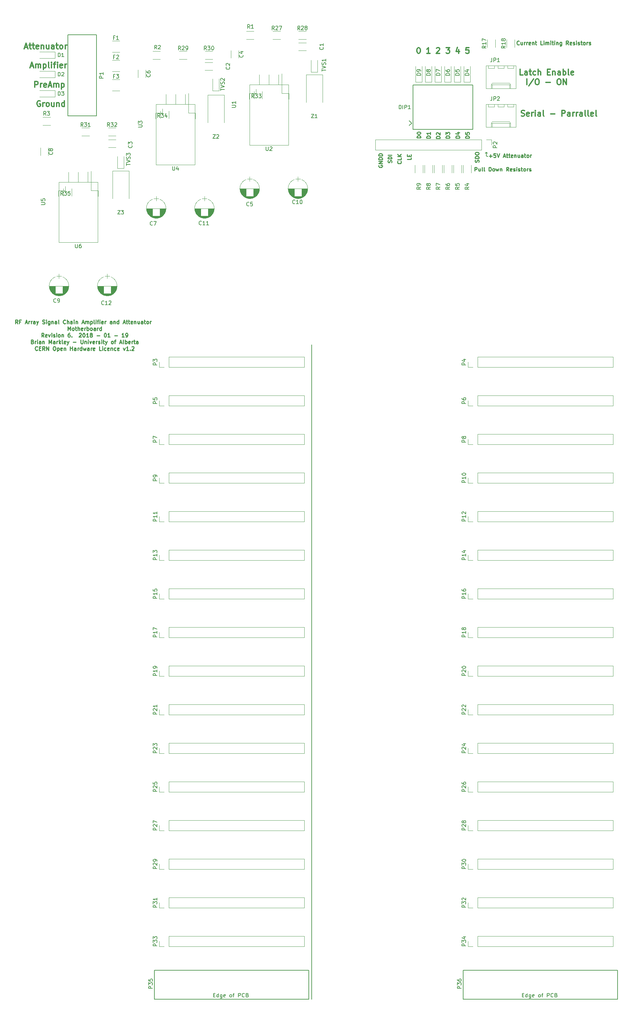
<source format=gto>
%TF.GenerationSoftware,KiCad,Pcbnew,4.0.5*%
%TF.CreationDate,2018-01-19T20:33:35-07:00*%
%TF.ProjectId,MRI-RF-Amplifier,4D52492D52462D416D706C6966696572,6*%
%TF.FileFunction,Legend,Top*%
%FSLAX46Y46*%
G04 Gerber Fmt 4.6, Leading zero omitted, Abs format (unit mm)*
G04 Created by KiCad (PCBNEW 4.0.5) date 01/19/18 20:33:35*
%MOMM*%
%LPD*%
G01*
G04 APERTURE LIST*
%ADD10C,0.100000*%
%ADD11C,0.250000*%
%ADD12C,0.200000*%
%ADD13C,0.300000*%
%ADD14C,0.120000*%
%ADD15C,0.150000*%
G04 APERTURE END LIST*
D10*
D11*
X154404561Y-30725383D02*
X154356942Y-30773002D01*
X154214085Y-30820621D01*
X154118847Y-30820621D01*
X153975989Y-30773002D01*
X153880751Y-30677764D01*
X153833132Y-30582526D01*
X153785513Y-30392050D01*
X153785513Y-30249192D01*
X153833132Y-30058716D01*
X153880751Y-29963478D01*
X153975989Y-29868240D01*
X154118847Y-29820621D01*
X154214085Y-29820621D01*
X154356942Y-29868240D01*
X154404561Y-29915859D01*
X155261704Y-30153954D02*
X155261704Y-30820621D01*
X154833132Y-30153954D02*
X154833132Y-30677764D01*
X154880751Y-30773002D01*
X154975989Y-30820621D01*
X155118847Y-30820621D01*
X155214085Y-30773002D01*
X155261704Y-30725383D01*
X155737894Y-30820621D02*
X155737894Y-30153954D01*
X155737894Y-30344430D02*
X155785513Y-30249192D01*
X155833132Y-30201573D01*
X155928370Y-30153954D01*
X156023609Y-30153954D01*
X156356942Y-30820621D02*
X156356942Y-30153954D01*
X156356942Y-30344430D02*
X156404561Y-30249192D01*
X156452180Y-30201573D01*
X156547418Y-30153954D01*
X156642657Y-30153954D01*
X157356943Y-30773002D02*
X157261705Y-30820621D01*
X157071228Y-30820621D01*
X156975990Y-30773002D01*
X156928371Y-30677764D01*
X156928371Y-30296811D01*
X156975990Y-30201573D01*
X157071228Y-30153954D01*
X157261705Y-30153954D01*
X157356943Y-30201573D01*
X157404562Y-30296811D01*
X157404562Y-30392050D01*
X156928371Y-30487288D01*
X157833133Y-30153954D02*
X157833133Y-30820621D01*
X157833133Y-30249192D02*
X157880752Y-30201573D01*
X157975990Y-30153954D01*
X158118848Y-30153954D01*
X158214086Y-30201573D01*
X158261705Y-30296811D01*
X158261705Y-30820621D01*
X158595038Y-30153954D02*
X158975990Y-30153954D01*
X158737895Y-29820621D02*
X158737895Y-30677764D01*
X158785514Y-30773002D01*
X158880752Y-30820621D01*
X158975990Y-30820621D01*
X160547420Y-30820621D02*
X160071229Y-30820621D01*
X160071229Y-29820621D01*
X160880753Y-30820621D02*
X160880753Y-30153954D01*
X160880753Y-29820621D02*
X160833134Y-29868240D01*
X160880753Y-29915859D01*
X160928372Y-29868240D01*
X160880753Y-29820621D01*
X160880753Y-29915859D01*
X161356943Y-30820621D02*
X161356943Y-30153954D01*
X161356943Y-30249192D02*
X161404562Y-30201573D01*
X161499800Y-30153954D01*
X161642658Y-30153954D01*
X161737896Y-30201573D01*
X161785515Y-30296811D01*
X161785515Y-30820621D01*
X161785515Y-30296811D02*
X161833134Y-30201573D01*
X161928372Y-30153954D01*
X162071229Y-30153954D01*
X162166467Y-30201573D01*
X162214086Y-30296811D01*
X162214086Y-30820621D01*
X162690276Y-30820621D02*
X162690276Y-30153954D01*
X162690276Y-29820621D02*
X162642657Y-29868240D01*
X162690276Y-29915859D01*
X162737895Y-29868240D01*
X162690276Y-29820621D01*
X162690276Y-29915859D01*
X163023609Y-30153954D02*
X163404561Y-30153954D01*
X163166466Y-29820621D02*
X163166466Y-30677764D01*
X163214085Y-30773002D01*
X163309323Y-30820621D01*
X163404561Y-30820621D01*
X163737895Y-30820621D02*
X163737895Y-30153954D01*
X163737895Y-29820621D02*
X163690276Y-29868240D01*
X163737895Y-29915859D01*
X163785514Y-29868240D01*
X163737895Y-29820621D01*
X163737895Y-29915859D01*
X164214085Y-30153954D02*
X164214085Y-30820621D01*
X164214085Y-30249192D02*
X164261704Y-30201573D01*
X164356942Y-30153954D01*
X164499800Y-30153954D01*
X164595038Y-30201573D01*
X164642657Y-30296811D01*
X164642657Y-30820621D01*
X165547419Y-30153954D02*
X165547419Y-30963478D01*
X165499800Y-31058716D01*
X165452181Y-31106335D01*
X165356942Y-31153954D01*
X165214085Y-31153954D01*
X165118847Y-31106335D01*
X165547419Y-30773002D02*
X165452181Y-30820621D01*
X165261704Y-30820621D01*
X165166466Y-30773002D01*
X165118847Y-30725383D01*
X165071228Y-30630145D01*
X165071228Y-30344430D01*
X165118847Y-30249192D01*
X165166466Y-30201573D01*
X165261704Y-30153954D01*
X165452181Y-30153954D01*
X165547419Y-30201573D01*
X167356943Y-30820621D02*
X167023609Y-30344430D01*
X166785514Y-30820621D02*
X166785514Y-29820621D01*
X167166467Y-29820621D01*
X167261705Y-29868240D01*
X167309324Y-29915859D01*
X167356943Y-30011097D01*
X167356943Y-30153954D01*
X167309324Y-30249192D01*
X167261705Y-30296811D01*
X167166467Y-30344430D01*
X166785514Y-30344430D01*
X168166467Y-30773002D02*
X168071229Y-30820621D01*
X167880752Y-30820621D01*
X167785514Y-30773002D01*
X167737895Y-30677764D01*
X167737895Y-30296811D01*
X167785514Y-30201573D01*
X167880752Y-30153954D01*
X168071229Y-30153954D01*
X168166467Y-30201573D01*
X168214086Y-30296811D01*
X168214086Y-30392050D01*
X167737895Y-30487288D01*
X168595038Y-30773002D02*
X168690276Y-30820621D01*
X168880752Y-30820621D01*
X168975991Y-30773002D01*
X169023610Y-30677764D01*
X169023610Y-30630145D01*
X168975991Y-30534907D01*
X168880752Y-30487288D01*
X168737895Y-30487288D01*
X168642657Y-30439669D01*
X168595038Y-30344430D01*
X168595038Y-30296811D01*
X168642657Y-30201573D01*
X168737895Y-30153954D01*
X168880752Y-30153954D01*
X168975991Y-30201573D01*
X169452181Y-30820621D02*
X169452181Y-30153954D01*
X169452181Y-29820621D02*
X169404562Y-29868240D01*
X169452181Y-29915859D01*
X169499800Y-29868240D01*
X169452181Y-29820621D01*
X169452181Y-29915859D01*
X169880752Y-30773002D02*
X169975990Y-30820621D01*
X170166466Y-30820621D01*
X170261705Y-30773002D01*
X170309324Y-30677764D01*
X170309324Y-30630145D01*
X170261705Y-30534907D01*
X170166466Y-30487288D01*
X170023609Y-30487288D01*
X169928371Y-30439669D01*
X169880752Y-30344430D01*
X169880752Y-30296811D01*
X169928371Y-30201573D01*
X170023609Y-30153954D01*
X170166466Y-30153954D01*
X170261705Y-30201573D01*
X170595038Y-30153954D02*
X170975990Y-30153954D01*
X170737895Y-29820621D02*
X170737895Y-30677764D01*
X170785514Y-30773002D01*
X170880752Y-30820621D01*
X170975990Y-30820621D01*
X171452181Y-30820621D02*
X171356943Y-30773002D01*
X171309324Y-30725383D01*
X171261705Y-30630145D01*
X171261705Y-30344430D01*
X171309324Y-30249192D01*
X171356943Y-30201573D01*
X171452181Y-30153954D01*
X171595039Y-30153954D01*
X171690277Y-30201573D01*
X171737896Y-30249192D01*
X171785515Y-30344430D01*
X171785515Y-30630145D01*
X171737896Y-30725383D01*
X171690277Y-30773002D01*
X171595039Y-30820621D01*
X171452181Y-30820621D01*
X172214086Y-30820621D02*
X172214086Y-30153954D01*
X172214086Y-30344430D02*
X172261705Y-30249192D01*
X172309324Y-30201573D01*
X172404562Y-30153954D01*
X172499801Y-30153954D01*
X172785515Y-30773002D02*
X172880753Y-30820621D01*
X173071229Y-30820621D01*
X173166468Y-30773002D01*
X173214087Y-30677764D01*
X173214087Y-30630145D01*
X173166468Y-30534907D01*
X173071229Y-30487288D01*
X172928372Y-30487288D01*
X172833134Y-30439669D01*
X172785515Y-30344430D01*
X172785515Y-30296811D01*
X172833134Y-30201573D01*
X172928372Y-30153954D01*
X173071229Y-30153954D01*
X173166468Y-30201573D01*
D12*
X146182080Y-60177680D02*
X146156680Y-60177680D01*
X145963640Y-60177680D02*
X146182080Y-60177680D01*
X145770600Y-59984640D02*
X145963640Y-60177680D01*
X146029680Y-59344560D02*
X146029680Y-59380120D01*
X145765520Y-59080400D02*
X146029680Y-59344560D01*
X145475960Y-59369960D02*
X145765520Y-59080400D01*
X145785840Y-59060080D02*
X145475960Y-59369960D01*
X145785840Y-59984640D02*
X145785840Y-59060080D01*
X145785840Y-59060080D02*
X145785840Y-59984640D01*
D11*
X146493599Y-60081469D02*
X147255504Y-60081469D01*
X146874552Y-60462421D02*
X146874552Y-59700516D01*
X148207885Y-59462421D02*
X147731694Y-59462421D01*
X147684075Y-59938611D01*
X147731694Y-59890992D01*
X147826932Y-59843373D01*
X148065028Y-59843373D01*
X148160266Y-59890992D01*
X148207885Y-59938611D01*
X148255504Y-60033850D01*
X148255504Y-60271945D01*
X148207885Y-60367183D01*
X148160266Y-60414802D01*
X148065028Y-60462421D01*
X147826932Y-60462421D01*
X147731694Y-60414802D01*
X147684075Y-60367183D01*
X148541218Y-59462421D02*
X148874551Y-60462421D01*
X149207885Y-59462421D01*
X150255504Y-60176707D02*
X150731695Y-60176707D01*
X150160266Y-60462421D02*
X150493599Y-59462421D01*
X150826933Y-60462421D01*
X151017409Y-59795754D02*
X151398361Y-59795754D01*
X151160266Y-59462421D02*
X151160266Y-60319564D01*
X151207885Y-60414802D01*
X151303123Y-60462421D01*
X151398361Y-60462421D01*
X151588838Y-59795754D02*
X151969790Y-59795754D01*
X151731695Y-59462421D02*
X151731695Y-60319564D01*
X151779314Y-60414802D01*
X151874552Y-60462421D01*
X151969790Y-60462421D01*
X152684077Y-60414802D02*
X152588839Y-60462421D01*
X152398362Y-60462421D01*
X152303124Y-60414802D01*
X152255505Y-60319564D01*
X152255505Y-59938611D01*
X152303124Y-59843373D01*
X152398362Y-59795754D01*
X152588839Y-59795754D01*
X152684077Y-59843373D01*
X152731696Y-59938611D01*
X152731696Y-60033850D01*
X152255505Y-60129088D01*
X153160267Y-59795754D02*
X153160267Y-60462421D01*
X153160267Y-59890992D02*
X153207886Y-59843373D01*
X153303124Y-59795754D01*
X153445982Y-59795754D01*
X153541220Y-59843373D01*
X153588839Y-59938611D01*
X153588839Y-60462421D01*
X154493601Y-59795754D02*
X154493601Y-60462421D01*
X154065029Y-59795754D02*
X154065029Y-60319564D01*
X154112648Y-60414802D01*
X154207886Y-60462421D01*
X154350744Y-60462421D01*
X154445982Y-60414802D01*
X154493601Y-60367183D01*
X155398363Y-60462421D02*
X155398363Y-59938611D01*
X155350744Y-59843373D01*
X155255506Y-59795754D01*
X155065029Y-59795754D01*
X154969791Y-59843373D01*
X155398363Y-60414802D02*
X155303125Y-60462421D01*
X155065029Y-60462421D01*
X154969791Y-60414802D01*
X154922172Y-60319564D01*
X154922172Y-60224326D01*
X154969791Y-60129088D01*
X155065029Y-60081469D01*
X155303125Y-60081469D01*
X155398363Y-60033850D01*
X155731696Y-59795754D02*
X156112648Y-59795754D01*
X155874553Y-59462421D02*
X155874553Y-60319564D01*
X155922172Y-60414802D01*
X156017410Y-60462421D01*
X156112648Y-60462421D01*
X156588839Y-60462421D02*
X156493601Y-60414802D01*
X156445982Y-60367183D01*
X156398363Y-60271945D01*
X156398363Y-59986230D01*
X156445982Y-59890992D01*
X156493601Y-59843373D01*
X156588839Y-59795754D01*
X156731697Y-59795754D01*
X156826935Y-59843373D01*
X156874554Y-59890992D01*
X156922173Y-59986230D01*
X156922173Y-60271945D01*
X156874554Y-60367183D01*
X156826935Y-60414802D01*
X156731697Y-60462421D01*
X156588839Y-60462421D01*
X157350744Y-60462421D02*
X157350744Y-59795754D01*
X157350744Y-59986230D02*
X157398363Y-59890992D01*
X157445982Y-59843373D01*
X157541220Y-59795754D01*
X157636459Y-59795754D01*
X143752202Y-61700564D02*
X143799821Y-61557707D01*
X143799821Y-61319611D01*
X143752202Y-61224373D01*
X143704583Y-61176754D01*
X143609345Y-61129135D01*
X143514107Y-61129135D01*
X143418869Y-61176754D01*
X143371250Y-61224373D01*
X143323630Y-61319611D01*
X143276011Y-61510088D01*
X143228392Y-61605326D01*
X143180773Y-61652945D01*
X143085535Y-61700564D01*
X142990297Y-61700564D01*
X142895059Y-61652945D01*
X142847440Y-61605326D01*
X142799821Y-61510088D01*
X142799821Y-61271992D01*
X142847440Y-61129135D01*
X143799821Y-60700564D02*
X142799821Y-60700564D01*
X142799821Y-60462469D01*
X142847440Y-60319611D01*
X142942678Y-60224373D01*
X143037916Y-60176754D01*
X143228392Y-60129135D01*
X143371250Y-60129135D01*
X143561726Y-60176754D01*
X143656964Y-60224373D01*
X143752202Y-60319611D01*
X143799821Y-60462469D01*
X143799821Y-60700564D01*
X142799821Y-59510088D02*
X142799821Y-59319611D01*
X142847440Y-59224373D01*
X142942678Y-59129135D01*
X143133154Y-59081516D01*
X143466488Y-59081516D01*
X143656964Y-59129135D01*
X143752202Y-59224373D01*
X143799821Y-59319611D01*
X143799821Y-59510088D01*
X143752202Y-59605326D01*
X143656964Y-59700564D01*
X143466488Y-59748183D01*
X143133154Y-59748183D01*
X142942678Y-59700564D01*
X142847440Y-59605326D01*
X142799821Y-59510088D01*
X141269981Y-55358255D02*
X140269981Y-55358255D01*
X140269981Y-55120160D01*
X140317600Y-54977302D01*
X140412838Y-54882064D01*
X140508076Y-54834445D01*
X140698552Y-54786826D01*
X140841410Y-54786826D01*
X141031886Y-54834445D01*
X141127124Y-54882064D01*
X141222362Y-54977302D01*
X141269981Y-55120160D01*
X141269981Y-55358255D01*
X140269981Y-53882064D02*
X140269981Y-54358255D01*
X140746171Y-54405874D01*
X140698552Y-54358255D01*
X140650933Y-54263017D01*
X140650933Y-54024921D01*
X140698552Y-53929683D01*
X140746171Y-53882064D01*
X140841410Y-53834445D01*
X141079505Y-53834445D01*
X141174743Y-53882064D01*
X141222362Y-53929683D01*
X141269981Y-54024921D01*
X141269981Y-54263017D01*
X141222362Y-54358255D01*
X141174743Y-54405874D01*
X128488701Y-55297295D02*
X127488701Y-55297295D01*
X127488701Y-55059200D01*
X127536320Y-54916342D01*
X127631558Y-54821104D01*
X127726796Y-54773485D01*
X127917272Y-54725866D01*
X128060130Y-54725866D01*
X128250606Y-54773485D01*
X128345844Y-54821104D01*
X128441082Y-54916342D01*
X128488701Y-55059200D01*
X128488701Y-55297295D01*
X127488701Y-54106819D02*
X127488701Y-54011580D01*
X127536320Y-53916342D01*
X127583939Y-53868723D01*
X127679177Y-53821104D01*
X127869653Y-53773485D01*
X128107749Y-53773485D01*
X128298225Y-53821104D01*
X128393463Y-53868723D01*
X128441082Y-53916342D01*
X128488701Y-54011580D01*
X128488701Y-54106819D01*
X128441082Y-54202057D01*
X128393463Y-54249676D01*
X128298225Y-54297295D01*
X128107749Y-54344914D01*
X127869653Y-54344914D01*
X127679177Y-54297295D01*
X127583939Y-54249676D01*
X127536320Y-54202057D01*
X127488701Y-54106819D01*
X131028701Y-55358255D02*
X130028701Y-55358255D01*
X130028701Y-55120160D01*
X130076320Y-54977302D01*
X130171558Y-54882064D01*
X130266796Y-54834445D01*
X130457272Y-54786826D01*
X130600130Y-54786826D01*
X130790606Y-54834445D01*
X130885844Y-54882064D01*
X130981082Y-54977302D01*
X131028701Y-55120160D01*
X131028701Y-55358255D01*
X131028701Y-53834445D02*
X131028701Y-54405874D01*
X131028701Y-54120160D02*
X130028701Y-54120160D01*
X130171558Y-54215398D01*
X130266796Y-54310636D01*
X130314415Y-54405874D01*
X133568701Y-55419215D02*
X132568701Y-55419215D01*
X132568701Y-55181120D01*
X132616320Y-55038262D01*
X132711558Y-54943024D01*
X132806796Y-54895405D01*
X132997272Y-54847786D01*
X133140130Y-54847786D01*
X133330606Y-54895405D01*
X133425844Y-54943024D01*
X133521082Y-55038262D01*
X133568701Y-55181120D01*
X133568701Y-55419215D01*
X132663939Y-54466834D02*
X132616320Y-54419215D01*
X132568701Y-54323977D01*
X132568701Y-54085881D01*
X132616320Y-53990643D01*
X132663939Y-53943024D01*
X132759177Y-53895405D01*
X132854415Y-53895405D01*
X132997272Y-53943024D01*
X133568701Y-54514453D01*
X133568701Y-53895405D01*
X138709661Y-55337935D02*
X137709661Y-55337935D01*
X137709661Y-55099840D01*
X137757280Y-54956982D01*
X137852518Y-54861744D01*
X137947756Y-54814125D01*
X138138232Y-54766506D01*
X138281090Y-54766506D01*
X138471566Y-54814125D01*
X138566804Y-54861744D01*
X138662042Y-54956982D01*
X138709661Y-55099840D01*
X138709661Y-55337935D01*
X138042994Y-53909363D02*
X138709661Y-53909363D01*
X137662042Y-54147459D02*
X138376328Y-54385554D01*
X138376328Y-53766506D01*
X136108701Y-55337935D02*
X135108701Y-55337935D01*
X135108701Y-55099840D01*
X135156320Y-54956982D01*
X135251558Y-54861744D01*
X135346796Y-54814125D01*
X135537272Y-54766506D01*
X135680130Y-54766506D01*
X135870606Y-54814125D01*
X135965844Y-54861744D01*
X136061082Y-54956982D01*
X136108701Y-55099840D01*
X136108701Y-55337935D01*
X135108701Y-54433173D02*
X135108701Y-53814125D01*
X135489653Y-54147459D01*
X135489653Y-54004601D01*
X135537272Y-53909363D01*
X135584891Y-53861744D01*
X135680130Y-53814125D01*
X135918225Y-53814125D01*
X136013463Y-53861744D01*
X136061082Y-53909363D01*
X136108701Y-54004601D01*
X136108701Y-54290316D01*
X136061082Y-54385554D01*
X136013463Y-54433173D01*
X125933461Y-60493257D02*
X125933461Y-60969448D01*
X124933461Y-60969448D01*
X125409651Y-60159924D02*
X125409651Y-59826590D01*
X125933461Y-59683733D02*
X125933461Y-60159924D01*
X124933461Y-60159924D01*
X124933461Y-59683733D01*
X123267743Y-61448558D02*
X123315362Y-61496177D01*
X123362981Y-61639034D01*
X123362981Y-61734272D01*
X123315362Y-61877130D01*
X123220124Y-61972368D01*
X123124886Y-62019987D01*
X122934410Y-62067606D01*
X122791552Y-62067606D01*
X122601076Y-62019987D01*
X122505838Y-61972368D01*
X122410600Y-61877130D01*
X122362981Y-61734272D01*
X122362981Y-61639034D01*
X122410600Y-61496177D01*
X122458219Y-61448558D01*
X123362981Y-60543796D02*
X123362981Y-61019987D01*
X122362981Y-61019987D01*
X123362981Y-60210463D02*
X122362981Y-60210463D01*
X123362981Y-59639034D02*
X122791552Y-60067606D01*
X122362981Y-59639034D02*
X122934410Y-60210463D01*
X120800762Y-61821249D02*
X120848381Y-61678392D01*
X120848381Y-61440296D01*
X120800762Y-61345058D01*
X120753143Y-61297439D01*
X120657905Y-61249820D01*
X120562667Y-61249820D01*
X120467429Y-61297439D01*
X120419810Y-61345058D01*
X120372190Y-61440296D01*
X120324571Y-61630773D01*
X120276952Y-61726011D01*
X120229333Y-61773630D01*
X120134095Y-61821249D01*
X120038857Y-61821249D01*
X119943619Y-61773630D01*
X119896000Y-61726011D01*
X119848381Y-61630773D01*
X119848381Y-61392677D01*
X119896000Y-61249820D01*
X120848381Y-60821249D02*
X119848381Y-60821249D01*
X119848381Y-60583154D01*
X119896000Y-60440296D01*
X119991238Y-60345058D01*
X120086476Y-60297439D01*
X120276952Y-60249820D01*
X120419810Y-60249820D01*
X120610286Y-60297439D01*
X120705524Y-60345058D01*
X120800762Y-60440296D01*
X120848381Y-60583154D01*
X120848381Y-60821249D01*
X120848381Y-59821249D02*
X119848381Y-59821249D01*
X117462680Y-62536864D02*
X117415061Y-62632102D01*
X117415061Y-62774959D01*
X117462680Y-62917817D01*
X117557918Y-63013055D01*
X117653156Y-63060674D01*
X117843632Y-63108293D01*
X117986490Y-63108293D01*
X118176966Y-63060674D01*
X118272204Y-63013055D01*
X118367442Y-62917817D01*
X118415061Y-62774959D01*
X118415061Y-62679721D01*
X118367442Y-62536864D01*
X118319823Y-62489245D01*
X117986490Y-62489245D01*
X117986490Y-62679721D01*
X118415061Y-62060674D02*
X117415061Y-62060674D01*
X118415061Y-61489245D01*
X117415061Y-61489245D01*
X118415061Y-61013055D02*
X117415061Y-61013055D01*
X117415061Y-60774960D01*
X117462680Y-60632102D01*
X117557918Y-60536864D01*
X117653156Y-60489245D01*
X117843632Y-60441626D01*
X117986490Y-60441626D01*
X118176966Y-60489245D01*
X118272204Y-60536864D01*
X118367442Y-60632102D01*
X118415061Y-60774960D01*
X118415061Y-61013055D01*
X118415061Y-60013055D02*
X117415061Y-60013055D01*
X117415061Y-59774960D01*
X117462680Y-59632102D01*
X117557918Y-59536864D01*
X117653156Y-59489245D01*
X117843632Y-59441626D01*
X117986490Y-59441626D01*
X118176966Y-59489245D01*
X118272204Y-59536864D01*
X118367442Y-59632102D01*
X118415061Y-59774960D01*
X118415061Y-60013055D01*
X142731456Y-64043821D02*
X142731456Y-63043821D01*
X143112409Y-63043821D01*
X143207647Y-63091440D01*
X143255266Y-63139059D01*
X143302885Y-63234297D01*
X143302885Y-63377154D01*
X143255266Y-63472392D01*
X143207647Y-63520011D01*
X143112409Y-63567630D01*
X142731456Y-63567630D01*
X144160028Y-63377154D02*
X144160028Y-64043821D01*
X143731456Y-63377154D02*
X143731456Y-63900964D01*
X143779075Y-63996202D01*
X143874313Y-64043821D01*
X144017171Y-64043821D01*
X144112409Y-63996202D01*
X144160028Y-63948583D01*
X144779075Y-64043821D02*
X144683837Y-63996202D01*
X144636218Y-63900964D01*
X144636218Y-63043821D01*
X145302885Y-64043821D02*
X145207647Y-63996202D01*
X145160028Y-63900964D01*
X145160028Y-63043821D01*
X146445743Y-64043821D02*
X146445743Y-63043821D01*
X146683838Y-63043821D01*
X146826696Y-63091440D01*
X146921934Y-63186678D01*
X146969553Y-63281916D01*
X147017172Y-63472392D01*
X147017172Y-63615250D01*
X146969553Y-63805726D01*
X146921934Y-63900964D01*
X146826696Y-63996202D01*
X146683838Y-64043821D01*
X146445743Y-64043821D01*
X147588600Y-64043821D02*
X147493362Y-63996202D01*
X147445743Y-63948583D01*
X147398124Y-63853345D01*
X147398124Y-63567630D01*
X147445743Y-63472392D01*
X147493362Y-63424773D01*
X147588600Y-63377154D01*
X147731458Y-63377154D01*
X147826696Y-63424773D01*
X147874315Y-63472392D01*
X147921934Y-63567630D01*
X147921934Y-63853345D01*
X147874315Y-63948583D01*
X147826696Y-63996202D01*
X147731458Y-64043821D01*
X147588600Y-64043821D01*
X148255267Y-63377154D02*
X148445743Y-64043821D01*
X148636220Y-63567630D01*
X148826696Y-64043821D01*
X149017172Y-63377154D01*
X149398124Y-63377154D02*
X149398124Y-64043821D01*
X149398124Y-63472392D02*
X149445743Y-63424773D01*
X149540981Y-63377154D01*
X149683839Y-63377154D01*
X149779077Y-63424773D01*
X149826696Y-63520011D01*
X149826696Y-64043821D01*
X151636220Y-64043821D02*
X151302886Y-63567630D01*
X151064791Y-64043821D02*
X151064791Y-63043821D01*
X151445744Y-63043821D01*
X151540982Y-63091440D01*
X151588601Y-63139059D01*
X151636220Y-63234297D01*
X151636220Y-63377154D01*
X151588601Y-63472392D01*
X151540982Y-63520011D01*
X151445744Y-63567630D01*
X151064791Y-63567630D01*
X152445744Y-63996202D02*
X152350506Y-64043821D01*
X152160029Y-64043821D01*
X152064791Y-63996202D01*
X152017172Y-63900964D01*
X152017172Y-63520011D01*
X152064791Y-63424773D01*
X152160029Y-63377154D01*
X152350506Y-63377154D01*
X152445744Y-63424773D01*
X152493363Y-63520011D01*
X152493363Y-63615250D01*
X152017172Y-63710488D01*
X152874315Y-63996202D02*
X152969553Y-64043821D01*
X153160029Y-64043821D01*
X153255268Y-63996202D01*
X153302887Y-63900964D01*
X153302887Y-63853345D01*
X153255268Y-63758107D01*
X153160029Y-63710488D01*
X153017172Y-63710488D01*
X152921934Y-63662869D01*
X152874315Y-63567630D01*
X152874315Y-63520011D01*
X152921934Y-63424773D01*
X153017172Y-63377154D01*
X153160029Y-63377154D01*
X153255268Y-63424773D01*
X153731458Y-64043821D02*
X153731458Y-63377154D01*
X153731458Y-63043821D02*
X153683839Y-63091440D01*
X153731458Y-63139059D01*
X153779077Y-63091440D01*
X153731458Y-63043821D01*
X153731458Y-63139059D01*
X154160029Y-63996202D02*
X154255267Y-64043821D01*
X154445743Y-64043821D01*
X154540982Y-63996202D01*
X154588601Y-63900964D01*
X154588601Y-63853345D01*
X154540982Y-63758107D01*
X154445743Y-63710488D01*
X154302886Y-63710488D01*
X154207648Y-63662869D01*
X154160029Y-63567630D01*
X154160029Y-63520011D01*
X154207648Y-63424773D01*
X154302886Y-63377154D01*
X154445743Y-63377154D01*
X154540982Y-63424773D01*
X154874315Y-63377154D02*
X155255267Y-63377154D01*
X155017172Y-63043821D02*
X155017172Y-63900964D01*
X155064791Y-63996202D01*
X155160029Y-64043821D01*
X155255267Y-64043821D01*
X155731458Y-64043821D02*
X155636220Y-63996202D01*
X155588601Y-63948583D01*
X155540982Y-63853345D01*
X155540982Y-63567630D01*
X155588601Y-63472392D01*
X155636220Y-63424773D01*
X155731458Y-63377154D01*
X155874316Y-63377154D01*
X155969554Y-63424773D01*
X156017173Y-63472392D01*
X156064792Y-63567630D01*
X156064792Y-63853345D01*
X156017173Y-63948583D01*
X155969554Y-63996202D01*
X155874316Y-64043821D01*
X155731458Y-64043821D01*
X156493363Y-64043821D02*
X156493363Y-63377154D01*
X156493363Y-63567630D02*
X156540982Y-63472392D01*
X156588601Y-63424773D01*
X156683839Y-63377154D01*
X156779078Y-63377154D01*
X157064792Y-63996202D02*
X157160030Y-64043821D01*
X157350506Y-64043821D01*
X157445745Y-63996202D01*
X157493364Y-63900964D01*
X157493364Y-63853345D01*
X157445745Y-63758107D01*
X157350506Y-63710488D01*
X157207649Y-63710488D01*
X157112411Y-63662869D01*
X157064792Y-63567630D01*
X157064792Y-63520011D01*
X157112411Y-63424773D01*
X157207649Y-63377154D01*
X157350506Y-63377154D01*
X157445745Y-63424773D01*
D13*
X127866002Y-31563571D02*
X128008859Y-31563571D01*
X128151716Y-31635000D01*
X128223145Y-31706429D01*
X128294574Y-31849286D01*
X128366002Y-32135000D01*
X128366002Y-32492143D01*
X128294574Y-32777857D01*
X128223145Y-32920714D01*
X128151716Y-32992143D01*
X128008859Y-33063571D01*
X127866002Y-33063571D01*
X127723145Y-32992143D01*
X127651716Y-32920714D01*
X127580288Y-32777857D01*
X127508859Y-32492143D01*
X127508859Y-32135000D01*
X127580288Y-31849286D01*
X127651716Y-31706429D01*
X127723145Y-31635000D01*
X127866002Y-31563571D01*
X130937430Y-33063571D02*
X130080287Y-33063571D01*
X130508859Y-33063571D02*
X130508859Y-31563571D01*
X130366002Y-31777857D01*
X130223144Y-31920714D01*
X130080287Y-31992143D01*
X132651715Y-31706429D02*
X132723144Y-31635000D01*
X132866001Y-31563571D01*
X133223144Y-31563571D01*
X133366001Y-31635000D01*
X133437430Y-31706429D01*
X133508858Y-31849286D01*
X133508858Y-31992143D01*
X133437430Y-32206429D01*
X132580287Y-33063571D01*
X133508858Y-33063571D01*
X135151715Y-31563571D02*
X136080286Y-31563571D01*
X135580286Y-32135000D01*
X135794572Y-32135000D01*
X135937429Y-32206429D01*
X136008858Y-32277857D01*
X136080286Y-32420714D01*
X136080286Y-32777857D01*
X136008858Y-32920714D01*
X135937429Y-32992143D01*
X135794572Y-33063571D01*
X135366000Y-33063571D01*
X135223143Y-32992143D01*
X135151715Y-32920714D01*
X138508857Y-32063571D02*
X138508857Y-33063571D01*
X138151714Y-31492143D02*
X137794571Y-32563571D01*
X138723143Y-32563571D01*
X141151714Y-31563571D02*
X140437428Y-31563571D01*
X140365999Y-32277857D01*
X140437428Y-32206429D01*
X140580285Y-32135000D01*
X140937428Y-32135000D01*
X141080285Y-32206429D01*
X141151714Y-32277857D01*
X141223142Y-32420714D01*
X141223142Y-32777857D01*
X141151714Y-32920714D01*
X141080285Y-32992143D01*
X140937428Y-33063571D01*
X140580285Y-33063571D01*
X140437428Y-32992143D01*
X140365999Y-32920714D01*
X154953144Y-49502143D02*
X155167430Y-49573571D01*
X155524573Y-49573571D01*
X155667430Y-49502143D01*
X155738859Y-49430714D01*
X155810287Y-49287857D01*
X155810287Y-49145000D01*
X155738859Y-49002143D01*
X155667430Y-48930714D01*
X155524573Y-48859286D01*
X155238859Y-48787857D01*
X155096001Y-48716429D01*
X155024573Y-48645000D01*
X154953144Y-48502143D01*
X154953144Y-48359286D01*
X155024573Y-48216429D01*
X155096001Y-48145000D01*
X155238859Y-48073571D01*
X155596001Y-48073571D01*
X155810287Y-48145000D01*
X157024572Y-49502143D02*
X156881715Y-49573571D01*
X156596001Y-49573571D01*
X156453144Y-49502143D01*
X156381715Y-49359286D01*
X156381715Y-48787857D01*
X156453144Y-48645000D01*
X156596001Y-48573571D01*
X156881715Y-48573571D01*
X157024572Y-48645000D01*
X157096001Y-48787857D01*
X157096001Y-48930714D01*
X156381715Y-49073571D01*
X157738858Y-49573571D02*
X157738858Y-48573571D01*
X157738858Y-48859286D02*
X157810286Y-48716429D01*
X157881715Y-48645000D01*
X158024572Y-48573571D01*
X158167429Y-48573571D01*
X158667429Y-49573571D02*
X158667429Y-48573571D01*
X158667429Y-48073571D02*
X158596000Y-48145000D01*
X158667429Y-48216429D01*
X158738857Y-48145000D01*
X158667429Y-48073571D01*
X158667429Y-48216429D01*
X160024572Y-49573571D02*
X160024572Y-48787857D01*
X159953143Y-48645000D01*
X159810286Y-48573571D01*
X159524572Y-48573571D01*
X159381715Y-48645000D01*
X160024572Y-49502143D02*
X159881715Y-49573571D01*
X159524572Y-49573571D01*
X159381715Y-49502143D01*
X159310286Y-49359286D01*
X159310286Y-49216429D01*
X159381715Y-49073571D01*
X159524572Y-49002143D01*
X159881715Y-49002143D01*
X160024572Y-48930714D01*
X160953144Y-49573571D02*
X160810286Y-49502143D01*
X160738858Y-49359286D01*
X160738858Y-48073571D01*
X162667429Y-49002143D02*
X163810286Y-49002143D01*
X165667429Y-49573571D02*
X165667429Y-48073571D01*
X166238857Y-48073571D01*
X166381715Y-48145000D01*
X166453143Y-48216429D01*
X166524572Y-48359286D01*
X166524572Y-48573571D01*
X166453143Y-48716429D01*
X166381715Y-48787857D01*
X166238857Y-48859286D01*
X165667429Y-48859286D01*
X167810286Y-49573571D02*
X167810286Y-48787857D01*
X167738857Y-48645000D01*
X167596000Y-48573571D01*
X167310286Y-48573571D01*
X167167429Y-48645000D01*
X167810286Y-49502143D02*
X167667429Y-49573571D01*
X167310286Y-49573571D01*
X167167429Y-49502143D01*
X167096000Y-49359286D01*
X167096000Y-49216429D01*
X167167429Y-49073571D01*
X167310286Y-49002143D01*
X167667429Y-49002143D01*
X167810286Y-48930714D01*
X168524572Y-49573571D02*
X168524572Y-48573571D01*
X168524572Y-48859286D02*
X168596000Y-48716429D01*
X168667429Y-48645000D01*
X168810286Y-48573571D01*
X168953143Y-48573571D01*
X169453143Y-49573571D02*
X169453143Y-48573571D01*
X169453143Y-48859286D02*
X169524571Y-48716429D01*
X169596000Y-48645000D01*
X169738857Y-48573571D01*
X169881714Y-48573571D01*
X171024571Y-49573571D02*
X171024571Y-48787857D01*
X170953142Y-48645000D01*
X170810285Y-48573571D01*
X170524571Y-48573571D01*
X170381714Y-48645000D01*
X171024571Y-49502143D02*
X170881714Y-49573571D01*
X170524571Y-49573571D01*
X170381714Y-49502143D01*
X170310285Y-49359286D01*
X170310285Y-49216429D01*
X170381714Y-49073571D01*
X170524571Y-49002143D01*
X170881714Y-49002143D01*
X171024571Y-48930714D01*
X171953143Y-49573571D02*
X171810285Y-49502143D01*
X171738857Y-49359286D01*
X171738857Y-48073571D01*
X172738857Y-49573571D02*
X172595999Y-49502143D01*
X172524571Y-49359286D01*
X172524571Y-48073571D01*
X173881713Y-49502143D02*
X173738856Y-49573571D01*
X173453142Y-49573571D01*
X173310285Y-49502143D01*
X173238856Y-49359286D01*
X173238856Y-48787857D01*
X173310285Y-48645000D01*
X173453142Y-48573571D01*
X173738856Y-48573571D01*
X173881713Y-48645000D01*
X173953142Y-48787857D01*
X173953142Y-48930714D01*
X173238856Y-49073571D01*
X174810285Y-49573571D02*
X174667427Y-49502143D01*
X174595999Y-49359286D01*
X174595999Y-48073571D01*
X155385286Y-38773571D02*
X154671000Y-38773571D01*
X154671000Y-37273571D01*
X156528143Y-38773571D02*
X156528143Y-37987857D01*
X156456714Y-37845000D01*
X156313857Y-37773571D01*
X156028143Y-37773571D01*
X155885286Y-37845000D01*
X156528143Y-38702143D02*
X156385286Y-38773571D01*
X156028143Y-38773571D01*
X155885286Y-38702143D01*
X155813857Y-38559286D01*
X155813857Y-38416429D01*
X155885286Y-38273571D01*
X156028143Y-38202143D01*
X156385286Y-38202143D01*
X156528143Y-38130714D01*
X157028143Y-37773571D02*
X157599572Y-37773571D01*
X157242429Y-37273571D02*
X157242429Y-38559286D01*
X157313857Y-38702143D01*
X157456715Y-38773571D01*
X157599572Y-38773571D01*
X158742429Y-38702143D02*
X158599572Y-38773571D01*
X158313858Y-38773571D01*
X158171000Y-38702143D01*
X158099572Y-38630714D01*
X158028143Y-38487857D01*
X158028143Y-38059286D01*
X158099572Y-37916429D01*
X158171000Y-37845000D01*
X158313858Y-37773571D01*
X158599572Y-37773571D01*
X158742429Y-37845000D01*
X159385286Y-38773571D02*
X159385286Y-37273571D01*
X160028143Y-38773571D02*
X160028143Y-37987857D01*
X159956714Y-37845000D01*
X159813857Y-37773571D01*
X159599572Y-37773571D01*
X159456714Y-37845000D01*
X159385286Y-37916429D01*
X161885286Y-37987857D02*
X162385286Y-37987857D01*
X162599572Y-38773571D02*
X161885286Y-38773571D01*
X161885286Y-37273571D01*
X162599572Y-37273571D01*
X163242429Y-37773571D02*
X163242429Y-38773571D01*
X163242429Y-37916429D02*
X163313857Y-37845000D01*
X163456715Y-37773571D01*
X163671000Y-37773571D01*
X163813857Y-37845000D01*
X163885286Y-37987857D01*
X163885286Y-38773571D01*
X165242429Y-38773571D02*
X165242429Y-37987857D01*
X165171000Y-37845000D01*
X165028143Y-37773571D01*
X164742429Y-37773571D01*
X164599572Y-37845000D01*
X165242429Y-38702143D02*
X165099572Y-38773571D01*
X164742429Y-38773571D01*
X164599572Y-38702143D01*
X164528143Y-38559286D01*
X164528143Y-38416429D01*
X164599572Y-38273571D01*
X164742429Y-38202143D01*
X165099572Y-38202143D01*
X165242429Y-38130714D01*
X165956715Y-38773571D02*
X165956715Y-37273571D01*
X165956715Y-37845000D02*
X166099572Y-37773571D01*
X166385286Y-37773571D01*
X166528143Y-37845000D01*
X166599572Y-37916429D01*
X166671001Y-38059286D01*
X166671001Y-38487857D01*
X166599572Y-38630714D01*
X166528143Y-38702143D01*
X166385286Y-38773571D01*
X166099572Y-38773571D01*
X165956715Y-38702143D01*
X167528144Y-38773571D02*
X167385286Y-38702143D01*
X167313858Y-38559286D01*
X167313858Y-37273571D01*
X168671000Y-38702143D02*
X168528143Y-38773571D01*
X168242429Y-38773571D01*
X168099572Y-38702143D01*
X168028143Y-38559286D01*
X168028143Y-37987857D01*
X168099572Y-37845000D01*
X168242429Y-37773571D01*
X168528143Y-37773571D01*
X168671000Y-37845000D01*
X168742429Y-37987857D01*
X168742429Y-38130714D01*
X168028143Y-38273571D01*
X156456714Y-41323571D02*
X156456714Y-39823571D01*
X158242428Y-39752143D02*
X156956714Y-41680714D01*
X159028143Y-39823571D02*
X159313857Y-39823571D01*
X159456715Y-39895000D01*
X159599572Y-40037857D01*
X159671000Y-40323571D01*
X159671000Y-40823571D01*
X159599572Y-41109286D01*
X159456715Y-41252143D01*
X159313857Y-41323571D01*
X159028143Y-41323571D01*
X158885286Y-41252143D01*
X158742429Y-41109286D01*
X158671000Y-40823571D01*
X158671000Y-40323571D01*
X158742429Y-40037857D01*
X158885286Y-39895000D01*
X159028143Y-39823571D01*
X161456715Y-40752143D02*
X162599572Y-40752143D01*
X164742429Y-39823571D02*
X165028143Y-39823571D01*
X165171001Y-39895000D01*
X165313858Y-40037857D01*
X165385286Y-40323571D01*
X165385286Y-40823571D01*
X165313858Y-41109286D01*
X165171001Y-41252143D01*
X165028143Y-41323571D01*
X164742429Y-41323571D01*
X164599572Y-41252143D01*
X164456715Y-41109286D01*
X164385286Y-40823571D01*
X164385286Y-40323571D01*
X164456715Y-40037857D01*
X164599572Y-39895000D01*
X164742429Y-39823571D01*
X166028144Y-41323571D02*
X166028144Y-39823571D01*
X166885287Y-41323571D01*
X166885287Y-39823571D01*
X28329286Y-45605000D02*
X28186429Y-45533571D01*
X27972143Y-45533571D01*
X27757858Y-45605000D01*
X27615000Y-45747857D01*
X27543572Y-45890714D01*
X27472143Y-46176429D01*
X27472143Y-46390714D01*
X27543572Y-46676429D01*
X27615000Y-46819286D01*
X27757858Y-46962143D01*
X27972143Y-47033571D01*
X28115000Y-47033571D01*
X28329286Y-46962143D01*
X28400715Y-46890714D01*
X28400715Y-46390714D01*
X28115000Y-46390714D01*
X29043572Y-47033571D02*
X29043572Y-46033571D01*
X29043572Y-46319286D02*
X29115000Y-46176429D01*
X29186429Y-46105000D01*
X29329286Y-46033571D01*
X29472143Y-46033571D01*
X30186429Y-47033571D02*
X30043571Y-46962143D01*
X29972143Y-46890714D01*
X29900714Y-46747857D01*
X29900714Y-46319286D01*
X29972143Y-46176429D01*
X30043571Y-46105000D01*
X30186429Y-46033571D01*
X30400714Y-46033571D01*
X30543571Y-46105000D01*
X30615000Y-46176429D01*
X30686429Y-46319286D01*
X30686429Y-46747857D01*
X30615000Y-46890714D01*
X30543571Y-46962143D01*
X30400714Y-47033571D01*
X30186429Y-47033571D01*
X31972143Y-46033571D02*
X31972143Y-47033571D01*
X31329286Y-46033571D02*
X31329286Y-46819286D01*
X31400714Y-46962143D01*
X31543572Y-47033571D01*
X31757857Y-47033571D01*
X31900714Y-46962143D01*
X31972143Y-46890714D01*
X32686429Y-46033571D02*
X32686429Y-47033571D01*
X32686429Y-46176429D02*
X32757857Y-46105000D01*
X32900715Y-46033571D01*
X33115000Y-46033571D01*
X33257857Y-46105000D01*
X33329286Y-46247857D01*
X33329286Y-47033571D01*
X34686429Y-47033571D02*
X34686429Y-45533571D01*
X34686429Y-46962143D02*
X34543572Y-47033571D01*
X34257858Y-47033571D01*
X34115000Y-46962143D01*
X34043572Y-46890714D01*
X33972143Y-46747857D01*
X33972143Y-46319286D01*
X34043572Y-46176429D01*
X34115000Y-46105000D01*
X34257858Y-46033571D01*
X34543572Y-46033571D01*
X34686429Y-46105000D01*
X24253714Y-31466600D02*
X24968000Y-31466600D01*
X24110857Y-31895171D02*
X24610857Y-30395171D01*
X25110857Y-31895171D01*
X25396571Y-30895171D02*
X25968000Y-30895171D01*
X25610857Y-30395171D02*
X25610857Y-31680886D01*
X25682285Y-31823743D01*
X25825143Y-31895171D01*
X25968000Y-31895171D01*
X26253714Y-30895171D02*
X26825143Y-30895171D01*
X26468000Y-30395171D02*
X26468000Y-31680886D01*
X26539428Y-31823743D01*
X26682286Y-31895171D01*
X26825143Y-31895171D01*
X27896571Y-31823743D02*
X27753714Y-31895171D01*
X27468000Y-31895171D01*
X27325143Y-31823743D01*
X27253714Y-31680886D01*
X27253714Y-31109457D01*
X27325143Y-30966600D01*
X27468000Y-30895171D01*
X27753714Y-30895171D01*
X27896571Y-30966600D01*
X27968000Y-31109457D01*
X27968000Y-31252314D01*
X27253714Y-31395171D01*
X28610857Y-30895171D02*
X28610857Y-31895171D01*
X28610857Y-31038029D02*
X28682285Y-30966600D01*
X28825143Y-30895171D01*
X29039428Y-30895171D01*
X29182285Y-30966600D01*
X29253714Y-31109457D01*
X29253714Y-31895171D01*
X30610857Y-30895171D02*
X30610857Y-31895171D01*
X29968000Y-30895171D02*
X29968000Y-31680886D01*
X30039428Y-31823743D01*
X30182286Y-31895171D01*
X30396571Y-31895171D01*
X30539428Y-31823743D01*
X30610857Y-31752314D01*
X31968000Y-31895171D02*
X31968000Y-31109457D01*
X31896571Y-30966600D01*
X31753714Y-30895171D01*
X31468000Y-30895171D01*
X31325143Y-30966600D01*
X31968000Y-31823743D02*
X31825143Y-31895171D01*
X31468000Y-31895171D01*
X31325143Y-31823743D01*
X31253714Y-31680886D01*
X31253714Y-31538029D01*
X31325143Y-31395171D01*
X31468000Y-31323743D01*
X31825143Y-31323743D01*
X31968000Y-31252314D01*
X32468000Y-30895171D02*
X33039429Y-30895171D01*
X32682286Y-30395171D02*
X32682286Y-31680886D01*
X32753714Y-31823743D01*
X32896572Y-31895171D01*
X33039429Y-31895171D01*
X33753715Y-31895171D02*
X33610857Y-31823743D01*
X33539429Y-31752314D01*
X33468000Y-31609457D01*
X33468000Y-31180886D01*
X33539429Y-31038029D01*
X33610857Y-30966600D01*
X33753715Y-30895171D01*
X33968000Y-30895171D01*
X34110857Y-30966600D01*
X34182286Y-31038029D01*
X34253715Y-31180886D01*
X34253715Y-31609457D01*
X34182286Y-31752314D01*
X34110857Y-31823743D01*
X33968000Y-31895171D01*
X33753715Y-31895171D01*
X34896572Y-31895171D02*
X34896572Y-30895171D01*
X34896572Y-31180886D02*
X34968000Y-31038029D01*
X35039429Y-30966600D01*
X35182286Y-30895171D01*
X35325143Y-30895171D01*
X25801429Y-36445000D02*
X26515715Y-36445000D01*
X25658572Y-36873571D02*
X26158572Y-35373571D01*
X26658572Y-36873571D01*
X27158572Y-36873571D02*
X27158572Y-35873571D01*
X27158572Y-36016429D02*
X27230000Y-35945000D01*
X27372858Y-35873571D01*
X27587143Y-35873571D01*
X27730000Y-35945000D01*
X27801429Y-36087857D01*
X27801429Y-36873571D01*
X27801429Y-36087857D02*
X27872858Y-35945000D01*
X28015715Y-35873571D01*
X28230000Y-35873571D01*
X28372858Y-35945000D01*
X28444286Y-36087857D01*
X28444286Y-36873571D01*
X29158572Y-35873571D02*
X29158572Y-37373571D01*
X29158572Y-35945000D02*
X29301429Y-35873571D01*
X29587143Y-35873571D01*
X29730000Y-35945000D01*
X29801429Y-36016429D01*
X29872858Y-36159286D01*
X29872858Y-36587857D01*
X29801429Y-36730714D01*
X29730000Y-36802143D01*
X29587143Y-36873571D01*
X29301429Y-36873571D01*
X29158572Y-36802143D01*
X30730001Y-36873571D02*
X30587143Y-36802143D01*
X30515715Y-36659286D01*
X30515715Y-35373571D01*
X31301429Y-36873571D02*
X31301429Y-35873571D01*
X31301429Y-35373571D02*
X31230000Y-35445000D01*
X31301429Y-35516429D01*
X31372857Y-35445000D01*
X31301429Y-35373571D01*
X31301429Y-35516429D01*
X31801429Y-35873571D02*
X32372858Y-35873571D01*
X32015715Y-36873571D02*
X32015715Y-35587857D01*
X32087143Y-35445000D01*
X32230001Y-35373571D01*
X32372858Y-35373571D01*
X32872858Y-36873571D02*
X32872858Y-35873571D01*
X32872858Y-35373571D02*
X32801429Y-35445000D01*
X32872858Y-35516429D01*
X32944286Y-35445000D01*
X32872858Y-35373571D01*
X32872858Y-35516429D01*
X34158572Y-36802143D02*
X34015715Y-36873571D01*
X33730001Y-36873571D01*
X33587144Y-36802143D01*
X33515715Y-36659286D01*
X33515715Y-36087857D01*
X33587144Y-35945000D01*
X33730001Y-35873571D01*
X34015715Y-35873571D01*
X34158572Y-35945000D01*
X34230001Y-36087857D01*
X34230001Y-36230714D01*
X33515715Y-36373571D01*
X34872858Y-36873571D02*
X34872858Y-35873571D01*
X34872858Y-36159286D02*
X34944286Y-36016429D01*
X35015715Y-35945000D01*
X35158572Y-35873571D01*
X35301429Y-35873571D01*
X26912572Y-42004371D02*
X26912572Y-40504371D01*
X27484000Y-40504371D01*
X27626858Y-40575800D01*
X27698286Y-40647229D01*
X27769715Y-40790086D01*
X27769715Y-41004371D01*
X27698286Y-41147229D01*
X27626858Y-41218657D01*
X27484000Y-41290086D01*
X26912572Y-41290086D01*
X28412572Y-42004371D02*
X28412572Y-41004371D01*
X28412572Y-41290086D02*
X28484000Y-41147229D01*
X28555429Y-41075800D01*
X28698286Y-41004371D01*
X28841143Y-41004371D01*
X29912571Y-41932943D02*
X29769714Y-42004371D01*
X29484000Y-42004371D01*
X29341143Y-41932943D01*
X29269714Y-41790086D01*
X29269714Y-41218657D01*
X29341143Y-41075800D01*
X29484000Y-41004371D01*
X29769714Y-41004371D01*
X29912571Y-41075800D01*
X29984000Y-41218657D01*
X29984000Y-41361514D01*
X29269714Y-41504371D01*
X30555428Y-41575800D02*
X31269714Y-41575800D01*
X30412571Y-42004371D02*
X30912571Y-40504371D01*
X31412571Y-42004371D01*
X31912571Y-42004371D02*
X31912571Y-41004371D01*
X31912571Y-41147229D02*
X31983999Y-41075800D01*
X32126857Y-41004371D01*
X32341142Y-41004371D01*
X32483999Y-41075800D01*
X32555428Y-41218657D01*
X32555428Y-42004371D01*
X32555428Y-41218657D02*
X32626857Y-41075800D01*
X32769714Y-41004371D01*
X32983999Y-41004371D01*
X33126857Y-41075800D01*
X33198285Y-41218657D01*
X33198285Y-42004371D01*
X33912571Y-41004371D02*
X33912571Y-42504371D01*
X33912571Y-41075800D02*
X34055428Y-41004371D01*
X34341142Y-41004371D01*
X34483999Y-41075800D01*
X34555428Y-41147229D01*
X34626857Y-41290086D01*
X34626857Y-41718657D01*
X34555428Y-41861514D01*
X34483999Y-41932943D01*
X34341142Y-42004371D01*
X34055428Y-42004371D01*
X33912571Y-41932943D01*
D11*
X22409759Y-104209981D02*
X22076425Y-103733790D01*
X21838330Y-104209981D02*
X21838330Y-103209981D01*
X22219283Y-103209981D01*
X22314521Y-103257600D01*
X22362140Y-103305219D01*
X22409759Y-103400457D01*
X22409759Y-103543314D01*
X22362140Y-103638552D01*
X22314521Y-103686171D01*
X22219283Y-103733790D01*
X21838330Y-103733790D01*
X23171664Y-103686171D02*
X22838330Y-103686171D01*
X22838330Y-104209981D02*
X22838330Y-103209981D01*
X23314521Y-103209981D01*
X24409759Y-103924267D02*
X24885950Y-103924267D01*
X24314521Y-104209981D02*
X24647854Y-103209981D01*
X24981188Y-104209981D01*
X25314521Y-104209981D02*
X25314521Y-103543314D01*
X25314521Y-103733790D02*
X25362140Y-103638552D01*
X25409759Y-103590933D01*
X25504997Y-103543314D01*
X25600236Y-103543314D01*
X25933569Y-104209981D02*
X25933569Y-103543314D01*
X25933569Y-103733790D02*
X25981188Y-103638552D01*
X26028807Y-103590933D01*
X26124045Y-103543314D01*
X26219284Y-103543314D01*
X26981189Y-104209981D02*
X26981189Y-103686171D01*
X26933570Y-103590933D01*
X26838332Y-103543314D01*
X26647855Y-103543314D01*
X26552617Y-103590933D01*
X26981189Y-104162362D02*
X26885951Y-104209981D01*
X26647855Y-104209981D01*
X26552617Y-104162362D01*
X26504998Y-104067124D01*
X26504998Y-103971886D01*
X26552617Y-103876648D01*
X26647855Y-103829029D01*
X26885951Y-103829029D01*
X26981189Y-103781410D01*
X27362141Y-103543314D02*
X27600236Y-104209981D01*
X27838332Y-103543314D02*
X27600236Y-104209981D01*
X27504998Y-104448076D01*
X27457379Y-104495695D01*
X27362141Y-104543314D01*
X28933570Y-104162362D02*
X29076427Y-104209981D01*
X29314523Y-104209981D01*
X29409761Y-104162362D01*
X29457380Y-104114743D01*
X29504999Y-104019505D01*
X29504999Y-103924267D01*
X29457380Y-103829029D01*
X29409761Y-103781410D01*
X29314523Y-103733790D01*
X29124046Y-103686171D01*
X29028808Y-103638552D01*
X28981189Y-103590933D01*
X28933570Y-103495695D01*
X28933570Y-103400457D01*
X28981189Y-103305219D01*
X29028808Y-103257600D01*
X29124046Y-103209981D01*
X29362142Y-103209981D01*
X29504999Y-103257600D01*
X29933570Y-104209981D02*
X29933570Y-103543314D01*
X29933570Y-103209981D02*
X29885951Y-103257600D01*
X29933570Y-103305219D01*
X29981189Y-103257600D01*
X29933570Y-103209981D01*
X29933570Y-103305219D01*
X30838332Y-103543314D02*
X30838332Y-104352838D01*
X30790713Y-104448076D01*
X30743094Y-104495695D01*
X30647855Y-104543314D01*
X30504998Y-104543314D01*
X30409760Y-104495695D01*
X30838332Y-104162362D02*
X30743094Y-104209981D01*
X30552617Y-104209981D01*
X30457379Y-104162362D01*
X30409760Y-104114743D01*
X30362141Y-104019505D01*
X30362141Y-103733790D01*
X30409760Y-103638552D01*
X30457379Y-103590933D01*
X30552617Y-103543314D01*
X30743094Y-103543314D01*
X30838332Y-103590933D01*
X31314522Y-103543314D02*
X31314522Y-104209981D01*
X31314522Y-103638552D02*
X31362141Y-103590933D01*
X31457379Y-103543314D01*
X31600237Y-103543314D01*
X31695475Y-103590933D01*
X31743094Y-103686171D01*
X31743094Y-104209981D01*
X32647856Y-104209981D02*
X32647856Y-103686171D01*
X32600237Y-103590933D01*
X32504999Y-103543314D01*
X32314522Y-103543314D01*
X32219284Y-103590933D01*
X32647856Y-104162362D02*
X32552618Y-104209981D01*
X32314522Y-104209981D01*
X32219284Y-104162362D01*
X32171665Y-104067124D01*
X32171665Y-103971886D01*
X32219284Y-103876648D01*
X32314522Y-103829029D01*
X32552618Y-103829029D01*
X32647856Y-103781410D01*
X33266903Y-104209981D02*
X33171665Y-104162362D01*
X33124046Y-104067124D01*
X33124046Y-103209981D01*
X34981190Y-104114743D02*
X34933571Y-104162362D01*
X34790714Y-104209981D01*
X34695476Y-104209981D01*
X34552618Y-104162362D01*
X34457380Y-104067124D01*
X34409761Y-103971886D01*
X34362142Y-103781410D01*
X34362142Y-103638552D01*
X34409761Y-103448076D01*
X34457380Y-103352838D01*
X34552618Y-103257600D01*
X34695476Y-103209981D01*
X34790714Y-103209981D01*
X34933571Y-103257600D01*
X34981190Y-103305219D01*
X35409761Y-104209981D02*
X35409761Y-103209981D01*
X35838333Y-104209981D02*
X35838333Y-103686171D01*
X35790714Y-103590933D01*
X35695476Y-103543314D01*
X35552618Y-103543314D01*
X35457380Y-103590933D01*
X35409761Y-103638552D01*
X36743095Y-104209981D02*
X36743095Y-103686171D01*
X36695476Y-103590933D01*
X36600238Y-103543314D01*
X36409761Y-103543314D01*
X36314523Y-103590933D01*
X36743095Y-104162362D02*
X36647857Y-104209981D01*
X36409761Y-104209981D01*
X36314523Y-104162362D01*
X36266904Y-104067124D01*
X36266904Y-103971886D01*
X36314523Y-103876648D01*
X36409761Y-103829029D01*
X36647857Y-103829029D01*
X36743095Y-103781410D01*
X37219285Y-104209981D02*
X37219285Y-103543314D01*
X37219285Y-103209981D02*
X37171666Y-103257600D01*
X37219285Y-103305219D01*
X37266904Y-103257600D01*
X37219285Y-103209981D01*
X37219285Y-103305219D01*
X37695475Y-103543314D02*
X37695475Y-104209981D01*
X37695475Y-103638552D02*
X37743094Y-103590933D01*
X37838332Y-103543314D01*
X37981190Y-103543314D01*
X38076428Y-103590933D01*
X38124047Y-103686171D01*
X38124047Y-104209981D01*
X39314523Y-103924267D02*
X39790714Y-103924267D01*
X39219285Y-104209981D02*
X39552618Y-103209981D01*
X39885952Y-104209981D01*
X40219285Y-104209981D02*
X40219285Y-103543314D01*
X40219285Y-103638552D02*
X40266904Y-103590933D01*
X40362142Y-103543314D01*
X40505000Y-103543314D01*
X40600238Y-103590933D01*
X40647857Y-103686171D01*
X40647857Y-104209981D01*
X40647857Y-103686171D02*
X40695476Y-103590933D01*
X40790714Y-103543314D01*
X40933571Y-103543314D01*
X41028809Y-103590933D01*
X41076428Y-103686171D01*
X41076428Y-104209981D01*
X41552618Y-103543314D02*
X41552618Y-104543314D01*
X41552618Y-103590933D02*
X41647856Y-103543314D01*
X41838333Y-103543314D01*
X41933571Y-103590933D01*
X41981190Y-103638552D01*
X42028809Y-103733790D01*
X42028809Y-104019505D01*
X41981190Y-104114743D01*
X41933571Y-104162362D01*
X41838333Y-104209981D01*
X41647856Y-104209981D01*
X41552618Y-104162362D01*
X42600237Y-104209981D02*
X42504999Y-104162362D01*
X42457380Y-104067124D01*
X42457380Y-103209981D01*
X42981190Y-104209981D02*
X42981190Y-103543314D01*
X42981190Y-103209981D02*
X42933571Y-103257600D01*
X42981190Y-103305219D01*
X43028809Y-103257600D01*
X42981190Y-103209981D01*
X42981190Y-103305219D01*
X43314523Y-103543314D02*
X43695475Y-103543314D01*
X43457380Y-104209981D02*
X43457380Y-103352838D01*
X43504999Y-103257600D01*
X43600237Y-103209981D01*
X43695475Y-103209981D01*
X44028809Y-104209981D02*
X44028809Y-103543314D01*
X44028809Y-103209981D02*
X43981190Y-103257600D01*
X44028809Y-103305219D01*
X44076428Y-103257600D01*
X44028809Y-103209981D01*
X44028809Y-103305219D01*
X44885952Y-104162362D02*
X44790714Y-104209981D01*
X44600237Y-104209981D01*
X44504999Y-104162362D01*
X44457380Y-104067124D01*
X44457380Y-103686171D01*
X44504999Y-103590933D01*
X44600237Y-103543314D01*
X44790714Y-103543314D01*
X44885952Y-103590933D01*
X44933571Y-103686171D01*
X44933571Y-103781410D01*
X44457380Y-103876648D01*
X45362142Y-104209981D02*
X45362142Y-103543314D01*
X45362142Y-103733790D02*
X45409761Y-103638552D01*
X45457380Y-103590933D01*
X45552618Y-103543314D01*
X45647857Y-103543314D01*
X47171667Y-104209981D02*
X47171667Y-103686171D01*
X47124048Y-103590933D01*
X47028810Y-103543314D01*
X46838333Y-103543314D01*
X46743095Y-103590933D01*
X47171667Y-104162362D02*
X47076429Y-104209981D01*
X46838333Y-104209981D01*
X46743095Y-104162362D01*
X46695476Y-104067124D01*
X46695476Y-103971886D01*
X46743095Y-103876648D01*
X46838333Y-103829029D01*
X47076429Y-103829029D01*
X47171667Y-103781410D01*
X47647857Y-103543314D02*
X47647857Y-104209981D01*
X47647857Y-103638552D02*
X47695476Y-103590933D01*
X47790714Y-103543314D01*
X47933572Y-103543314D01*
X48028810Y-103590933D01*
X48076429Y-103686171D01*
X48076429Y-104209981D01*
X48981191Y-104209981D02*
X48981191Y-103209981D01*
X48981191Y-104162362D02*
X48885953Y-104209981D01*
X48695476Y-104209981D01*
X48600238Y-104162362D01*
X48552619Y-104114743D01*
X48505000Y-104019505D01*
X48505000Y-103733790D01*
X48552619Y-103638552D01*
X48600238Y-103590933D01*
X48695476Y-103543314D01*
X48885953Y-103543314D01*
X48981191Y-103590933D01*
X50171667Y-103924267D02*
X50647858Y-103924267D01*
X50076429Y-104209981D02*
X50409762Y-103209981D01*
X50743096Y-104209981D01*
X50933572Y-103543314D02*
X51314524Y-103543314D01*
X51076429Y-103209981D02*
X51076429Y-104067124D01*
X51124048Y-104162362D01*
X51219286Y-104209981D01*
X51314524Y-104209981D01*
X51505001Y-103543314D02*
X51885953Y-103543314D01*
X51647858Y-103209981D02*
X51647858Y-104067124D01*
X51695477Y-104162362D01*
X51790715Y-104209981D01*
X51885953Y-104209981D01*
X52600240Y-104162362D02*
X52505002Y-104209981D01*
X52314525Y-104209981D01*
X52219287Y-104162362D01*
X52171668Y-104067124D01*
X52171668Y-103686171D01*
X52219287Y-103590933D01*
X52314525Y-103543314D01*
X52505002Y-103543314D01*
X52600240Y-103590933D01*
X52647859Y-103686171D01*
X52647859Y-103781410D01*
X52171668Y-103876648D01*
X53076430Y-103543314D02*
X53076430Y-104209981D01*
X53076430Y-103638552D02*
X53124049Y-103590933D01*
X53219287Y-103543314D01*
X53362145Y-103543314D01*
X53457383Y-103590933D01*
X53505002Y-103686171D01*
X53505002Y-104209981D01*
X54409764Y-103543314D02*
X54409764Y-104209981D01*
X53981192Y-103543314D02*
X53981192Y-104067124D01*
X54028811Y-104162362D01*
X54124049Y-104209981D01*
X54266907Y-104209981D01*
X54362145Y-104162362D01*
X54409764Y-104114743D01*
X55314526Y-104209981D02*
X55314526Y-103686171D01*
X55266907Y-103590933D01*
X55171669Y-103543314D01*
X54981192Y-103543314D01*
X54885954Y-103590933D01*
X55314526Y-104162362D02*
X55219288Y-104209981D01*
X54981192Y-104209981D01*
X54885954Y-104162362D01*
X54838335Y-104067124D01*
X54838335Y-103971886D01*
X54885954Y-103876648D01*
X54981192Y-103829029D01*
X55219288Y-103829029D01*
X55314526Y-103781410D01*
X55647859Y-103543314D02*
X56028811Y-103543314D01*
X55790716Y-103209981D02*
X55790716Y-104067124D01*
X55838335Y-104162362D01*
X55933573Y-104209981D01*
X56028811Y-104209981D01*
X56505002Y-104209981D02*
X56409764Y-104162362D01*
X56362145Y-104114743D01*
X56314526Y-104019505D01*
X56314526Y-103733790D01*
X56362145Y-103638552D01*
X56409764Y-103590933D01*
X56505002Y-103543314D01*
X56647860Y-103543314D01*
X56743098Y-103590933D01*
X56790717Y-103638552D01*
X56838336Y-103733790D01*
X56838336Y-104019505D01*
X56790717Y-104114743D01*
X56743098Y-104162362D01*
X56647860Y-104209981D01*
X56505002Y-104209981D01*
X57266907Y-104209981D02*
X57266907Y-103543314D01*
X57266907Y-103733790D02*
X57314526Y-103638552D01*
X57362145Y-103590933D01*
X57457383Y-103543314D01*
X57552622Y-103543314D01*
X35624047Y-105959981D02*
X35624047Y-104959981D01*
X35957381Y-105674267D01*
X36290714Y-104959981D01*
X36290714Y-105959981D01*
X36909761Y-105959981D02*
X36814523Y-105912362D01*
X36766904Y-105864743D01*
X36719285Y-105769505D01*
X36719285Y-105483790D01*
X36766904Y-105388552D01*
X36814523Y-105340933D01*
X36909761Y-105293314D01*
X37052619Y-105293314D01*
X37147857Y-105340933D01*
X37195476Y-105388552D01*
X37243095Y-105483790D01*
X37243095Y-105769505D01*
X37195476Y-105864743D01*
X37147857Y-105912362D01*
X37052619Y-105959981D01*
X36909761Y-105959981D01*
X37528809Y-105293314D02*
X37909761Y-105293314D01*
X37671666Y-104959981D02*
X37671666Y-105817124D01*
X37719285Y-105912362D01*
X37814523Y-105959981D01*
X37909761Y-105959981D01*
X38243095Y-105959981D02*
X38243095Y-104959981D01*
X38671667Y-105959981D02*
X38671667Y-105436171D01*
X38624048Y-105340933D01*
X38528810Y-105293314D01*
X38385952Y-105293314D01*
X38290714Y-105340933D01*
X38243095Y-105388552D01*
X39528810Y-105912362D02*
X39433572Y-105959981D01*
X39243095Y-105959981D01*
X39147857Y-105912362D01*
X39100238Y-105817124D01*
X39100238Y-105436171D01*
X39147857Y-105340933D01*
X39243095Y-105293314D01*
X39433572Y-105293314D01*
X39528810Y-105340933D01*
X39576429Y-105436171D01*
X39576429Y-105531410D01*
X39100238Y-105626648D01*
X40005000Y-105959981D02*
X40005000Y-105293314D01*
X40005000Y-105483790D02*
X40052619Y-105388552D01*
X40100238Y-105340933D01*
X40195476Y-105293314D01*
X40290715Y-105293314D01*
X40624048Y-105959981D02*
X40624048Y-104959981D01*
X40624048Y-105340933D02*
X40719286Y-105293314D01*
X40909763Y-105293314D01*
X41005001Y-105340933D01*
X41052620Y-105388552D01*
X41100239Y-105483790D01*
X41100239Y-105769505D01*
X41052620Y-105864743D01*
X41005001Y-105912362D01*
X40909763Y-105959981D01*
X40719286Y-105959981D01*
X40624048Y-105912362D01*
X41671667Y-105959981D02*
X41576429Y-105912362D01*
X41528810Y-105864743D01*
X41481191Y-105769505D01*
X41481191Y-105483790D01*
X41528810Y-105388552D01*
X41576429Y-105340933D01*
X41671667Y-105293314D01*
X41814525Y-105293314D01*
X41909763Y-105340933D01*
X41957382Y-105388552D01*
X42005001Y-105483790D01*
X42005001Y-105769505D01*
X41957382Y-105864743D01*
X41909763Y-105912362D01*
X41814525Y-105959981D01*
X41671667Y-105959981D01*
X42862144Y-105959981D02*
X42862144Y-105436171D01*
X42814525Y-105340933D01*
X42719287Y-105293314D01*
X42528810Y-105293314D01*
X42433572Y-105340933D01*
X42862144Y-105912362D02*
X42766906Y-105959981D01*
X42528810Y-105959981D01*
X42433572Y-105912362D01*
X42385953Y-105817124D01*
X42385953Y-105721886D01*
X42433572Y-105626648D01*
X42528810Y-105579029D01*
X42766906Y-105579029D01*
X42862144Y-105531410D01*
X43338334Y-105959981D02*
X43338334Y-105293314D01*
X43338334Y-105483790D02*
X43385953Y-105388552D01*
X43433572Y-105340933D01*
X43528810Y-105293314D01*
X43624049Y-105293314D01*
X44385954Y-105959981D02*
X44385954Y-104959981D01*
X44385954Y-105912362D02*
X44290716Y-105959981D01*
X44100239Y-105959981D01*
X44005001Y-105912362D01*
X43957382Y-105864743D01*
X43909763Y-105769505D01*
X43909763Y-105483790D01*
X43957382Y-105388552D01*
X44005001Y-105340933D01*
X44100239Y-105293314D01*
X44290716Y-105293314D01*
X44385954Y-105340933D01*
X29290714Y-107709981D02*
X28957380Y-107233790D01*
X28719285Y-107709981D02*
X28719285Y-106709981D01*
X29100238Y-106709981D01*
X29195476Y-106757600D01*
X29243095Y-106805219D01*
X29290714Y-106900457D01*
X29290714Y-107043314D01*
X29243095Y-107138552D01*
X29195476Y-107186171D01*
X29100238Y-107233790D01*
X28719285Y-107233790D01*
X30100238Y-107662362D02*
X30005000Y-107709981D01*
X29814523Y-107709981D01*
X29719285Y-107662362D01*
X29671666Y-107567124D01*
X29671666Y-107186171D01*
X29719285Y-107090933D01*
X29814523Y-107043314D01*
X30005000Y-107043314D01*
X30100238Y-107090933D01*
X30147857Y-107186171D01*
X30147857Y-107281410D01*
X29671666Y-107376648D01*
X30481190Y-107043314D02*
X30719285Y-107709981D01*
X30957381Y-107043314D01*
X31338333Y-107709981D02*
X31338333Y-107043314D01*
X31338333Y-106709981D02*
X31290714Y-106757600D01*
X31338333Y-106805219D01*
X31385952Y-106757600D01*
X31338333Y-106709981D01*
X31338333Y-106805219D01*
X31766904Y-107662362D02*
X31862142Y-107709981D01*
X32052618Y-107709981D01*
X32147857Y-107662362D01*
X32195476Y-107567124D01*
X32195476Y-107519505D01*
X32147857Y-107424267D01*
X32052618Y-107376648D01*
X31909761Y-107376648D01*
X31814523Y-107329029D01*
X31766904Y-107233790D01*
X31766904Y-107186171D01*
X31814523Y-107090933D01*
X31909761Y-107043314D01*
X32052618Y-107043314D01*
X32147857Y-107090933D01*
X32624047Y-107709981D02*
X32624047Y-107043314D01*
X32624047Y-106709981D02*
X32576428Y-106757600D01*
X32624047Y-106805219D01*
X32671666Y-106757600D01*
X32624047Y-106709981D01*
X32624047Y-106805219D01*
X33243094Y-107709981D02*
X33147856Y-107662362D01*
X33100237Y-107614743D01*
X33052618Y-107519505D01*
X33052618Y-107233790D01*
X33100237Y-107138552D01*
X33147856Y-107090933D01*
X33243094Y-107043314D01*
X33385952Y-107043314D01*
X33481190Y-107090933D01*
X33528809Y-107138552D01*
X33576428Y-107233790D01*
X33576428Y-107519505D01*
X33528809Y-107614743D01*
X33481190Y-107662362D01*
X33385952Y-107709981D01*
X33243094Y-107709981D01*
X34004999Y-107043314D02*
X34004999Y-107709981D01*
X34004999Y-107138552D02*
X34052618Y-107090933D01*
X34147856Y-107043314D01*
X34290714Y-107043314D01*
X34385952Y-107090933D01*
X34433571Y-107186171D01*
X34433571Y-107709981D01*
X36100238Y-106709981D02*
X35909761Y-106709981D01*
X35814523Y-106757600D01*
X35766904Y-106805219D01*
X35671666Y-106948076D01*
X35624047Y-107138552D01*
X35624047Y-107519505D01*
X35671666Y-107614743D01*
X35719285Y-107662362D01*
X35814523Y-107709981D01*
X36005000Y-107709981D01*
X36100238Y-107662362D01*
X36147857Y-107614743D01*
X36195476Y-107519505D01*
X36195476Y-107281410D01*
X36147857Y-107186171D01*
X36100238Y-107138552D01*
X36005000Y-107090933D01*
X35814523Y-107090933D01*
X35719285Y-107138552D01*
X35671666Y-107186171D01*
X35624047Y-107281410D01*
X36624047Y-107614743D02*
X36671666Y-107662362D01*
X36624047Y-107709981D01*
X36576428Y-107662362D01*
X36624047Y-107614743D01*
X36624047Y-107709981D01*
X38576428Y-106805219D02*
X38624047Y-106757600D01*
X38719285Y-106709981D01*
X38957381Y-106709981D01*
X39052619Y-106757600D01*
X39100238Y-106805219D01*
X39147857Y-106900457D01*
X39147857Y-106995695D01*
X39100238Y-107138552D01*
X38528809Y-107709981D01*
X39147857Y-107709981D01*
X39766904Y-106709981D02*
X39862143Y-106709981D01*
X39957381Y-106757600D01*
X40005000Y-106805219D01*
X40052619Y-106900457D01*
X40100238Y-107090933D01*
X40100238Y-107329029D01*
X40052619Y-107519505D01*
X40005000Y-107614743D01*
X39957381Y-107662362D01*
X39862143Y-107709981D01*
X39766904Y-107709981D01*
X39671666Y-107662362D01*
X39624047Y-107614743D01*
X39576428Y-107519505D01*
X39528809Y-107329029D01*
X39528809Y-107090933D01*
X39576428Y-106900457D01*
X39624047Y-106805219D01*
X39671666Y-106757600D01*
X39766904Y-106709981D01*
X41052619Y-107709981D02*
X40481190Y-107709981D01*
X40766904Y-107709981D02*
X40766904Y-106709981D01*
X40671666Y-106852838D01*
X40576428Y-106948076D01*
X40481190Y-106995695D01*
X41624047Y-107138552D02*
X41528809Y-107090933D01*
X41481190Y-107043314D01*
X41433571Y-106948076D01*
X41433571Y-106900457D01*
X41481190Y-106805219D01*
X41528809Y-106757600D01*
X41624047Y-106709981D01*
X41814524Y-106709981D01*
X41909762Y-106757600D01*
X41957381Y-106805219D01*
X42005000Y-106900457D01*
X42005000Y-106948076D01*
X41957381Y-107043314D01*
X41909762Y-107090933D01*
X41814524Y-107138552D01*
X41624047Y-107138552D01*
X41528809Y-107186171D01*
X41481190Y-107233790D01*
X41433571Y-107329029D01*
X41433571Y-107519505D01*
X41481190Y-107614743D01*
X41528809Y-107662362D01*
X41624047Y-107709981D01*
X41814524Y-107709981D01*
X41909762Y-107662362D01*
X41957381Y-107614743D01*
X42005000Y-107519505D01*
X42005000Y-107329029D01*
X41957381Y-107233790D01*
X41909762Y-107186171D01*
X41814524Y-107138552D01*
X43195476Y-107329029D02*
X43957381Y-107329029D01*
X45385952Y-106709981D02*
X45481191Y-106709981D01*
X45576429Y-106757600D01*
X45624048Y-106805219D01*
X45671667Y-106900457D01*
X45719286Y-107090933D01*
X45719286Y-107329029D01*
X45671667Y-107519505D01*
X45624048Y-107614743D01*
X45576429Y-107662362D01*
X45481191Y-107709981D01*
X45385952Y-107709981D01*
X45290714Y-107662362D01*
X45243095Y-107614743D01*
X45195476Y-107519505D01*
X45147857Y-107329029D01*
X45147857Y-107090933D01*
X45195476Y-106900457D01*
X45243095Y-106805219D01*
X45290714Y-106757600D01*
X45385952Y-106709981D01*
X46671667Y-107709981D02*
X46100238Y-107709981D01*
X46385952Y-107709981D02*
X46385952Y-106709981D01*
X46290714Y-106852838D01*
X46195476Y-106948076D01*
X46100238Y-106995695D01*
X47862143Y-107329029D02*
X48624048Y-107329029D01*
X50385953Y-107709981D02*
X49814524Y-107709981D01*
X50100238Y-107709981D02*
X50100238Y-106709981D01*
X50005000Y-106852838D01*
X49909762Y-106948076D01*
X49814524Y-106995695D01*
X50862143Y-107709981D02*
X51052619Y-107709981D01*
X51147858Y-107662362D01*
X51195477Y-107614743D01*
X51290715Y-107471886D01*
X51338334Y-107281410D01*
X51338334Y-106900457D01*
X51290715Y-106805219D01*
X51243096Y-106757600D01*
X51147858Y-106709981D01*
X50957381Y-106709981D01*
X50862143Y-106757600D01*
X50814524Y-106805219D01*
X50766905Y-106900457D01*
X50766905Y-107138552D01*
X50814524Y-107233790D01*
X50862143Y-107281410D01*
X50957381Y-107329029D01*
X51147858Y-107329029D01*
X51243096Y-107281410D01*
X51290715Y-107233790D01*
X51338334Y-107138552D01*
X26290712Y-108936171D02*
X26433569Y-108983790D01*
X26481188Y-109031410D01*
X26528807Y-109126648D01*
X26528807Y-109269505D01*
X26481188Y-109364743D01*
X26433569Y-109412362D01*
X26338331Y-109459981D01*
X25957378Y-109459981D01*
X25957378Y-108459981D01*
X26290712Y-108459981D01*
X26385950Y-108507600D01*
X26433569Y-108555219D01*
X26481188Y-108650457D01*
X26481188Y-108745695D01*
X26433569Y-108840933D01*
X26385950Y-108888552D01*
X26290712Y-108936171D01*
X25957378Y-108936171D01*
X26957378Y-109459981D02*
X26957378Y-108793314D01*
X26957378Y-108983790D02*
X27004997Y-108888552D01*
X27052616Y-108840933D01*
X27147854Y-108793314D01*
X27243093Y-108793314D01*
X27576426Y-109459981D02*
X27576426Y-108793314D01*
X27576426Y-108459981D02*
X27528807Y-108507600D01*
X27576426Y-108555219D01*
X27624045Y-108507600D01*
X27576426Y-108459981D01*
X27576426Y-108555219D01*
X28481188Y-109459981D02*
X28481188Y-108936171D01*
X28433569Y-108840933D01*
X28338331Y-108793314D01*
X28147854Y-108793314D01*
X28052616Y-108840933D01*
X28481188Y-109412362D02*
X28385950Y-109459981D01*
X28147854Y-109459981D01*
X28052616Y-109412362D01*
X28004997Y-109317124D01*
X28004997Y-109221886D01*
X28052616Y-109126648D01*
X28147854Y-109079029D01*
X28385950Y-109079029D01*
X28481188Y-109031410D01*
X28957378Y-108793314D02*
X28957378Y-109459981D01*
X28957378Y-108888552D02*
X29004997Y-108840933D01*
X29100235Y-108793314D01*
X29243093Y-108793314D01*
X29338331Y-108840933D01*
X29385950Y-108936171D01*
X29385950Y-109459981D01*
X30624045Y-109459981D02*
X30624045Y-108459981D01*
X30957379Y-109174267D01*
X31290712Y-108459981D01*
X31290712Y-109459981D01*
X32195474Y-109459981D02*
X32195474Y-108936171D01*
X32147855Y-108840933D01*
X32052617Y-108793314D01*
X31862140Y-108793314D01*
X31766902Y-108840933D01*
X32195474Y-109412362D02*
X32100236Y-109459981D01*
X31862140Y-109459981D01*
X31766902Y-109412362D01*
X31719283Y-109317124D01*
X31719283Y-109221886D01*
X31766902Y-109126648D01*
X31862140Y-109079029D01*
X32100236Y-109079029D01*
X32195474Y-109031410D01*
X32671664Y-109459981D02*
X32671664Y-108793314D01*
X32671664Y-108983790D02*
X32719283Y-108888552D01*
X32766902Y-108840933D01*
X32862140Y-108793314D01*
X32957379Y-108793314D01*
X33290712Y-109459981D02*
X33290712Y-108459981D01*
X33385950Y-109079029D02*
X33671665Y-109459981D01*
X33671665Y-108793314D02*
X33290712Y-109174267D01*
X34243093Y-109459981D02*
X34147855Y-109412362D01*
X34100236Y-109317124D01*
X34100236Y-108459981D01*
X35004999Y-109412362D02*
X34909761Y-109459981D01*
X34719284Y-109459981D01*
X34624046Y-109412362D01*
X34576427Y-109317124D01*
X34576427Y-108936171D01*
X34624046Y-108840933D01*
X34719284Y-108793314D01*
X34909761Y-108793314D01*
X35004999Y-108840933D01*
X35052618Y-108936171D01*
X35052618Y-109031410D01*
X34576427Y-109126648D01*
X35385951Y-108793314D02*
X35624046Y-109459981D01*
X35862142Y-108793314D02*
X35624046Y-109459981D01*
X35528808Y-109698076D01*
X35481189Y-109745695D01*
X35385951Y-109793314D01*
X37004999Y-109079029D02*
X37766904Y-109079029D01*
X39004999Y-108459981D02*
X39004999Y-109269505D01*
X39052618Y-109364743D01*
X39100237Y-109412362D01*
X39195475Y-109459981D01*
X39385952Y-109459981D01*
X39481190Y-109412362D01*
X39528809Y-109364743D01*
X39576428Y-109269505D01*
X39576428Y-108459981D01*
X40052618Y-108793314D02*
X40052618Y-109459981D01*
X40052618Y-108888552D02*
X40100237Y-108840933D01*
X40195475Y-108793314D01*
X40338333Y-108793314D01*
X40433571Y-108840933D01*
X40481190Y-108936171D01*
X40481190Y-109459981D01*
X40957380Y-109459981D02*
X40957380Y-108793314D01*
X40957380Y-108459981D02*
X40909761Y-108507600D01*
X40957380Y-108555219D01*
X41004999Y-108507600D01*
X40957380Y-108459981D01*
X40957380Y-108555219D01*
X41338332Y-108793314D02*
X41576427Y-109459981D01*
X41814523Y-108793314D01*
X42576428Y-109412362D02*
X42481190Y-109459981D01*
X42290713Y-109459981D01*
X42195475Y-109412362D01*
X42147856Y-109317124D01*
X42147856Y-108936171D01*
X42195475Y-108840933D01*
X42290713Y-108793314D01*
X42481190Y-108793314D01*
X42576428Y-108840933D01*
X42624047Y-108936171D01*
X42624047Y-109031410D01*
X42147856Y-109126648D01*
X43052618Y-109459981D02*
X43052618Y-108793314D01*
X43052618Y-108983790D02*
X43100237Y-108888552D01*
X43147856Y-108840933D01*
X43243094Y-108793314D01*
X43338333Y-108793314D01*
X43624047Y-109412362D02*
X43719285Y-109459981D01*
X43909761Y-109459981D01*
X44005000Y-109412362D01*
X44052619Y-109317124D01*
X44052619Y-109269505D01*
X44005000Y-109174267D01*
X43909761Y-109126648D01*
X43766904Y-109126648D01*
X43671666Y-109079029D01*
X43624047Y-108983790D01*
X43624047Y-108936171D01*
X43671666Y-108840933D01*
X43766904Y-108793314D01*
X43909761Y-108793314D01*
X44005000Y-108840933D01*
X44481190Y-109459981D02*
X44481190Y-108793314D01*
X44481190Y-108459981D02*
X44433571Y-108507600D01*
X44481190Y-108555219D01*
X44528809Y-108507600D01*
X44481190Y-108459981D01*
X44481190Y-108555219D01*
X44814523Y-108793314D02*
X45195475Y-108793314D01*
X44957380Y-108459981D02*
X44957380Y-109317124D01*
X45004999Y-109412362D01*
X45100237Y-109459981D01*
X45195475Y-109459981D01*
X45433571Y-108793314D02*
X45671666Y-109459981D01*
X45909762Y-108793314D02*
X45671666Y-109459981D01*
X45576428Y-109698076D01*
X45528809Y-109745695D01*
X45433571Y-109793314D01*
X47195476Y-109459981D02*
X47100238Y-109412362D01*
X47052619Y-109364743D01*
X47005000Y-109269505D01*
X47005000Y-108983790D01*
X47052619Y-108888552D01*
X47100238Y-108840933D01*
X47195476Y-108793314D01*
X47338334Y-108793314D01*
X47433572Y-108840933D01*
X47481191Y-108888552D01*
X47528810Y-108983790D01*
X47528810Y-109269505D01*
X47481191Y-109364743D01*
X47433572Y-109412362D01*
X47338334Y-109459981D01*
X47195476Y-109459981D01*
X47814524Y-108793314D02*
X48195476Y-108793314D01*
X47957381Y-109459981D02*
X47957381Y-108602838D01*
X48005000Y-108507600D01*
X48100238Y-108459981D01*
X48195476Y-108459981D01*
X49243096Y-109174267D02*
X49719287Y-109174267D01*
X49147858Y-109459981D02*
X49481191Y-108459981D01*
X49814525Y-109459981D01*
X50290715Y-109459981D02*
X50195477Y-109412362D01*
X50147858Y-109317124D01*
X50147858Y-108459981D01*
X50671668Y-109459981D02*
X50671668Y-108459981D01*
X50671668Y-108840933D02*
X50766906Y-108793314D01*
X50957383Y-108793314D01*
X51052621Y-108840933D01*
X51100240Y-108888552D01*
X51147859Y-108983790D01*
X51147859Y-109269505D01*
X51100240Y-109364743D01*
X51052621Y-109412362D01*
X50957383Y-109459981D01*
X50766906Y-109459981D01*
X50671668Y-109412362D01*
X51957383Y-109412362D02*
X51862145Y-109459981D01*
X51671668Y-109459981D01*
X51576430Y-109412362D01*
X51528811Y-109317124D01*
X51528811Y-108936171D01*
X51576430Y-108840933D01*
X51671668Y-108793314D01*
X51862145Y-108793314D01*
X51957383Y-108840933D01*
X52005002Y-108936171D01*
X52005002Y-109031410D01*
X51528811Y-109126648D01*
X52433573Y-109459981D02*
X52433573Y-108793314D01*
X52433573Y-108983790D02*
X52481192Y-108888552D01*
X52528811Y-108840933D01*
X52624049Y-108793314D01*
X52719288Y-108793314D01*
X52909764Y-108793314D02*
X53290716Y-108793314D01*
X53052621Y-108459981D02*
X53052621Y-109317124D01*
X53100240Y-109412362D01*
X53195478Y-109459981D01*
X53290716Y-109459981D01*
X54052622Y-109459981D02*
X54052622Y-108936171D01*
X54005003Y-108840933D01*
X53909765Y-108793314D01*
X53719288Y-108793314D01*
X53624050Y-108840933D01*
X54052622Y-109412362D02*
X53957384Y-109459981D01*
X53719288Y-109459981D01*
X53624050Y-109412362D01*
X53576431Y-109317124D01*
X53576431Y-109221886D01*
X53624050Y-109126648D01*
X53719288Y-109079029D01*
X53957384Y-109079029D01*
X54052622Y-109031410D01*
X27624047Y-111114743D02*
X27576428Y-111162362D01*
X27433571Y-111209981D01*
X27338333Y-111209981D01*
X27195475Y-111162362D01*
X27100237Y-111067124D01*
X27052618Y-110971886D01*
X27004999Y-110781410D01*
X27004999Y-110638552D01*
X27052618Y-110448076D01*
X27100237Y-110352838D01*
X27195475Y-110257600D01*
X27338333Y-110209981D01*
X27433571Y-110209981D01*
X27576428Y-110257600D01*
X27624047Y-110305219D01*
X28052618Y-110686171D02*
X28385952Y-110686171D01*
X28528809Y-111209981D02*
X28052618Y-111209981D01*
X28052618Y-110209981D01*
X28528809Y-110209981D01*
X29528809Y-111209981D02*
X29195475Y-110733790D01*
X28957380Y-111209981D02*
X28957380Y-110209981D01*
X29338333Y-110209981D01*
X29433571Y-110257600D01*
X29481190Y-110305219D01*
X29528809Y-110400457D01*
X29528809Y-110543314D01*
X29481190Y-110638552D01*
X29433571Y-110686171D01*
X29338333Y-110733790D01*
X28957380Y-110733790D01*
X29957380Y-111209981D02*
X29957380Y-110209981D01*
X30528809Y-111209981D01*
X30528809Y-110209981D01*
X31957380Y-110209981D02*
X32147857Y-110209981D01*
X32243095Y-110257600D01*
X32338333Y-110352838D01*
X32385952Y-110543314D01*
X32385952Y-110876648D01*
X32338333Y-111067124D01*
X32243095Y-111162362D01*
X32147857Y-111209981D01*
X31957380Y-111209981D01*
X31862142Y-111162362D01*
X31766904Y-111067124D01*
X31719285Y-110876648D01*
X31719285Y-110543314D01*
X31766904Y-110352838D01*
X31862142Y-110257600D01*
X31957380Y-110209981D01*
X32814523Y-110543314D02*
X32814523Y-111543314D01*
X32814523Y-110590933D02*
X32909761Y-110543314D01*
X33100238Y-110543314D01*
X33195476Y-110590933D01*
X33243095Y-110638552D01*
X33290714Y-110733790D01*
X33290714Y-111019505D01*
X33243095Y-111114743D01*
X33195476Y-111162362D01*
X33100238Y-111209981D01*
X32909761Y-111209981D01*
X32814523Y-111162362D01*
X34100238Y-111162362D02*
X34005000Y-111209981D01*
X33814523Y-111209981D01*
X33719285Y-111162362D01*
X33671666Y-111067124D01*
X33671666Y-110686171D01*
X33719285Y-110590933D01*
X33814523Y-110543314D01*
X34005000Y-110543314D01*
X34100238Y-110590933D01*
X34147857Y-110686171D01*
X34147857Y-110781410D01*
X33671666Y-110876648D01*
X34576428Y-110543314D02*
X34576428Y-111209981D01*
X34576428Y-110638552D02*
X34624047Y-110590933D01*
X34719285Y-110543314D01*
X34862143Y-110543314D01*
X34957381Y-110590933D01*
X35005000Y-110686171D01*
X35005000Y-111209981D01*
X36243095Y-111209981D02*
X36243095Y-110209981D01*
X36243095Y-110686171D02*
X36814524Y-110686171D01*
X36814524Y-111209981D02*
X36814524Y-110209981D01*
X37719286Y-111209981D02*
X37719286Y-110686171D01*
X37671667Y-110590933D01*
X37576429Y-110543314D01*
X37385952Y-110543314D01*
X37290714Y-110590933D01*
X37719286Y-111162362D02*
X37624048Y-111209981D01*
X37385952Y-111209981D01*
X37290714Y-111162362D01*
X37243095Y-111067124D01*
X37243095Y-110971886D01*
X37290714Y-110876648D01*
X37385952Y-110829029D01*
X37624048Y-110829029D01*
X37719286Y-110781410D01*
X38195476Y-111209981D02*
X38195476Y-110543314D01*
X38195476Y-110733790D02*
X38243095Y-110638552D01*
X38290714Y-110590933D01*
X38385952Y-110543314D01*
X38481191Y-110543314D01*
X39243096Y-111209981D02*
X39243096Y-110209981D01*
X39243096Y-111162362D02*
X39147858Y-111209981D01*
X38957381Y-111209981D01*
X38862143Y-111162362D01*
X38814524Y-111114743D01*
X38766905Y-111019505D01*
X38766905Y-110733790D01*
X38814524Y-110638552D01*
X38862143Y-110590933D01*
X38957381Y-110543314D01*
X39147858Y-110543314D01*
X39243096Y-110590933D01*
X39624048Y-110543314D02*
X39814524Y-111209981D01*
X40005001Y-110733790D01*
X40195477Y-111209981D01*
X40385953Y-110543314D01*
X41195477Y-111209981D02*
X41195477Y-110686171D01*
X41147858Y-110590933D01*
X41052620Y-110543314D01*
X40862143Y-110543314D01*
X40766905Y-110590933D01*
X41195477Y-111162362D02*
X41100239Y-111209981D01*
X40862143Y-111209981D01*
X40766905Y-111162362D01*
X40719286Y-111067124D01*
X40719286Y-110971886D01*
X40766905Y-110876648D01*
X40862143Y-110829029D01*
X41100239Y-110829029D01*
X41195477Y-110781410D01*
X41671667Y-111209981D02*
X41671667Y-110543314D01*
X41671667Y-110733790D02*
X41719286Y-110638552D01*
X41766905Y-110590933D01*
X41862143Y-110543314D01*
X41957382Y-110543314D01*
X42671668Y-111162362D02*
X42576430Y-111209981D01*
X42385953Y-111209981D01*
X42290715Y-111162362D01*
X42243096Y-111067124D01*
X42243096Y-110686171D01*
X42290715Y-110590933D01*
X42385953Y-110543314D01*
X42576430Y-110543314D01*
X42671668Y-110590933D01*
X42719287Y-110686171D01*
X42719287Y-110781410D01*
X42243096Y-110876648D01*
X44385954Y-111209981D02*
X43909763Y-111209981D01*
X43909763Y-110209981D01*
X44719287Y-111209981D02*
X44719287Y-110543314D01*
X44719287Y-110209981D02*
X44671668Y-110257600D01*
X44719287Y-110305219D01*
X44766906Y-110257600D01*
X44719287Y-110209981D01*
X44719287Y-110305219D01*
X45624049Y-111162362D02*
X45528811Y-111209981D01*
X45338334Y-111209981D01*
X45243096Y-111162362D01*
X45195477Y-111114743D01*
X45147858Y-111019505D01*
X45147858Y-110733790D01*
X45195477Y-110638552D01*
X45243096Y-110590933D01*
X45338334Y-110543314D01*
X45528811Y-110543314D01*
X45624049Y-110590933D01*
X46433573Y-111162362D02*
X46338335Y-111209981D01*
X46147858Y-111209981D01*
X46052620Y-111162362D01*
X46005001Y-111067124D01*
X46005001Y-110686171D01*
X46052620Y-110590933D01*
X46147858Y-110543314D01*
X46338335Y-110543314D01*
X46433573Y-110590933D01*
X46481192Y-110686171D01*
X46481192Y-110781410D01*
X46005001Y-110876648D01*
X46909763Y-110543314D02*
X46909763Y-111209981D01*
X46909763Y-110638552D02*
X46957382Y-110590933D01*
X47052620Y-110543314D01*
X47195478Y-110543314D01*
X47290716Y-110590933D01*
X47338335Y-110686171D01*
X47338335Y-111209981D01*
X48243097Y-111162362D02*
X48147859Y-111209981D01*
X47957382Y-111209981D01*
X47862144Y-111162362D01*
X47814525Y-111114743D01*
X47766906Y-111019505D01*
X47766906Y-110733790D01*
X47814525Y-110638552D01*
X47862144Y-110590933D01*
X47957382Y-110543314D01*
X48147859Y-110543314D01*
X48243097Y-110590933D01*
X49052621Y-111162362D02*
X48957383Y-111209981D01*
X48766906Y-111209981D01*
X48671668Y-111162362D01*
X48624049Y-111067124D01*
X48624049Y-110686171D01*
X48671668Y-110590933D01*
X48766906Y-110543314D01*
X48957383Y-110543314D01*
X49052621Y-110590933D01*
X49100240Y-110686171D01*
X49100240Y-110781410D01*
X48624049Y-110876648D01*
X50195478Y-110543314D02*
X50433573Y-111209981D01*
X50671669Y-110543314D01*
X51576431Y-111209981D02*
X51005002Y-111209981D01*
X51290716Y-111209981D02*
X51290716Y-110209981D01*
X51195478Y-110352838D01*
X51100240Y-110448076D01*
X51005002Y-110495695D01*
X52005002Y-111114743D02*
X52052621Y-111162362D01*
X52005002Y-111209981D01*
X51957383Y-111162362D01*
X52005002Y-111114743D01*
X52005002Y-111209981D01*
X52433573Y-110305219D02*
X52481192Y-110257600D01*
X52576430Y-110209981D01*
X52814526Y-110209981D01*
X52909764Y-110257600D01*
X52957383Y-110305219D01*
X53005002Y-110400457D01*
X53005002Y-110495695D01*
X52957383Y-110638552D01*
X52385954Y-111209981D01*
X53005002Y-111209981D01*
D12*
X99822000Y-109728000D02*
X99822000Y-281940000D01*
D14*
X43474000Y-66936000D02*
X33234000Y-66936000D01*
X43474000Y-82826000D02*
X33234000Y-82826000D01*
X43474000Y-82826000D02*
X43474000Y-66936000D01*
X33234000Y-82826000D02*
X33234000Y-66936000D01*
X40894000Y-66936000D02*
X40894000Y-64296000D01*
X38354000Y-66936000D02*
X38354000Y-64312000D01*
X35814000Y-66936000D02*
X35814000Y-64312000D01*
X51680000Y-63980000D02*
X47380000Y-63980000D01*
X47380000Y-63980000D02*
X47380000Y-71280000D01*
X51680000Y-63980000D02*
X51680000Y-71280000D01*
X98332800Y-30272800D02*
X96332800Y-30272800D01*
X96332800Y-32312800D02*
X98332800Y-32312800D01*
X73694800Y-35454400D02*
X71694800Y-35454400D01*
X71694800Y-37494400D02*
X73694800Y-37494400D01*
X48244000Y-55825200D02*
X46244000Y-55825200D01*
X46244000Y-57865200D02*
X48244000Y-57865200D01*
X32218000Y-34378000D02*
X32218000Y-32678000D01*
X32168000Y-32678000D02*
X28118000Y-32678000D01*
X32168000Y-34378000D02*
X28118000Y-34378000D01*
X32218000Y-39458000D02*
X32218000Y-37758000D01*
X32168000Y-37758000D02*
X28118000Y-37758000D01*
X32168000Y-39458000D02*
X28118000Y-39458000D01*
X32218000Y-44538000D02*
X32218000Y-42838000D01*
X32168000Y-42838000D02*
X28118000Y-42838000D01*
X32168000Y-44538000D02*
X28118000Y-44538000D01*
X139866000Y-40600000D02*
X141566000Y-40600000D01*
X141566000Y-40550000D02*
X141566000Y-36500000D01*
X139866000Y-40550000D02*
X139866000Y-36500000D01*
X137326000Y-40600000D02*
X139026000Y-40600000D01*
X139026000Y-40550000D02*
X139026000Y-36500000D01*
X137326000Y-40550000D02*
X137326000Y-36500000D01*
X134786000Y-40600000D02*
X136486000Y-40600000D01*
X136486000Y-40550000D02*
X136486000Y-36500000D01*
X134786000Y-40550000D02*
X134786000Y-36500000D01*
X132246000Y-40600000D02*
X133946000Y-40600000D01*
X133946000Y-40550000D02*
X133946000Y-36500000D01*
X132246000Y-40550000D02*
X132246000Y-36500000D01*
X129706000Y-40600000D02*
X131406000Y-40600000D01*
X131406000Y-40550000D02*
X131406000Y-36500000D01*
X129706000Y-40550000D02*
X129706000Y-36500000D01*
X127166000Y-40600000D02*
X128866000Y-40600000D01*
X128866000Y-40550000D02*
X128866000Y-36500000D01*
X127166000Y-40550000D02*
X127166000Y-36500000D01*
D15*
X126492000Y-53086000D02*
X142240000Y-53086000D01*
X142240000Y-53086000D02*
X142240000Y-41402000D01*
X142240000Y-41402000D02*
X126492000Y-41402000D01*
X126492000Y-41402000D02*
X126492000Y-53086000D01*
X126111000Y-51435000D02*
X125476000Y-52070000D01*
X125476000Y-52070000D02*
X126111000Y-51435000D01*
X126111000Y-51435000D02*
X125476000Y-50800000D01*
D14*
X49260000Y-29762000D02*
X47260000Y-29762000D01*
X47260000Y-32722000D02*
X49260000Y-32722000D01*
X49260000Y-34842000D02*
X47260000Y-34842000D01*
X47260000Y-37802000D02*
X49260000Y-37802000D01*
X49260000Y-39922000D02*
X47260000Y-39922000D01*
X47260000Y-42882000D02*
X49260000Y-42882000D01*
X145696000Y-36350000D02*
X145696000Y-42350000D01*
X145696000Y-42350000D02*
X153516000Y-42350000D01*
X153516000Y-42350000D02*
X153516000Y-36350000D01*
X153516000Y-36350000D02*
X145696000Y-36350000D01*
X147066000Y-42350000D02*
X147066000Y-41350000D01*
X147066000Y-41350000D02*
X152146000Y-41350000D01*
X152146000Y-41350000D02*
X152146000Y-42350000D01*
X147066000Y-41350000D02*
X147316000Y-40920000D01*
X147316000Y-40920000D02*
X151896000Y-40920000D01*
X151896000Y-40920000D02*
X152146000Y-41350000D01*
X147316000Y-42350000D02*
X147316000Y-41350000D01*
X151896000Y-42350000D02*
X151896000Y-41350000D01*
X146266000Y-36350000D02*
X146266000Y-36970000D01*
X146266000Y-36970000D02*
X147866000Y-36970000D01*
X147866000Y-36970000D02*
X147866000Y-36350000D01*
X148806000Y-36350000D02*
X148806000Y-36970000D01*
X148806000Y-36970000D02*
X150406000Y-36970000D01*
X150406000Y-36970000D02*
X150406000Y-36350000D01*
X151346000Y-36350000D02*
X151346000Y-36970000D01*
X151346000Y-36970000D02*
X152946000Y-36970000D01*
X152946000Y-36970000D02*
X152946000Y-36350000D01*
X145696000Y-46510000D02*
X145696000Y-52510000D01*
X145696000Y-52510000D02*
X153516000Y-52510000D01*
X153516000Y-52510000D02*
X153516000Y-46510000D01*
X153516000Y-46510000D02*
X145696000Y-46510000D01*
X147066000Y-52510000D02*
X147066000Y-51510000D01*
X147066000Y-51510000D02*
X152146000Y-51510000D01*
X152146000Y-51510000D02*
X152146000Y-52510000D01*
X147066000Y-51510000D02*
X147316000Y-51080000D01*
X147316000Y-51080000D02*
X151896000Y-51080000D01*
X151896000Y-51080000D02*
X152146000Y-51510000D01*
X147316000Y-52510000D02*
X147316000Y-51510000D01*
X151896000Y-52510000D02*
X151896000Y-51510000D01*
X146266000Y-46510000D02*
X146266000Y-47130000D01*
X146266000Y-47130000D02*
X147866000Y-47130000D01*
X147866000Y-47130000D02*
X147866000Y-46510000D01*
X148806000Y-46510000D02*
X148806000Y-47130000D01*
X148806000Y-47130000D02*
X150406000Y-47130000D01*
X150406000Y-47130000D02*
X150406000Y-46510000D01*
X151346000Y-46510000D02*
X151346000Y-47130000D01*
X151346000Y-47130000D02*
X152946000Y-47130000D01*
X152946000Y-47130000D02*
X152946000Y-46510000D01*
X82566000Y-27225600D02*
X84566000Y-27225600D01*
X84566000Y-29365600D02*
X82566000Y-29365600D01*
X57928000Y-32508800D02*
X59928000Y-32508800D01*
X59928000Y-34648800D02*
X57928000Y-34648800D01*
X29022800Y-49882400D02*
X31022800Y-49882400D01*
X31022800Y-52022400D02*
X29022800Y-52022400D01*
X139646000Y-64500000D02*
X139646000Y-62500000D01*
X141786000Y-62500000D02*
X141786000Y-64500000D01*
X137106000Y-64500000D02*
X137106000Y-62500000D01*
X139246000Y-62500000D02*
X139246000Y-64500000D01*
X134566000Y-64500000D02*
X134566000Y-62500000D01*
X136706000Y-62500000D02*
X136706000Y-64500000D01*
X132026000Y-64500000D02*
X132026000Y-62500000D01*
X134166000Y-62500000D02*
X134166000Y-64500000D01*
X129486000Y-64500000D02*
X129486000Y-62500000D01*
X131626000Y-62500000D02*
X131626000Y-64500000D01*
X126946000Y-64500000D02*
X126946000Y-62500000D01*
X129086000Y-62500000D02*
X129086000Y-64500000D01*
X148136000Y-29480000D02*
X148136000Y-31480000D01*
X145996000Y-31480000D02*
X145996000Y-29480000D01*
X153216000Y-29480000D02*
X153216000Y-31480000D01*
X151076000Y-31480000D02*
X151076000Y-29480000D01*
X99632400Y-38029000D02*
X101332400Y-38029000D01*
X101332400Y-38029000D02*
X101332400Y-34879000D01*
X99632400Y-38029000D02*
X99632400Y-34879000D01*
X73724400Y-42917800D02*
X75424400Y-42917800D01*
X75424400Y-42917800D02*
X75424400Y-39767800D01*
X73724400Y-42917800D02*
X73724400Y-39767800D01*
X48680000Y-63335000D02*
X50380000Y-63335000D01*
X50380000Y-63335000D02*
X50380000Y-60185000D01*
X48680000Y-63335000D02*
X48680000Y-60185000D01*
D15*
X35570000Y-49522000D02*
X43170000Y-49522000D01*
X43170000Y-49522000D02*
X43170000Y-28202000D01*
X43170000Y-28202000D02*
X35570000Y-28202000D01*
X35570000Y-28202000D02*
X35570000Y-49522000D01*
D14*
X62230000Y-115630000D02*
X97850000Y-115630000D01*
X97850000Y-115630000D02*
X97850000Y-112970000D01*
X97850000Y-112970000D02*
X62230000Y-112970000D01*
X62230000Y-112970000D02*
X62230000Y-115630000D01*
X60960000Y-115630000D02*
X59630000Y-115630000D01*
X59630000Y-115630000D02*
X59630000Y-114300000D01*
X143510000Y-115630000D02*
X179130000Y-115630000D01*
X179130000Y-115630000D02*
X179130000Y-112970000D01*
X179130000Y-112970000D02*
X143510000Y-112970000D01*
X143510000Y-112970000D02*
X143510000Y-115630000D01*
X142240000Y-115630000D02*
X140910000Y-115630000D01*
X140910000Y-115630000D02*
X140910000Y-114300000D01*
X62230000Y-125790000D02*
X97850000Y-125790000D01*
X97850000Y-125790000D02*
X97850000Y-123130000D01*
X97850000Y-123130000D02*
X62230000Y-123130000D01*
X62230000Y-123130000D02*
X62230000Y-125790000D01*
X60960000Y-125790000D02*
X59630000Y-125790000D01*
X59630000Y-125790000D02*
X59630000Y-124460000D01*
X143510000Y-125790000D02*
X179130000Y-125790000D01*
X179130000Y-125790000D02*
X179130000Y-123130000D01*
X179130000Y-123130000D02*
X143510000Y-123130000D01*
X143510000Y-123130000D02*
X143510000Y-125790000D01*
X142240000Y-125790000D02*
X140910000Y-125790000D01*
X140910000Y-125790000D02*
X140910000Y-124460000D01*
X62230000Y-135950000D02*
X97850000Y-135950000D01*
X97850000Y-135950000D02*
X97850000Y-133290000D01*
X97850000Y-133290000D02*
X62230000Y-133290000D01*
X62230000Y-133290000D02*
X62230000Y-135950000D01*
X60960000Y-135950000D02*
X59630000Y-135950000D01*
X59630000Y-135950000D02*
X59630000Y-134620000D01*
X143510000Y-135950000D02*
X179130000Y-135950000D01*
X179130000Y-135950000D02*
X179130000Y-133290000D01*
X179130000Y-133290000D02*
X143510000Y-133290000D01*
X143510000Y-133290000D02*
X143510000Y-135950000D01*
X142240000Y-135950000D02*
X140910000Y-135950000D01*
X140910000Y-135950000D02*
X140910000Y-134620000D01*
X62230000Y-146110000D02*
X97850000Y-146110000D01*
X97850000Y-146110000D02*
X97850000Y-143450000D01*
X97850000Y-143450000D02*
X62230000Y-143450000D01*
X62230000Y-143450000D02*
X62230000Y-146110000D01*
X60960000Y-146110000D02*
X59630000Y-146110000D01*
X59630000Y-146110000D02*
X59630000Y-144780000D01*
X143510000Y-146110000D02*
X179130000Y-146110000D01*
X179130000Y-146110000D02*
X179130000Y-143450000D01*
X179130000Y-143450000D02*
X143510000Y-143450000D01*
X143510000Y-143450000D02*
X143510000Y-146110000D01*
X142240000Y-146110000D02*
X140910000Y-146110000D01*
X140910000Y-146110000D02*
X140910000Y-144780000D01*
X62230000Y-156270000D02*
X97850000Y-156270000D01*
X97850000Y-156270000D02*
X97850000Y-153610000D01*
X97850000Y-153610000D02*
X62230000Y-153610000D01*
X62230000Y-153610000D02*
X62230000Y-156270000D01*
X60960000Y-156270000D02*
X59630000Y-156270000D01*
X59630000Y-156270000D02*
X59630000Y-154940000D01*
X143510000Y-156270000D02*
X179130000Y-156270000D01*
X179130000Y-156270000D02*
X179130000Y-153610000D01*
X179130000Y-153610000D02*
X143510000Y-153610000D01*
X143510000Y-153610000D02*
X143510000Y-156270000D01*
X142240000Y-156270000D02*
X140910000Y-156270000D01*
X140910000Y-156270000D02*
X140910000Y-154940000D01*
X62230000Y-166430000D02*
X97850000Y-166430000D01*
X97850000Y-166430000D02*
X97850000Y-163770000D01*
X97850000Y-163770000D02*
X62230000Y-163770000D01*
X62230000Y-163770000D02*
X62230000Y-166430000D01*
X60960000Y-166430000D02*
X59630000Y-166430000D01*
X59630000Y-166430000D02*
X59630000Y-165100000D01*
X143510000Y-166430000D02*
X179130000Y-166430000D01*
X179130000Y-166430000D02*
X179130000Y-163770000D01*
X179130000Y-163770000D02*
X143510000Y-163770000D01*
X143510000Y-163770000D02*
X143510000Y-166430000D01*
X142240000Y-166430000D02*
X140910000Y-166430000D01*
X140910000Y-166430000D02*
X140910000Y-165100000D01*
X62230000Y-176590000D02*
X97850000Y-176590000D01*
X97850000Y-176590000D02*
X97850000Y-173930000D01*
X97850000Y-173930000D02*
X62230000Y-173930000D01*
X62230000Y-173930000D02*
X62230000Y-176590000D01*
X60960000Y-176590000D02*
X59630000Y-176590000D01*
X59630000Y-176590000D02*
X59630000Y-175260000D01*
X143510000Y-176590000D02*
X179130000Y-176590000D01*
X179130000Y-176590000D02*
X179130000Y-173930000D01*
X179130000Y-173930000D02*
X143510000Y-173930000D01*
X143510000Y-173930000D02*
X143510000Y-176590000D01*
X142240000Y-176590000D02*
X140910000Y-176590000D01*
X140910000Y-176590000D02*
X140910000Y-175260000D01*
X62230000Y-186750000D02*
X97850000Y-186750000D01*
X97850000Y-186750000D02*
X97850000Y-184090000D01*
X97850000Y-184090000D02*
X62230000Y-184090000D01*
X62230000Y-184090000D02*
X62230000Y-186750000D01*
X60960000Y-186750000D02*
X59630000Y-186750000D01*
X59630000Y-186750000D02*
X59630000Y-185420000D01*
X143510000Y-186750000D02*
X179130000Y-186750000D01*
X179130000Y-186750000D02*
X179130000Y-184090000D01*
X179130000Y-184090000D02*
X143510000Y-184090000D01*
X143510000Y-184090000D02*
X143510000Y-186750000D01*
X142240000Y-186750000D02*
X140910000Y-186750000D01*
X140910000Y-186750000D02*
X140910000Y-185420000D01*
X62230000Y-196910000D02*
X97850000Y-196910000D01*
X97850000Y-196910000D02*
X97850000Y-194250000D01*
X97850000Y-194250000D02*
X62230000Y-194250000D01*
X62230000Y-194250000D02*
X62230000Y-196910000D01*
X60960000Y-196910000D02*
X59630000Y-196910000D01*
X59630000Y-196910000D02*
X59630000Y-195580000D01*
X143510000Y-196910000D02*
X179130000Y-196910000D01*
X179130000Y-196910000D02*
X179130000Y-194250000D01*
X179130000Y-194250000D02*
X143510000Y-194250000D01*
X143510000Y-194250000D02*
X143510000Y-196910000D01*
X142240000Y-196910000D02*
X140910000Y-196910000D01*
X140910000Y-196910000D02*
X140910000Y-195580000D01*
X62230000Y-207070000D02*
X97850000Y-207070000D01*
X97850000Y-207070000D02*
X97850000Y-204410000D01*
X97850000Y-204410000D02*
X62230000Y-204410000D01*
X62230000Y-204410000D02*
X62230000Y-207070000D01*
X60960000Y-207070000D02*
X59630000Y-207070000D01*
X59630000Y-207070000D02*
X59630000Y-205740000D01*
X143510000Y-207070000D02*
X179130000Y-207070000D01*
X179130000Y-207070000D02*
X179130000Y-204410000D01*
X179130000Y-204410000D02*
X143510000Y-204410000D01*
X143510000Y-204410000D02*
X143510000Y-207070000D01*
X142240000Y-207070000D02*
X140910000Y-207070000D01*
X140910000Y-207070000D02*
X140910000Y-205740000D01*
X62230000Y-217230000D02*
X97850000Y-217230000D01*
X97850000Y-217230000D02*
X97850000Y-214570000D01*
X97850000Y-214570000D02*
X62230000Y-214570000D01*
X62230000Y-214570000D02*
X62230000Y-217230000D01*
X60960000Y-217230000D02*
X59630000Y-217230000D01*
X59630000Y-217230000D02*
X59630000Y-215900000D01*
X143510000Y-217230000D02*
X179130000Y-217230000D01*
X179130000Y-217230000D02*
X179130000Y-214570000D01*
X179130000Y-214570000D02*
X143510000Y-214570000D01*
X143510000Y-214570000D02*
X143510000Y-217230000D01*
X142240000Y-217230000D02*
X140910000Y-217230000D01*
X140910000Y-217230000D02*
X140910000Y-215900000D01*
X62230000Y-227390000D02*
X97850000Y-227390000D01*
X97850000Y-227390000D02*
X97850000Y-224730000D01*
X97850000Y-224730000D02*
X62230000Y-224730000D01*
X62230000Y-224730000D02*
X62230000Y-227390000D01*
X60960000Y-227390000D02*
X59630000Y-227390000D01*
X59630000Y-227390000D02*
X59630000Y-226060000D01*
X143510000Y-227390000D02*
X179130000Y-227390000D01*
X179130000Y-227390000D02*
X179130000Y-224730000D01*
X179130000Y-224730000D02*
X143510000Y-224730000D01*
X143510000Y-224730000D02*
X143510000Y-227390000D01*
X142240000Y-227390000D02*
X140910000Y-227390000D01*
X140910000Y-227390000D02*
X140910000Y-226060000D01*
X62230000Y-237550000D02*
X97850000Y-237550000D01*
X97850000Y-237550000D02*
X97850000Y-234890000D01*
X97850000Y-234890000D02*
X62230000Y-234890000D01*
X62230000Y-234890000D02*
X62230000Y-237550000D01*
X60960000Y-237550000D02*
X59630000Y-237550000D01*
X59630000Y-237550000D02*
X59630000Y-236220000D01*
X143510000Y-237550000D02*
X179130000Y-237550000D01*
X179130000Y-237550000D02*
X179130000Y-234890000D01*
X179130000Y-234890000D02*
X143510000Y-234890000D01*
X143510000Y-234890000D02*
X143510000Y-237550000D01*
X142240000Y-237550000D02*
X140910000Y-237550000D01*
X140910000Y-237550000D02*
X140910000Y-236220000D01*
X62230000Y-247710000D02*
X97850000Y-247710000D01*
X97850000Y-247710000D02*
X97850000Y-245050000D01*
X97850000Y-245050000D02*
X62230000Y-245050000D01*
X62230000Y-245050000D02*
X62230000Y-247710000D01*
X60960000Y-247710000D02*
X59630000Y-247710000D01*
X59630000Y-247710000D02*
X59630000Y-246380000D01*
X143510000Y-247710000D02*
X179130000Y-247710000D01*
X179130000Y-247710000D02*
X179130000Y-245050000D01*
X179130000Y-245050000D02*
X143510000Y-245050000D01*
X143510000Y-245050000D02*
X143510000Y-247710000D01*
X142240000Y-247710000D02*
X140910000Y-247710000D01*
X140910000Y-247710000D02*
X140910000Y-246380000D01*
X62230000Y-257870000D02*
X97850000Y-257870000D01*
X97850000Y-257870000D02*
X97850000Y-255210000D01*
X97850000Y-255210000D02*
X62230000Y-255210000D01*
X62230000Y-255210000D02*
X62230000Y-257870000D01*
X60960000Y-257870000D02*
X59630000Y-257870000D01*
X59630000Y-257870000D02*
X59630000Y-256540000D01*
X143510000Y-257870000D02*
X179130000Y-257870000D01*
X179130000Y-257870000D02*
X179130000Y-255210000D01*
X179130000Y-255210000D02*
X143510000Y-255210000D01*
X143510000Y-255210000D02*
X143510000Y-257870000D01*
X142240000Y-257870000D02*
X140910000Y-257870000D01*
X140910000Y-257870000D02*
X140910000Y-256540000D01*
X102632400Y-38674000D02*
X98332400Y-38674000D01*
X98332400Y-38674000D02*
X98332400Y-45974000D01*
X102632400Y-38674000D02*
X102632400Y-45974000D01*
X76724400Y-44037800D02*
X72424400Y-44037800D01*
X72424400Y-44037800D02*
X72424400Y-51337800D01*
X76724400Y-44037800D02*
X76724400Y-51337800D01*
X144526000Y-55820000D02*
X116526000Y-55820000D01*
X116526000Y-55820000D02*
X116526000Y-58480000D01*
X116526000Y-58480000D02*
X144526000Y-58480000D01*
X144526000Y-58480000D02*
X144526000Y-55820000D01*
X145796000Y-55820000D02*
X147126000Y-55820000D01*
X147126000Y-55820000D02*
X147126000Y-57150000D01*
X62230000Y-268030000D02*
X97850000Y-268030000D01*
X97850000Y-268030000D02*
X97850000Y-265370000D01*
X97850000Y-265370000D02*
X62230000Y-265370000D01*
X62230000Y-265370000D02*
X62230000Y-268030000D01*
X60960000Y-268030000D02*
X59630000Y-268030000D01*
X59630000Y-268030000D02*
X59630000Y-266700000D01*
X143510000Y-268030000D02*
X179130000Y-268030000D01*
X179130000Y-268030000D02*
X179130000Y-265370000D01*
X179130000Y-265370000D02*
X143510000Y-265370000D01*
X143510000Y-265370000D02*
X143510000Y-268030000D01*
X142240000Y-268030000D02*
X140910000Y-268030000D01*
X140910000Y-268030000D02*
X140910000Y-266700000D01*
D15*
X139700000Y-281940000D02*
X180340000Y-281940000D01*
X180340000Y-281940000D02*
X180340000Y-274320000D01*
X180340000Y-274320000D02*
X139700000Y-274320000D01*
X139700000Y-274320000D02*
X139700000Y-281940000D01*
X58420000Y-281940000D02*
X99060000Y-281940000D01*
X99060000Y-281940000D02*
X99060000Y-274320000D01*
X99060000Y-274320000D02*
X58420000Y-274320000D01*
X58420000Y-274320000D02*
X58420000Y-281940000D01*
D14*
X80572800Y-34324800D02*
X80572800Y-32324800D01*
X78532800Y-32324800D02*
X78532800Y-34324800D01*
X86014400Y-68687800D02*
X80914400Y-68687800D01*
X86014400Y-68727800D02*
X84444400Y-68727800D01*
X82484400Y-68727800D02*
X80914400Y-68727800D01*
X86013400Y-68767800D02*
X84444400Y-68767800D01*
X82484400Y-68767800D02*
X80915400Y-68767800D01*
X86012400Y-68807800D02*
X84444400Y-68807800D01*
X82484400Y-68807800D02*
X80916400Y-68807800D01*
X86010400Y-68847800D02*
X84444400Y-68847800D01*
X82484400Y-68847800D02*
X80918400Y-68847800D01*
X86007400Y-68887800D02*
X84444400Y-68887800D01*
X82484400Y-68887800D02*
X80921400Y-68887800D01*
X86003400Y-68927800D02*
X84444400Y-68927800D01*
X82484400Y-68927800D02*
X80925400Y-68927800D01*
X85999400Y-68967800D02*
X84444400Y-68967800D01*
X82484400Y-68967800D02*
X80929400Y-68967800D01*
X85995400Y-69007800D02*
X84444400Y-69007800D01*
X82484400Y-69007800D02*
X80933400Y-69007800D01*
X85989400Y-69047800D02*
X84444400Y-69047800D01*
X82484400Y-69047800D02*
X80939400Y-69047800D01*
X85983400Y-69087800D02*
X84444400Y-69087800D01*
X82484400Y-69087800D02*
X80945400Y-69087800D01*
X85977400Y-69127800D02*
X84444400Y-69127800D01*
X82484400Y-69127800D02*
X80951400Y-69127800D01*
X85970400Y-69167800D02*
X84444400Y-69167800D01*
X82484400Y-69167800D02*
X80958400Y-69167800D01*
X85962400Y-69207800D02*
X84444400Y-69207800D01*
X82484400Y-69207800D02*
X80966400Y-69207800D01*
X85953400Y-69247800D02*
X84444400Y-69247800D01*
X82484400Y-69247800D02*
X80975400Y-69247800D01*
X85944400Y-69287800D02*
X84444400Y-69287800D01*
X82484400Y-69287800D02*
X80984400Y-69287800D01*
X85934400Y-69327800D02*
X84444400Y-69327800D01*
X82484400Y-69327800D02*
X80994400Y-69327800D01*
X85924400Y-69367800D02*
X84444400Y-69367800D01*
X82484400Y-69367800D02*
X81004400Y-69367800D01*
X85912400Y-69408800D02*
X84444400Y-69408800D01*
X82484400Y-69408800D02*
X81016400Y-69408800D01*
X85900400Y-69448800D02*
X84444400Y-69448800D01*
X82484400Y-69448800D02*
X81028400Y-69448800D01*
X85888400Y-69488800D02*
X84444400Y-69488800D01*
X82484400Y-69488800D02*
X81040400Y-69488800D01*
X85874400Y-69528800D02*
X84444400Y-69528800D01*
X82484400Y-69528800D02*
X81054400Y-69528800D01*
X85860400Y-69568800D02*
X84444400Y-69568800D01*
X82484400Y-69568800D02*
X81068400Y-69568800D01*
X85846400Y-69608800D02*
X84444400Y-69608800D01*
X82484400Y-69608800D02*
X81082400Y-69608800D01*
X85830400Y-69648800D02*
X84444400Y-69648800D01*
X82484400Y-69648800D02*
X81098400Y-69648800D01*
X85814400Y-69688800D02*
X84444400Y-69688800D01*
X82484400Y-69688800D02*
X81114400Y-69688800D01*
X85797400Y-69728800D02*
X84444400Y-69728800D01*
X82484400Y-69728800D02*
X81131400Y-69728800D01*
X85779400Y-69768800D02*
X84444400Y-69768800D01*
X82484400Y-69768800D02*
X81149400Y-69768800D01*
X85760400Y-69808800D02*
X84444400Y-69808800D01*
X82484400Y-69808800D02*
X81168400Y-69808800D01*
X85740400Y-69848800D02*
X84444400Y-69848800D01*
X82484400Y-69848800D02*
X81188400Y-69848800D01*
X85720400Y-69888800D02*
X84444400Y-69888800D01*
X82484400Y-69888800D02*
X81208400Y-69888800D01*
X85698400Y-69928800D02*
X84444400Y-69928800D01*
X82484400Y-69928800D02*
X81230400Y-69928800D01*
X85676400Y-69968800D02*
X84444400Y-69968800D01*
X82484400Y-69968800D02*
X81252400Y-69968800D01*
X85653400Y-70008800D02*
X84444400Y-70008800D01*
X82484400Y-70008800D02*
X81275400Y-70008800D01*
X85629400Y-70048800D02*
X84444400Y-70048800D01*
X82484400Y-70048800D02*
X81299400Y-70048800D01*
X85604400Y-70088800D02*
X84444400Y-70088800D01*
X82484400Y-70088800D02*
X81324400Y-70088800D01*
X85577400Y-70128800D02*
X84444400Y-70128800D01*
X82484400Y-70128800D02*
X81351400Y-70128800D01*
X85550400Y-70168800D02*
X84444400Y-70168800D01*
X82484400Y-70168800D02*
X81378400Y-70168800D01*
X85522400Y-70208800D02*
X84444400Y-70208800D01*
X82484400Y-70208800D02*
X81406400Y-70208800D01*
X85492400Y-70248800D02*
X84444400Y-70248800D01*
X82484400Y-70248800D02*
X81436400Y-70248800D01*
X85461400Y-70288800D02*
X84444400Y-70288800D01*
X82484400Y-70288800D02*
X81467400Y-70288800D01*
X85429400Y-70328800D02*
X84444400Y-70328800D01*
X82484400Y-70328800D02*
X81499400Y-70328800D01*
X85396400Y-70368800D02*
X84444400Y-70368800D01*
X82484400Y-70368800D02*
X81532400Y-70368800D01*
X85361400Y-70408800D02*
X84444400Y-70408800D01*
X82484400Y-70408800D02*
X81567400Y-70408800D01*
X85325400Y-70448800D02*
X84444400Y-70448800D01*
X82484400Y-70448800D02*
X81603400Y-70448800D01*
X85287400Y-70488800D02*
X84444400Y-70488800D01*
X82484400Y-70488800D02*
X81641400Y-70488800D01*
X85247400Y-70528800D02*
X84444400Y-70528800D01*
X82484400Y-70528800D02*
X81681400Y-70528800D01*
X85206400Y-70568800D02*
X84444400Y-70568800D01*
X82484400Y-70568800D02*
X81722400Y-70568800D01*
X85163400Y-70608800D02*
X84444400Y-70608800D01*
X82484400Y-70608800D02*
X81765400Y-70608800D01*
X85118400Y-70648800D02*
X84444400Y-70648800D01*
X82484400Y-70648800D02*
X81810400Y-70648800D01*
X85070400Y-70688800D02*
X81858400Y-70688800D01*
X85020400Y-70728800D02*
X81908400Y-70728800D01*
X84968400Y-70768800D02*
X81960400Y-70768800D01*
X84912400Y-70808800D02*
X82016400Y-70808800D01*
X84854400Y-70848800D02*
X82074400Y-70848800D01*
X84791400Y-70888800D02*
X82137400Y-70888800D01*
X84725400Y-70928800D02*
X82203400Y-70928800D01*
X84653400Y-70968800D02*
X82275400Y-70968800D01*
X84576400Y-71008800D02*
X82352400Y-71008800D01*
X84492400Y-71048800D02*
X82436400Y-71048800D01*
X84398400Y-71088800D02*
X82530400Y-71088800D01*
X84293400Y-71128800D02*
X82635400Y-71128800D01*
X84171400Y-71168800D02*
X82757400Y-71168800D01*
X84023400Y-71208800D02*
X82905400Y-71208800D01*
X83818400Y-71248800D02*
X83110400Y-71248800D01*
X83464400Y-65487800D02*
X83464400Y-66687800D01*
X84114400Y-66087800D02*
X82814400Y-66087800D01*
X84445800Y-71084663D02*
G75*
G03X84444400Y-66290364I-981400J2396863D01*
G01*
X82483000Y-71084663D02*
G75*
G02X82484400Y-66290364I981400J2396863D01*
G01*
X82483000Y-71084663D02*
G75*
G03X84444400Y-71085236I981400J2396863D01*
G01*
X56138000Y-39455600D02*
X56138000Y-37455600D01*
X54098000Y-37455600D02*
X54098000Y-39455600D01*
X61401800Y-73869400D02*
X56301800Y-73869400D01*
X61401800Y-73909400D02*
X59831800Y-73909400D01*
X57871800Y-73909400D02*
X56301800Y-73909400D01*
X61400800Y-73949400D02*
X59831800Y-73949400D01*
X57871800Y-73949400D02*
X56302800Y-73949400D01*
X61399800Y-73989400D02*
X59831800Y-73989400D01*
X57871800Y-73989400D02*
X56303800Y-73989400D01*
X61397800Y-74029400D02*
X59831800Y-74029400D01*
X57871800Y-74029400D02*
X56305800Y-74029400D01*
X61394800Y-74069400D02*
X59831800Y-74069400D01*
X57871800Y-74069400D02*
X56308800Y-74069400D01*
X61390800Y-74109400D02*
X59831800Y-74109400D01*
X57871800Y-74109400D02*
X56312800Y-74109400D01*
X61386800Y-74149400D02*
X59831800Y-74149400D01*
X57871800Y-74149400D02*
X56316800Y-74149400D01*
X61382800Y-74189400D02*
X59831800Y-74189400D01*
X57871800Y-74189400D02*
X56320800Y-74189400D01*
X61376800Y-74229400D02*
X59831800Y-74229400D01*
X57871800Y-74229400D02*
X56326800Y-74229400D01*
X61370800Y-74269400D02*
X59831800Y-74269400D01*
X57871800Y-74269400D02*
X56332800Y-74269400D01*
X61364800Y-74309400D02*
X59831800Y-74309400D01*
X57871800Y-74309400D02*
X56338800Y-74309400D01*
X61357800Y-74349400D02*
X59831800Y-74349400D01*
X57871800Y-74349400D02*
X56345800Y-74349400D01*
X61349800Y-74389400D02*
X59831800Y-74389400D01*
X57871800Y-74389400D02*
X56353800Y-74389400D01*
X61340800Y-74429400D02*
X59831800Y-74429400D01*
X57871800Y-74429400D02*
X56362800Y-74429400D01*
X61331800Y-74469400D02*
X59831800Y-74469400D01*
X57871800Y-74469400D02*
X56371800Y-74469400D01*
X61321800Y-74509400D02*
X59831800Y-74509400D01*
X57871800Y-74509400D02*
X56381800Y-74509400D01*
X61311800Y-74549400D02*
X59831800Y-74549400D01*
X57871800Y-74549400D02*
X56391800Y-74549400D01*
X61299800Y-74590400D02*
X59831800Y-74590400D01*
X57871800Y-74590400D02*
X56403800Y-74590400D01*
X61287800Y-74630400D02*
X59831800Y-74630400D01*
X57871800Y-74630400D02*
X56415800Y-74630400D01*
X61275800Y-74670400D02*
X59831800Y-74670400D01*
X57871800Y-74670400D02*
X56427800Y-74670400D01*
X61261800Y-74710400D02*
X59831800Y-74710400D01*
X57871800Y-74710400D02*
X56441800Y-74710400D01*
X61247800Y-74750400D02*
X59831800Y-74750400D01*
X57871800Y-74750400D02*
X56455800Y-74750400D01*
X61233800Y-74790400D02*
X59831800Y-74790400D01*
X57871800Y-74790400D02*
X56469800Y-74790400D01*
X61217800Y-74830400D02*
X59831800Y-74830400D01*
X57871800Y-74830400D02*
X56485800Y-74830400D01*
X61201800Y-74870400D02*
X59831800Y-74870400D01*
X57871800Y-74870400D02*
X56501800Y-74870400D01*
X61184800Y-74910400D02*
X59831800Y-74910400D01*
X57871800Y-74910400D02*
X56518800Y-74910400D01*
X61166800Y-74950400D02*
X59831800Y-74950400D01*
X57871800Y-74950400D02*
X56536800Y-74950400D01*
X61147800Y-74990400D02*
X59831800Y-74990400D01*
X57871800Y-74990400D02*
X56555800Y-74990400D01*
X61127800Y-75030400D02*
X59831800Y-75030400D01*
X57871800Y-75030400D02*
X56575800Y-75030400D01*
X61107800Y-75070400D02*
X59831800Y-75070400D01*
X57871800Y-75070400D02*
X56595800Y-75070400D01*
X61085800Y-75110400D02*
X59831800Y-75110400D01*
X57871800Y-75110400D02*
X56617800Y-75110400D01*
X61063800Y-75150400D02*
X59831800Y-75150400D01*
X57871800Y-75150400D02*
X56639800Y-75150400D01*
X61040800Y-75190400D02*
X59831800Y-75190400D01*
X57871800Y-75190400D02*
X56662800Y-75190400D01*
X61016800Y-75230400D02*
X59831800Y-75230400D01*
X57871800Y-75230400D02*
X56686800Y-75230400D01*
X60991800Y-75270400D02*
X59831800Y-75270400D01*
X57871800Y-75270400D02*
X56711800Y-75270400D01*
X60964800Y-75310400D02*
X59831800Y-75310400D01*
X57871800Y-75310400D02*
X56738800Y-75310400D01*
X60937800Y-75350400D02*
X59831800Y-75350400D01*
X57871800Y-75350400D02*
X56765800Y-75350400D01*
X60909800Y-75390400D02*
X59831800Y-75390400D01*
X57871800Y-75390400D02*
X56793800Y-75390400D01*
X60879800Y-75430400D02*
X59831800Y-75430400D01*
X57871800Y-75430400D02*
X56823800Y-75430400D01*
X60848800Y-75470400D02*
X59831800Y-75470400D01*
X57871800Y-75470400D02*
X56854800Y-75470400D01*
X60816800Y-75510400D02*
X59831800Y-75510400D01*
X57871800Y-75510400D02*
X56886800Y-75510400D01*
X60783800Y-75550400D02*
X59831800Y-75550400D01*
X57871800Y-75550400D02*
X56919800Y-75550400D01*
X60748800Y-75590400D02*
X59831800Y-75590400D01*
X57871800Y-75590400D02*
X56954800Y-75590400D01*
X60712800Y-75630400D02*
X59831800Y-75630400D01*
X57871800Y-75630400D02*
X56990800Y-75630400D01*
X60674800Y-75670400D02*
X59831800Y-75670400D01*
X57871800Y-75670400D02*
X57028800Y-75670400D01*
X60634800Y-75710400D02*
X59831800Y-75710400D01*
X57871800Y-75710400D02*
X57068800Y-75710400D01*
X60593800Y-75750400D02*
X59831800Y-75750400D01*
X57871800Y-75750400D02*
X57109800Y-75750400D01*
X60550800Y-75790400D02*
X59831800Y-75790400D01*
X57871800Y-75790400D02*
X57152800Y-75790400D01*
X60505800Y-75830400D02*
X59831800Y-75830400D01*
X57871800Y-75830400D02*
X57197800Y-75830400D01*
X60457800Y-75870400D02*
X57245800Y-75870400D01*
X60407800Y-75910400D02*
X57295800Y-75910400D01*
X60355800Y-75950400D02*
X57347800Y-75950400D01*
X60299800Y-75990400D02*
X57403800Y-75990400D01*
X60241800Y-76030400D02*
X57461800Y-76030400D01*
X60178800Y-76070400D02*
X57524800Y-76070400D01*
X60112800Y-76110400D02*
X57590800Y-76110400D01*
X60040800Y-76150400D02*
X57662800Y-76150400D01*
X59963800Y-76190400D02*
X57739800Y-76190400D01*
X59879800Y-76230400D02*
X57823800Y-76230400D01*
X59785800Y-76270400D02*
X57917800Y-76270400D01*
X59680800Y-76310400D02*
X58022800Y-76310400D01*
X59558800Y-76350400D02*
X58144800Y-76350400D01*
X59410800Y-76390400D02*
X58292800Y-76390400D01*
X59205800Y-76430400D02*
X58497800Y-76430400D01*
X58851800Y-70669400D02*
X58851800Y-71869400D01*
X59501800Y-71269400D02*
X58201800Y-71269400D01*
X59833200Y-76266263D02*
G75*
G03X59831800Y-71471964I-981400J2396863D01*
G01*
X57870400Y-76266263D02*
G75*
G02X57871800Y-71471964I981400J2396863D01*
G01*
X57870400Y-76266263D02*
G75*
G03X59831800Y-76266836I981400J2396863D01*
G01*
X30433200Y-59928000D02*
X30433200Y-57928000D01*
X28393200Y-57928000D02*
X28393200Y-59928000D01*
X35824000Y-94291000D02*
X30724000Y-94291000D01*
X35824000Y-94331000D02*
X34254000Y-94331000D01*
X32294000Y-94331000D02*
X30724000Y-94331000D01*
X35823000Y-94371000D02*
X34254000Y-94371000D01*
X32294000Y-94371000D02*
X30725000Y-94371000D01*
X35822000Y-94411000D02*
X34254000Y-94411000D01*
X32294000Y-94411000D02*
X30726000Y-94411000D01*
X35820000Y-94451000D02*
X34254000Y-94451000D01*
X32294000Y-94451000D02*
X30728000Y-94451000D01*
X35817000Y-94491000D02*
X34254000Y-94491000D01*
X32294000Y-94491000D02*
X30731000Y-94491000D01*
X35813000Y-94531000D02*
X34254000Y-94531000D01*
X32294000Y-94531000D02*
X30735000Y-94531000D01*
X35809000Y-94571000D02*
X34254000Y-94571000D01*
X32294000Y-94571000D02*
X30739000Y-94571000D01*
X35805000Y-94611000D02*
X34254000Y-94611000D01*
X32294000Y-94611000D02*
X30743000Y-94611000D01*
X35799000Y-94651000D02*
X34254000Y-94651000D01*
X32294000Y-94651000D02*
X30749000Y-94651000D01*
X35793000Y-94691000D02*
X34254000Y-94691000D01*
X32294000Y-94691000D02*
X30755000Y-94691000D01*
X35787000Y-94731000D02*
X34254000Y-94731000D01*
X32294000Y-94731000D02*
X30761000Y-94731000D01*
X35780000Y-94771000D02*
X34254000Y-94771000D01*
X32294000Y-94771000D02*
X30768000Y-94771000D01*
X35772000Y-94811000D02*
X34254000Y-94811000D01*
X32294000Y-94811000D02*
X30776000Y-94811000D01*
X35763000Y-94851000D02*
X34254000Y-94851000D01*
X32294000Y-94851000D02*
X30785000Y-94851000D01*
X35754000Y-94891000D02*
X34254000Y-94891000D01*
X32294000Y-94891000D02*
X30794000Y-94891000D01*
X35744000Y-94931000D02*
X34254000Y-94931000D01*
X32294000Y-94931000D02*
X30804000Y-94931000D01*
X35734000Y-94971000D02*
X34254000Y-94971000D01*
X32294000Y-94971000D02*
X30814000Y-94971000D01*
X35722000Y-95012000D02*
X34254000Y-95012000D01*
X32294000Y-95012000D02*
X30826000Y-95012000D01*
X35710000Y-95052000D02*
X34254000Y-95052000D01*
X32294000Y-95052000D02*
X30838000Y-95052000D01*
X35698000Y-95092000D02*
X34254000Y-95092000D01*
X32294000Y-95092000D02*
X30850000Y-95092000D01*
X35684000Y-95132000D02*
X34254000Y-95132000D01*
X32294000Y-95132000D02*
X30864000Y-95132000D01*
X35670000Y-95172000D02*
X34254000Y-95172000D01*
X32294000Y-95172000D02*
X30878000Y-95172000D01*
X35656000Y-95212000D02*
X34254000Y-95212000D01*
X32294000Y-95212000D02*
X30892000Y-95212000D01*
X35640000Y-95252000D02*
X34254000Y-95252000D01*
X32294000Y-95252000D02*
X30908000Y-95252000D01*
X35624000Y-95292000D02*
X34254000Y-95292000D01*
X32294000Y-95292000D02*
X30924000Y-95292000D01*
X35607000Y-95332000D02*
X34254000Y-95332000D01*
X32294000Y-95332000D02*
X30941000Y-95332000D01*
X35589000Y-95372000D02*
X34254000Y-95372000D01*
X32294000Y-95372000D02*
X30959000Y-95372000D01*
X35570000Y-95412000D02*
X34254000Y-95412000D01*
X32294000Y-95412000D02*
X30978000Y-95412000D01*
X35550000Y-95452000D02*
X34254000Y-95452000D01*
X32294000Y-95452000D02*
X30998000Y-95452000D01*
X35530000Y-95492000D02*
X34254000Y-95492000D01*
X32294000Y-95492000D02*
X31018000Y-95492000D01*
X35508000Y-95532000D02*
X34254000Y-95532000D01*
X32294000Y-95532000D02*
X31040000Y-95532000D01*
X35486000Y-95572000D02*
X34254000Y-95572000D01*
X32294000Y-95572000D02*
X31062000Y-95572000D01*
X35463000Y-95612000D02*
X34254000Y-95612000D01*
X32294000Y-95612000D02*
X31085000Y-95612000D01*
X35439000Y-95652000D02*
X34254000Y-95652000D01*
X32294000Y-95652000D02*
X31109000Y-95652000D01*
X35414000Y-95692000D02*
X34254000Y-95692000D01*
X32294000Y-95692000D02*
X31134000Y-95692000D01*
X35387000Y-95732000D02*
X34254000Y-95732000D01*
X32294000Y-95732000D02*
X31161000Y-95732000D01*
X35360000Y-95772000D02*
X34254000Y-95772000D01*
X32294000Y-95772000D02*
X31188000Y-95772000D01*
X35332000Y-95812000D02*
X34254000Y-95812000D01*
X32294000Y-95812000D02*
X31216000Y-95812000D01*
X35302000Y-95852000D02*
X34254000Y-95852000D01*
X32294000Y-95852000D02*
X31246000Y-95852000D01*
X35271000Y-95892000D02*
X34254000Y-95892000D01*
X32294000Y-95892000D02*
X31277000Y-95892000D01*
X35239000Y-95932000D02*
X34254000Y-95932000D01*
X32294000Y-95932000D02*
X31309000Y-95932000D01*
X35206000Y-95972000D02*
X34254000Y-95972000D01*
X32294000Y-95972000D02*
X31342000Y-95972000D01*
X35171000Y-96012000D02*
X34254000Y-96012000D01*
X32294000Y-96012000D02*
X31377000Y-96012000D01*
X35135000Y-96052000D02*
X34254000Y-96052000D01*
X32294000Y-96052000D02*
X31413000Y-96052000D01*
X35097000Y-96092000D02*
X34254000Y-96092000D01*
X32294000Y-96092000D02*
X31451000Y-96092000D01*
X35057000Y-96132000D02*
X34254000Y-96132000D01*
X32294000Y-96132000D02*
X31491000Y-96132000D01*
X35016000Y-96172000D02*
X34254000Y-96172000D01*
X32294000Y-96172000D02*
X31532000Y-96172000D01*
X34973000Y-96212000D02*
X34254000Y-96212000D01*
X32294000Y-96212000D02*
X31575000Y-96212000D01*
X34928000Y-96252000D02*
X34254000Y-96252000D01*
X32294000Y-96252000D02*
X31620000Y-96252000D01*
X34880000Y-96292000D02*
X31668000Y-96292000D01*
X34830000Y-96332000D02*
X31718000Y-96332000D01*
X34778000Y-96372000D02*
X31770000Y-96372000D01*
X34722000Y-96412000D02*
X31826000Y-96412000D01*
X34664000Y-96452000D02*
X31884000Y-96452000D01*
X34601000Y-96492000D02*
X31947000Y-96492000D01*
X34535000Y-96532000D02*
X32013000Y-96532000D01*
X34463000Y-96572000D02*
X32085000Y-96572000D01*
X34386000Y-96612000D02*
X32162000Y-96612000D01*
X34302000Y-96652000D02*
X32246000Y-96652000D01*
X34208000Y-96692000D02*
X32340000Y-96692000D01*
X34103000Y-96732000D02*
X32445000Y-96732000D01*
X33981000Y-96772000D02*
X32567000Y-96772000D01*
X33833000Y-96812000D02*
X32715000Y-96812000D01*
X33628000Y-96852000D02*
X32920000Y-96852000D01*
X33274000Y-91091000D02*
X33274000Y-92291000D01*
X33924000Y-91691000D02*
X32624000Y-91691000D01*
X34255400Y-96687863D02*
G75*
G03X34254000Y-91893564I-981400J2396863D01*
G01*
X32292600Y-96687863D02*
G75*
G02X32294000Y-91893564I981400J2396863D01*
G01*
X32292600Y-96687863D02*
G75*
G03X34254000Y-96688436I981400J2396863D01*
G01*
X98714400Y-68687800D02*
X93614400Y-68687800D01*
X98714400Y-68727800D02*
X97144400Y-68727800D01*
X95184400Y-68727800D02*
X93614400Y-68727800D01*
X98713400Y-68767800D02*
X97144400Y-68767800D01*
X95184400Y-68767800D02*
X93615400Y-68767800D01*
X98712400Y-68807800D02*
X97144400Y-68807800D01*
X95184400Y-68807800D02*
X93616400Y-68807800D01*
X98710400Y-68847800D02*
X97144400Y-68847800D01*
X95184400Y-68847800D02*
X93618400Y-68847800D01*
X98707400Y-68887800D02*
X97144400Y-68887800D01*
X95184400Y-68887800D02*
X93621400Y-68887800D01*
X98703400Y-68927800D02*
X97144400Y-68927800D01*
X95184400Y-68927800D02*
X93625400Y-68927800D01*
X98699400Y-68967800D02*
X97144400Y-68967800D01*
X95184400Y-68967800D02*
X93629400Y-68967800D01*
X98695400Y-69007800D02*
X97144400Y-69007800D01*
X95184400Y-69007800D02*
X93633400Y-69007800D01*
X98689400Y-69047800D02*
X97144400Y-69047800D01*
X95184400Y-69047800D02*
X93639400Y-69047800D01*
X98683400Y-69087800D02*
X97144400Y-69087800D01*
X95184400Y-69087800D02*
X93645400Y-69087800D01*
X98677400Y-69127800D02*
X97144400Y-69127800D01*
X95184400Y-69127800D02*
X93651400Y-69127800D01*
X98670400Y-69167800D02*
X97144400Y-69167800D01*
X95184400Y-69167800D02*
X93658400Y-69167800D01*
X98662400Y-69207800D02*
X97144400Y-69207800D01*
X95184400Y-69207800D02*
X93666400Y-69207800D01*
X98653400Y-69247800D02*
X97144400Y-69247800D01*
X95184400Y-69247800D02*
X93675400Y-69247800D01*
X98644400Y-69287800D02*
X97144400Y-69287800D01*
X95184400Y-69287800D02*
X93684400Y-69287800D01*
X98634400Y-69327800D02*
X97144400Y-69327800D01*
X95184400Y-69327800D02*
X93694400Y-69327800D01*
X98624400Y-69367800D02*
X97144400Y-69367800D01*
X95184400Y-69367800D02*
X93704400Y-69367800D01*
X98612400Y-69408800D02*
X97144400Y-69408800D01*
X95184400Y-69408800D02*
X93716400Y-69408800D01*
X98600400Y-69448800D02*
X97144400Y-69448800D01*
X95184400Y-69448800D02*
X93728400Y-69448800D01*
X98588400Y-69488800D02*
X97144400Y-69488800D01*
X95184400Y-69488800D02*
X93740400Y-69488800D01*
X98574400Y-69528800D02*
X97144400Y-69528800D01*
X95184400Y-69528800D02*
X93754400Y-69528800D01*
X98560400Y-69568800D02*
X97144400Y-69568800D01*
X95184400Y-69568800D02*
X93768400Y-69568800D01*
X98546400Y-69608800D02*
X97144400Y-69608800D01*
X95184400Y-69608800D02*
X93782400Y-69608800D01*
X98530400Y-69648800D02*
X97144400Y-69648800D01*
X95184400Y-69648800D02*
X93798400Y-69648800D01*
X98514400Y-69688800D02*
X97144400Y-69688800D01*
X95184400Y-69688800D02*
X93814400Y-69688800D01*
X98497400Y-69728800D02*
X97144400Y-69728800D01*
X95184400Y-69728800D02*
X93831400Y-69728800D01*
X98479400Y-69768800D02*
X97144400Y-69768800D01*
X95184400Y-69768800D02*
X93849400Y-69768800D01*
X98460400Y-69808800D02*
X97144400Y-69808800D01*
X95184400Y-69808800D02*
X93868400Y-69808800D01*
X98440400Y-69848800D02*
X97144400Y-69848800D01*
X95184400Y-69848800D02*
X93888400Y-69848800D01*
X98420400Y-69888800D02*
X97144400Y-69888800D01*
X95184400Y-69888800D02*
X93908400Y-69888800D01*
X98398400Y-69928800D02*
X97144400Y-69928800D01*
X95184400Y-69928800D02*
X93930400Y-69928800D01*
X98376400Y-69968800D02*
X97144400Y-69968800D01*
X95184400Y-69968800D02*
X93952400Y-69968800D01*
X98353400Y-70008800D02*
X97144400Y-70008800D01*
X95184400Y-70008800D02*
X93975400Y-70008800D01*
X98329400Y-70048800D02*
X97144400Y-70048800D01*
X95184400Y-70048800D02*
X93999400Y-70048800D01*
X98304400Y-70088800D02*
X97144400Y-70088800D01*
X95184400Y-70088800D02*
X94024400Y-70088800D01*
X98277400Y-70128800D02*
X97144400Y-70128800D01*
X95184400Y-70128800D02*
X94051400Y-70128800D01*
X98250400Y-70168800D02*
X97144400Y-70168800D01*
X95184400Y-70168800D02*
X94078400Y-70168800D01*
X98222400Y-70208800D02*
X97144400Y-70208800D01*
X95184400Y-70208800D02*
X94106400Y-70208800D01*
X98192400Y-70248800D02*
X97144400Y-70248800D01*
X95184400Y-70248800D02*
X94136400Y-70248800D01*
X98161400Y-70288800D02*
X97144400Y-70288800D01*
X95184400Y-70288800D02*
X94167400Y-70288800D01*
X98129400Y-70328800D02*
X97144400Y-70328800D01*
X95184400Y-70328800D02*
X94199400Y-70328800D01*
X98096400Y-70368800D02*
X97144400Y-70368800D01*
X95184400Y-70368800D02*
X94232400Y-70368800D01*
X98061400Y-70408800D02*
X97144400Y-70408800D01*
X95184400Y-70408800D02*
X94267400Y-70408800D01*
X98025400Y-70448800D02*
X97144400Y-70448800D01*
X95184400Y-70448800D02*
X94303400Y-70448800D01*
X97987400Y-70488800D02*
X97144400Y-70488800D01*
X95184400Y-70488800D02*
X94341400Y-70488800D01*
X97947400Y-70528800D02*
X97144400Y-70528800D01*
X95184400Y-70528800D02*
X94381400Y-70528800D01*
X97906400Y-70568800D02*
X97144400Y-70568800D01*
X95184400Y-70568800D02*
X94422400Y-70568800D01*
X97863400Y-70608800D02*
X97144400Y-70608800D01*
X95184400Y-70608800D02*
X94465400Y-70608800D01*
X97818400Y-70648800D02*
X97144400Y-70648800D01*
X95184400Y-70648800D02*
X94510400Y-70648800D01*
X97770400Y-70688800D02*
X94558400Y-70688800D01*
X97720400Y-70728800D02*
X94608400Y-70728800D01*
X97668400Y-70768800D02*
X94660400Y-70768800D01*
X97612400Y-70808800D02*
X94716400Y-70808800D01*
X97554400Y-70848800D02*
X94774400Y-70848800D01*
X97491400Y-70888800D02*
X94837400Y-70888800D01*
X97425400Y-70928800D02*
X94903400Y-70928800D01*
X97353400Y-70968800D02*
X94975400Y-70968800D01*
X97276400Y-71008800D02*
X95052400Y-71008800D01*
X97192400Y-71048800D02*
X95136400Y-71048800D01*
X97098400Y-71088800D02*
X95230400Y-71088800D01*
X96993400Y-71128800D02*
X95335400Y-71128800D01*
X96871400Y-71168800D02*
X95457400Y-71168800D01*
X96723400Y-71208800D02*
X95605400Y-71208800D01*
X96518400Y-71248800D02*
X95810400Y-71248800D01*
X96164400Y-65487800D02*
X96164400Y-66687800D01*
X96814400Y-66087800D02*
X95514400Y-66087800D01*
X97145800Y-71084663D02*
G75*
G03X97144400Y-66290364I-981400J2396863D01*
G01*
X95183000Y-71084663D02*
G75*
G02X95184400Y-66290364I981400J2396863D01*
G01*
X95183000Y-71084663D02*
G75*
G03X97144400Y-71085236I981400J2396863D01*
G01*
X74101800Y-73869400D02*
X69001800Y-73869400D01*
X74101800Y-73909400D02*
X72531800Y-73909400D01*
X70571800Y-73909400D02*
X69001800Y-73909400D01*
X74100800Y-73949400D02*
X72531800Y-73949400D01*
X70571800Y-73949400D02*
X69002800Y-73949400D01*
X74099800Y-73989400D02*
X72531800Y-73989400D01*
X70571800Y-73989400D02*
X69003800Y-73989400D01*
X74097800Y-74029400D02*
X72531800Y-74029400D01*
X70571800Y-74029400D02*
X69005800Y-74029400D01*
X74094800Y-74069400D02*
X72531800Y-74069400D01*
X70571800Y-74069400D02*
X69008800Y-74069400D01*
X74090800Y-74109400D02*
X72531800Y-74109400D01*
X70571800Y-74109400D02*
X69012800Y-74109400D01*
X74086800Y-74149400D02*
X72531800Y-74149400D01*
X70571800Y-74149400D02*
X69016800Y-74149400D01*
X74082800Y-74189400D02*
X72531800Y-74189400D01*
X70571800Y-74189400D02*
X69020800Y-74189400D01*
X74076800Y-74229400D02*
X72531800Y-74229400D01*
X70571800Y-74229400D02*
X69026800Y-74229400D01*
X74070800Y-74269400D02*
X72531800Y-74269400D01*
X70571800Y-74269400D02*
X69032800Y-74269400D01*
X74064800Y-74309400D02*
X72531800Y-74309400D01*
X70571800Y-74309400D02*
X69038800Y-74309400D01*
X74057800Y-74349400D02*
X72531800Y-74349400D01*
X70571800Y-74349400D02*
X69045800Y-74349400D01*
X74049800Y-74389400D02*
X72531800Y-74389400D01*
X70571800Y-74389400D02*
X69053800Y-74389400D01*
X74040800Y-74429400D02*
X72531800Y-74429400D01*
X70571800Y-74429400D02*
X69062800Y-74429400D01*
X74031800Y-74469400D02*
X72531800Y-74469400D01*
X70571800Y-74469400D02*
X69071800Y-74469400D01*
X74021800Y-74509400D02*
X72531800Y-74509400D01*
X70571800Y-74509400D02*
X69081800Y-74509400D01*
X74011800Y-74549400D02*
X72531800Y-74549400D01*
X70571800Y-74549400D02*
X69091800Y-74549400D01*
X73999800Y-74590400D02*
X72531800Y-74590400D01*
X70571800Y-74590400D02*
X69103800Y-74590400D01*
X73987800Y-74630400D02*
X72531800Y-74630400D01*
X70571800Y-74630400D02*
X69115800Y-74630400D01*
X73975800Y-74670400D02*
X72531800Y-74670400D01*
X70571800Y-74670400D02*
X69127800Y-74670400D01*
X73961800Y-74710400D02*
X72531800Y-74710400D01*
X70571800Y-74710400D02*
X69141800Y-74710400D01*
X73947800Y-74750400D02*
X72531800Y-74750400D01*
X70571800Y-74750400D02*
X69155800Y-74750400D01*
X73933800Y-74790400D02*
X72531800Y-74790400D01*
X70571800Y-74790400D02*
X69169800Y-74790400D01*
X73917800Y-74830400D02*
X72531800Y-74830400D01*
X70571800Y-74830400D02*
X69185800Y-74830400D01*
X73901800Y-74870400D02*
X72531800Y-74870400D01*
X70571800Y-74870400D02*
X69201800Y-74870400D01*
X73884800Y-74910400D02*
X72531800Y-74910400D01*
X70571800Y-74910400D02*
X69218800Y-74910400D01*
X73866800Y-74950400D02*
X72531800Y-74950400D01*
X70571800Y-74950400D02*
X69236800Y-74950400D01*
X73847800Y-74990400D02*
X72531800Y-74990400D01*
X70571800Y-74990400D02*
X69255800Y-74990400D01*
X73827800Y-75030400D02*
X72531800Y-75030400D01*
X70571800Y-75030400D02*
X69275800Y-75030400D01*
X73807800Y-75070400D02*
X72531800Y-75070400D01*
X70571800Y-75070400D02*
X69295800Y-75070400D01*
X73785800Y-75110400D02*
X72531800Y-75110400D01*
X70571800Y-75110400D02*
X69317800Y-75110400D01*
X73763800Y-75150400D02*
X72531800Y-75150400D01*
X70571800Y-75150400D02*
X69339800Y-75150400D01*
X73740800Y-75190400D02*
X72531800Y-75190400D01*
X70571800Y-75190400D02*
X69362800Y-75190400D01*
X73716800Y-75230400D02*
X72531800Y-75230400D01*
X70571800Y-75230400D02*
X69386800Y-75230400D01*
X73691800Y-75270400D02*
X72531800Y-75270400D01*
X70571800Y-75270400D02*
X69411800Y-75270400D01*
X73664800Y-75310400D02*
X72531800Y-75310400D01*
X70571800Y-75310400D02*
X69438800Y-75310400D01*
X73637800Y-75350400D02*
X72531800Y-75350400D01*
X70571800Y-75350400D02*
X69465800Y-75350400D01*
X73609800Y-75390400D02*
X72531800Y-75390400D01*
X70571800Y-75390400D02*
X69493800Y-75390400D01*
X73579800Y-75430400D02*
X72531800Y-75430400D01*
X70571800Y-75430400D02*
X69523800Y-75430400D01*
X73548800Y-75470400D02*
X72531800Y-75470400D01*
X70571800Y-75470400D02*
X69554800Y-75470400D01*
X73516800Y-75510400D02*
X72531800Y-75510400D01*
X70571800Y-75510400D02*
X69586800Y-75510400D01*
X73483800Y-75550400D02*
X72531800Y-75550400D01*
X70571800Y-75550400D02*
X69619800Y-75550400D01*
X73448800Y-75590400D02*
X72531800Y-75590400D01*
X70571800Y-75590400D02*
X69654800Y-75590400D01*
X73412800Y-75630400D02*
X72531800Y-75630400D01*
X70571800Y-75630400D02*
X69690800Y-75630400D01*
X73374800Y-75670400D02*
X72531800Y-75670400D01*
X70571800Y-75670400D02*
X69728800Y-75670400D01*
X73334800Y-75710400D02*
X72531800Y-75710400D01*
X70571800Y-75710400D02*
X69768800Y-75710400D01*
X73293800Y-75750400D02*
X72531800Y-75750400D01*
X70571800Y-75750400D02*
X69809800Y-75750400D01*
X73250800Y-75790400D02*
X72531800Y-75790400D01*
X70571800Y-75790400D02*
X69852800Y-75790400D01*
X73205800Y-75830400D02*
X72531800Y-75830400D01*
X70571800Y-75830400D02*
X69897800Y-75830400D01*
X73157800Y-75870400D02*
X69945800Y-75870400D01*
X73107800Y-75910400D02*
X69995800Y-75910400D01*
X73055800Y-75950400D02*
X70047800Y-75950400D01*
X72999800Y-75990400D02*
X70103800Y-75990400D01*
X72941800Y-76030400D02*
X70161800Y-76030400D01*
X72878800Y-76070400D02*
X70224800Y-76070400D01*
X72812800Y-76110400D02*
X70290800Y-76110400D01*
X72740800Y-76150400D02*
X70362800Y-76150400D01*
X72663800Y-76190400D02*
X70439800Y-76190400D01*
X72579800Y-76230400D02*
X70523800Y-76230400D01*
X72485800Y-76270400D02*
X70617800Y-76270400D01*
X72380800Y-76310400D02*
X70722800Y-76310400D01*
X72258800Y-76350400D02*
X70844800Y-76350400D01*
X72110800Y-76390400D02*
X70992800Y-76390400D01*
X71905800Y-76430400D02*
X71197800Y-76430400D01*
X71551800Y-70669400D02*
X71551800Y-71869400D01*
X72201800Y-71269400D02*
X70901800Y-71269400D01*
X72533200Y-76266263D02*
G75*
G03X72531800Y-71471964I-981400J2396863D01*
G01*
X70570400Y-76266263D02*
G75*
G02X70571800Y-71471964I981400J2396863D01*
G01*
X70570400Y-76266263D02*
G75*
G03X72531800Y-76266836I981400J2396863D01*
G01*
X48524000Y-94291000D02*
X43424000Y-94291000D01*
X48524000Y-94331000D02*
X46954000Y-94331000D01*
X44994000Y-94331000D02*
X43424000Y-94331000D01*
X48523000Y-94371000D02*
X46954000Y-94371000D01*
X44994000Y-94371000D02*
X43425000Y-94371000D01*
X48522000Y-94411000D02*
X46954000Y-94411000D01*
X44994000Y-94411000D02*
X43426000Y-94411000D01*
X48520000Y-94451000D02*
X46954000Y-94451000D01*
X44994000Y-94451000D02*
X43428000Y-94451000D01*
X48517000Y-94491000D02*
X46954000Y-94491000D01*
X44994000Y-94491000D02*
X43431000Y-94491000D01*
X48513000Y-94531000D02*
X46954000Y-94531000D01*
X44994000Y-94531000D02*
X43435000Y-94531000D01*
X48509000Y-94571000D02*
X46954000Y-94571000D01*
X44994000Y-94571000D02*
X43439000Y-94571000D01*
X48505000Y-94611000D02*
X46954000Y-94611000D01*
X44994000Y-94611000D02*
X43443000Y-94611000D01*
X48499000Y-94651000D02*
X46954000Y-94651000D01*
X44994000Y-94651000D02*
X43449000Y-94651000D01*
X48493000Y-94691000D02*
X46954000Y-94691000D01*
X44994000Y-94691000D02*
X43455000Y-94691000D01*
X48487000Y-94731000D02*
X46954000Y-94731000D01*
X44994000Y-94731000D02*
X43461000Y-94731000D01*
X48480000Y-94771000D02*
X46954000Y-94771000D01*
X44994000Y-94771000D02*
X43468000Y-94771000D01*
X48472000Y-94811000D02*
X46954000Y-94811000D01*
X44994000Y-94811000D02*
X43476000Y-94811000D01*
X48463000Y-94851000D02*
X46954000Y-94851000D01*
X44994000Y-94851000D02*
X43485000Y-94851000D01*
X48454000Y-94891000D02*
X46954000Y-94891000D01*
X44994000Y-94891000D02*
X43494000Y-94891000D01*
X48444000Y-94931000D02*
X46954000Y-94931000D01*
X44994000Y-94931000D02*
X43504000Y-94931000D01*
X48434000Y-94971000D02*
X46954000Y-94971000D01*
X44994000Y-94971000D02*
X43514000Y-94971000D01*
X48422000Y-95012000D02*
X46954000Y-95012000D01*
X44994000Y-95012000D02*
X43526000Y-95012000D01*
X48410000Y-95052000D02*
X46954000Y-95052000D01*
X44994000Y-95052000D02*
X43538000Y-95052000D01*
X48398000Y-95092000D02*
X46954000Y-95092000D01*
X44994000Y-95092000D02*
X43550000Y-95092000D01*
X48384000Y-95132000D02*
X46954000Y-95132000D01*
X44994000Y-95132000D02*
X43564000Y-95132000D01*
X48370000Y-95172000D02*
X46954000Y-95172000D01*
X44994000Y-95172000D02*
X43578000Y-95172000D01*
X48356000Y-95212000D02*
X46954000Y-95212000D01*
X44994000Y-95212000D02*
X43592000Y-95212000D01*
X48340000Y-95252000D02*
X46954000Y-95252000D01*
X44994000Y-95252000D02*
X43608000Y-95252000D01*
X48324000Y-95292000D02*
X46954000Y-95292000D01*
X44994000Y-95292000D02*
X43624000Y-95292000D01*
X48307000Y-95332000D02*
X46954000Y-95332000D01*
X44994000Y-95332000D02*
X43641000Y-95332000D01*
X48289000Y-95372000D02*
X46954000Y-95372000D01*
X44994000Y-95372000D02*
X43659000Y-95372000D01*
X48270000Y-95412000D02*
X46954000Y-95412000D01*
X44994000Y-95412000D02*
X43678000Y-95412000D01*
X48250000Y-95452000D02*
X46954000Y-95452000D01*
X44994000Y-95452000D02*
X43698000Y-95452000D01*
X48230000Y-95492000D02*
X46954000Y-95492000D01*
X44994000Y-95492000D02*
X43718000Y-95492000D01*
X48208000Y-95532000D02*
X46954000Y-95532000D01*
X44994000Y-95532000D02*
X43740000Y-95532000D01*
X48186000Y-95572000D02*
X46954000Y-95572000D01*
X44994000Y-95572000D02*
X43762000Y-95572000D01*
X48163000Y-95612000D02*
X46954000Y-95612000D01*
X44994000Y-95612000D02*
X43785000Y-95612000D01*
X48139000Y-95652000D02*
X46954000Y-95652000D01*
X44994000Y-95652000D02*
X43809000Y-95652000D01*
X48114000Y-95692000D02*
X46954000Y-95692000D01*
X44994000Y-95692000D02*
X43834000Y-95692000D01*
X48087000Y-95732000D02*
X46954000Y-95732000D01*
X44994000Y-95732000D02*
X43861000Y-95732000D01*
X48060000Y-95772000D02*
X46954000Y-95772000D01*
X44994000Y-95772000D02*
X43888000Y-95772000D01*
X48032000Y-95812000D02*
X46954000Y-95812000D01*
X44994000Y-95812000D02*
X43916000Y-95812000D01*
X48002000Y-95852000D02*
X46954000Y-95852000D01*
X44994000Y-95852000D02*
X43946000Y-95852000D01*
X47971000Y-95892000D02*
X46954000Y-95892000D01*
X44994000Y-95892000D02*
X43977000Y-95892000D01*
X47939000Y-95932000D02*
X46954000Y-95932000D01*
X44994000Y-95932000D02*
X44009000Y-95932000D01*
X47906000Y-95972000D02*
X46954000Y-95972000D01*
X44994000Y-95972000D02*
X44042000Y-95972000D01*
X47871000Y-96012000D02*
X46954000Y-96012000D01*
X44994000Y-96012000D02*
X44077000Y-96012000D01*
X47835000Y-96052000D02*
X46954000Y-96052000D01*
X44994000Y-96052000D02*
X44113000Y-96052000D01*
X47797000Y-96092000D02*
X46954000Y-96092000D01*
X44994000Y-96092000D02*
X44151000Y-96092000D01*
X47757000Y-96132000D02*
X46954000Y-96132000D01*
X44994000Y-96132000D02*
X44191000Y-96132000D01*
X47716000Y-96172000D02*
X46954000Y-96172000D01*
X44994000Y-96172000D02*
X44232000Y-96172000D01*
X47673000Y-96212000D02*
X46954000Y-96212000D01*
X44994000Y-96212000D02*
X44275000Y-96212000D01*
X47628000Y-96252000D02*
X46954000Y-96252000D01*
X44994000Y-96252000D02*
X44320000Y-96252000D01*
X47580000Y-96292000D02*
X44368000Y-96292000D01*
X47530000Y-96332000D02*
X44418000Y-96332000D01*
X47478000Y-96372000D02*
X44470000Y-96372000D01*
X47422000Y-96412000D02*
X44526000Y-96412000D01*
X47364000Y-96452000D02*
X44584000Y-96452000D01*
X47301000Y-96492000D02*
X44647000Y-96492000D01*
X47235000Y-96532000D02*
X44713000Y-96532000D01*
X47163000Y-96572000D02*
X44785000Y-96572000D01*
X47086000Y-96612000D02*
X44862000Y-96612000D01*
X47002000Y-96652000D02*
X44946000Y-96652000D01*
X46908000Y-96692000D02*
X45040000Y-96692000D01*
X46803000Y-96732000D02*
X45145000Y-96732000D01*
X46681000Y-96772000D02*
X45267000Y-96772000D01*
X46533000Y-96812000D02*
X45415000Y-96812000D01*
X46328000Y-96852000D02*
X45620000Y-96852000D01*
X45974000Y-91091000D02*
X45974000Y-92291000D01*
X46624000Y-91691000D02*
X45324000Y-91691000D01*
X46955400Y-96687863D02*
G75*
G03X46954000Y-91893564I-981400J2396863D01*
G01*
X44992600Y-96687863D02*
G75*
G02X44994000Y-91893564I981400J2396863D01*
G01*
X44992600Y-96687863D02*
G75*
G03X46954000Y-96688436I981400J2396863D01*
G01*
X91576400Y-29365600D02*
X89576400Y-29365600D01*
X89576400Y-27225600D02*
X91576400Y-27225600D01*
X98332800Y-29365600D02*
X96332800Y-29365600D01*
X96332800Y-27225600D02*
X98332800Y-27225600D01*
X66938400Y-34648800D02*
X64938400Y-34648800D01*
X64938400Y-32508800D02*
X66938400Y-32508800D01*
X73745600Y-34648800D02*
X71745600Y-34648800D01*
X71745600Y-32508800D02*
X73745600Y-32508800D01*
X41259000Y-54791000D02*
X39259000Y-54791000D01*
X39259000Y-52651000D02*
X41259000Y-52651000D01*
X48244000Y-54791000D02*
X46244000Y-54791000D01*
X46244000Y-52651000D02*
X48244000Y-52651000D01*
X86769600Y-43062400D02*
X86769600Y-45062400D01*
X84629600Y-45062400D02*
X84629600Y-43062400D01*
X62157000Y-48244000D02*
X62157000Y-50244000D01*
X60017000Y-50244000D02*
X60017000Y-48244000D01*
X36604600Y-68640200D02*
X36604600Y-70640200D01*
X34464600Y-70640200D02*
X34464600Y-68640200D01*
X69051800Y-46514400D02*
X58811800Y-46514400D01*
X69051800Y-62404400D02*
X58811800Y-62404400D01*
X69051800Y-62404400D02*
X69051800Y-46514400D01*
X58811800Y-62404400D02*
X58811800Y-46514400D01*
X66471800Y-46514400D02*
X66471800Y-43874400D01*
X63931800Y-46514400D02*
X63931800Y-43890400D01*
X61391800Y-46514400D02*
X61391800Y-43890400D01*
X93664400Y-41332800D02*
X83424400Y-41332800D01*
X93664400Y-57222800D02*
X83424400Y-57222800D01*
X93664400Y-57222800D02*
X93664400Y-41332800D01*
X83424400Y-57222800D02*
X83424400Y-41332800D01*
X91084400Y-41332800D02*
X91084400Y-38692800D01*
X88544400Y-41332800D02*
X88544400Y-38708800D01*
X86004400Y-41332800D02*
X86004400Y-38708800D01*
X93744400Y-45082800D02*
X93744400Y-43582800D01*
X93744400Y-43582800D02*
X91934400Y-43582800D01*
X91934400Y-43582800D02*
X91934400Y-38457800D01*
X83344400Y-45082800D02*
X83344400Y-43582800D01*
X83344400Y-43582800D02*
X85154400Y-43582800D01*
X85154400Y-43582800D02*
X85154400Y-42482800D01*
X69131800Y-50264400D02*
X69131800Y-48764400D01*
X69131800Y-48764400D02*
X67321800Y-48764400D01*
X67321800Y-48764400D02*
X67321800Y-43639400D01*
X58731800Y-50264400D02*
X58731800Y-48764400D01*
X58731800Y-48764400D02*
X60541800Y-48764400D01*
X60541800Y-48764400D02*
X60541800Y-47664400D01*
X43554000Y-70686000D02*
X43554000Y-69186000D01*
X43554000Y-69186000D02*
X41744000Y-69186000D01*
X41744000Y-69186000D02*
X41744000Y-64061000D01*
X33154000Y-70686000D02*
X33154000Y-69186000D01*
X33154000Y-69186000D02*
X34964000Y-69186000D01*
X34964000Y-69186000D02*
X34964000Y-68086000D01*
D15*
X37592095Y-83278381D02*
X37592095Y-84087905D01*
X37639714Y-84183143D01*
X37687333Y-84230762D01*
X37782571Y-84278381D01*
X37973048Y-84278381D01*
X38068286Y-84230762D01*
X38115905Y-84183143D01*
X38163524Y-84087905D01*
X38163524Y-83278381D01*
X39068286Y-83278381D02*
X38877809Y-83278381D01*
X38782571Y-83326000D01*
X38734952Y-83373619D01*
X38639714Y-83516476D01*
X38592095Y-83706952D01*
X38592095Y-84087905D01*
X38639714Y-84183143D01*
X38687333Y-84230762D01*
X38782571Y-84278381D01*
X38973048Y-84278381D01*
X39068286Y-84230762D01*
X39115905Y-84183143D01*
X39163524Y-84087905D01*
X39163524Y-83849810D01*
X39115905Y-83754571D01*
X39068286Y-83706952D01*
X38973048Y-83659333D01*
X38782571Y-83659333D01*
X38687333Y-83706952D01*
X38639714Y-83754571D01*
X38592095Y-83849810D01*
X48720476Y-74382381D02*
X49387143Y-74382381D01*
X48720476Y-75382381D01*
X49387143Y-75382381D01*
X49672857Y-74382381D02*
X50291905Y-74382381D01*
X49958571Y-74763333D01*
X50101429Y-74763333D01*
X50196667Y-74810952D01*
X50244286Y-74858571D01*
X50291905Y-74953810D01*
X50291905Y-75191905D01*
X50244286Y-75287143D01*
X50196667Y-75334762D01*
X50101429Y-75382381D01*
X49815714Y-75382381D01*
X49720476Y-75334762D01*
X49672857Y-75287143D01*
X102769943Y-31459466D02*
X102817562Y-31507085D01*
X102865181Y-31649942D01*
X102865181Y-31745180D01*
X102817562Y-31888038D01*
X102722324Y-31983276D01*
X102627086Y-32030895D01*
X102436610Y-32078514D01*
X102293752Y-32078514D01*
X102103276Y-32030895D01*
X102008038Y-31983276D01*
X101912800Y-31888038D01*
X101865181Y-31745180D01*
X101865181Y-31649942D01*
X101912800Y-31507085D01*
X101960419Y-31459466D01*
X102865181Y-30507085D02*
X102865181Y-31078514D01*
X102865181Y-30792800D02*
X101865181Y-30792800D01*
X102008038Y-30888038D01*
X102103276Y-30983276D01*
X102150895Y-31078514D01*
X78131943Y-36641066D02*
X78179562Y-36688685D01*
X78227181Y-36831542D01*
X78227181Y-36926780D01*
X78179562Y-37069638D01*
X78084324Y-37164876D01*
X77989086Y-37212495D01*
X77798610Y-37260114D01*
X77655752Y-37260114D01*
X77465276Y-37212495D01*
X77370038Y-37164876D01*
X77274800Y-37069638D01*
X77227181Y-36926780D01*
X77227181Y-36831542D01*
X77274800Y-36688685D01*
X77322419Y-36641066D01*
X77322419Y-36260114D02*
X77274800Y-36212495D01*
X77227181Y-36117257D01*
X77227181Y-35879161D01*
X77274800Y-35783923D01*
X77322419Y-35736304D01*
X77417657Y-35688685D01*
X77512895Y-35688685D01*
X77655752Y-35736304D01*
X78227181Y-36307733D01*
X78227181Y-35688685D01*
X52427143Y-57316666D02*
X52474762Y-57364285D01*
X52522381Y-57507142D01*
X52522381Y-57602380D01*
X52474762Y-57745238D01*
X52379524Y-57840476D01*
X52284286Y-57888095D01*
X52093810Y-57935714D01*
X51950952Y-57935714D01*
X51760476Y-57888095D01*
X51665238Y-57840476D01*
X51570000Y-57745238D01*
X51522381Y-57602380D01*
X51522381Y-57507142D01*
X51570000Y-57364285D01*
X51617619Y-57316666D01*
X51522381Y-56983333D02*
X51522381Y-56364285D01*
X51903333Y-56697619D01*
X51903333Y-56554761D01*
X51950952Y-56459523D01*
X51998571Y-56411904D01*
X52093810Y-56364285D01*
X52331905Y-56364285D01*
X52427143Y-56411904D01*
X52474762Y-56459523D01*
X52522381Y-56554761D01*
X52522381Y-56840476D01*
X52474762Y-56935714D01*
X52427143Y-56983333D01*
X33043905Y-33980381D02*
X33043905Y-32980381D01*
X33282000Y-32980381D01*
X33424858Y-33028000D01*
X33520096Y-33123238D01*
X33567715Y-33218476D01*
X33615334Y-33408952D01*
X33615334Y-33551810D01*
X33567715Y-33742286D01*
X33520096Y-33837524D01*
X33424858Y-33932762D01*
X33282000Y-33980381D01*
X33043905Y-33980381D01*
X34567715Y-33980381D02*
X33996286Y-33980381D01*
X34282000Y-33980381D02*
X34282000Y-32980381D01*
X34186762Y-33123238D01*
X34091524Y-33218476D01*
X33996286Y-33266095D01*
X33043905Y-39060381D02*
X33043905Y-38060381D01*
X33282000Y-38060381D01*
X33424858Y-38108000D01*
X33520096Y-38203238D01*
X33567715Y-38298476D01*
X33615334Y-38488952D01*
X33615334Y-38631810D01*
X33567715Y-38822286D01*
X33520096Y-38917524D01*
X33424858Y-39012762D01*
X33282000Y-39060381D01*
X33043905Y-39060381D01*
X33996286Y-38155619D02*
X34043905Y-38108000D01*
X34139143Y-38060381D01*
X34377239Y-38060381D01*
X34472477Y-38108000D01*
X34520096Y-38155619D01*
X34567715Y-38250857D01*
X34567715Y-38346095D01*
X34520096Y-38488952D01*
X33948667Y-39060381D01*
X34567715Y-39060381D01*
X33043905Y-44140381D02*
X33043905Y-43140381D01*
X33282000Y-43140381D01*
X33424858Y-43188000D01*
X33520096Y-43283238D01*
X33567715Y-43378476D01*
X33615334Y-43568952D01*
X33615334Y-43711810D01*
X33567715Y-43902286D01*
X33520096Y-43997524D01*
X33424858Y-44092762D01*
X33282000Y-44140381D01*
X33043905Y-44140381D01*
X33948667Y-43140381D02*
X34567715Y-43140381D01*
X34234381Y-43521333D01*
X34377239Y-43521333D01*
X34472477Y-43568952D01*
X34520096Y-43616571D01*
X34567715Y-43711810D01*
X34567715Y-43949905D01*
X34520096Y-44045143D01*
X34472477Y-44092762D01*
X34377239Y-44140381D01*
X34091524Y-44140381D01*
X33996286Y-44092762D01*
X33948667Y-44045143D01*
X141168381Y-38838095D02*
X140168381Y-38838095D01*
X140168381Y-38600000D01*
X140216000Y-38457142D01*
X140311238Y-38361904D01*
X140406476Y-38314285D01*
X140596952Y-38266666D01*
X140739810Y-38266666D01*
X140930286Y-38314285D01*
X141025524Y-38361904D01*
X141120762Y-38457142D01*
X141168381Y-38600000D01*
X141168381Y-38838095D01*
X140501714Y-37409523D02*
X141168381Y-37409523D01*
X140120762Y-37647619D02*
X140835048Y-37885714D01*
X140835048Y-37266666D01*
X138628381Y-38838095D02*
X137628381Y-38838095D01*
X137628381Y-38600000D01*
X137676000Y-38457142D01*
X137771238Y-38361904D01*
X137866476Y-38314285D01*
X138056952Y-38266666D01*
X138199810Y-38266666D01*
X138390286Y-38314285D01*
X138485524Y-38361904D01*
X138580762Y-38457142D01*
X138628381Y-38600000D01*
X138628381Y-38838095D01*
X137628381Y-37361904D02*
X137628381Y-37838095D01*
X138104571Y-37885714D01*
X138056952Y-37838095D01*
X138009333Y-37742857D01*
X138009333Y-37504761D01*
X138056952Y-37409523D01*
X138104571Y-37361904D01*
X138199810Y-37314285D01*
X138437905Y-37314285D01*
X138533143Y-37361904D01*
X138580762Y-37409523D01*
X138628381Y-37504761D01*
X138628381Y-37742857D01*
X138580762Y-37838095D01*
X138533143Y-37885714D01*
X136088381Y-38838095D02*
X135088381Y-38838095D01*
X135088381Y-38600000D01*
X135136000Y-38457142D01*
X135231238Y-38361904D01*
X135326476Y-38314285D01*
X135516952Y-38266666D01*
X135659810Y-38266666D01*
X135850286Y-38314285D01*
X135945524Y-38361904D01*
X136040762Y-38457142D01*
X136088381Y-38600000D01*
X136088381Y-38838095D01*
X135088381Y-37409523D02*
X135088381Y-37600000D01*
X135136000Y-37695238D01*
X135183619Y-37742857D01*
X135326476Y-37838095D01*
X135516952Y-37885714D01*
X135897905Y-37885714D01*
X135993143Y-37838095D01*
X136040762Y-37790476D01*
X136088381Y-37695238D01*
X136088381Y-37504761D01*
X136040762Y-37409523D01*
X135993143Y-37361904D01*
X135897905Y-37314285D01*
X135659810Y-37314285D01*
X135564571Y-37361904D01*
X135516952Y-37409523D01*
X135469333Y-37504761D01*
X135469333Y-37695238D01*
X135516952Y-37790476D01*
X135564571Y-37838095D01*
X135659810Y-37885714D01*
X133548381Y-38838095D02*
X132548381Y-38838095D01*
X132548381Y-38600000D01*
X132596000Y-38457142D01*
X132691238Y-38361904D01*
X132786476Y-38314285D01*
X132976952Y-38266666D01*
X133119810Y-38266666D01*
X133310286Y-38314285D01*
X133405524Y-38361904D01*
X133500762Y-38457142D01*
X133548381Y-38600000D01*
X133548381Y-38838095D01*
X132548381Y-37933333D02*
X132548381Y-37266666D01*
X133548381Y-37695238D01*
X131008381Y-38838095D02*
X130008381Y-38838095D01*
X130008381Y-38600000D01*
X130056000Y-38457142D01*
X130151238Y-38361904D01*
X130246476Y-38314285D01*
X130436952Y-38266666D01*
X130579810Y-38266666D01*
X130770286Y-38314285D01*
X130865524Y-38361904D01*
X130960762Y-38457142D01*
X131008381Y-38600000D01*
X131008381Y-38838095D01*
X130436952Y-37695238D02*
X130389333Y-37790476D01*
X130341714Y-37838095D01*
X130246476Y-37885714D01*
X130198857Y-37885714D01*
X130103619Y-37838095D01*
X130056000Y-37790476D01*
X130008381Y-37695238D01*
X130008381Y-37504761D01*
X130056000Y-37409523D01*
X130103619Y-37361904D01*
X130198857Y-37314285D01*
X130246476Y-37314285D01*
X130341714Y-37361904D01*
X130389333Y-37409523D01*
X130436952Y-37504761D01*
X130436952Y-37695238D01*
X130484571Y-37790476D01*
X130532190Y-37838095D01*
X130627429Y-37885714D01*
X130817905Y-37885714D01*
X130913143Y-37838095D01*
X130960762Y-37790476D01*
X131008381Y-37695238D01*
X131008381Y-37504761D01*
X130960762Y-37409523D01*
X130913143Y-37361904D01*
X130817905Y-37314285D01*
X130627429Y-37314285D01*
X130532190Y-37361904D01*
X130484571Y-37409523D01*
X130436952Y-37504761D01*
X128468381Y-38838095D02*
X127468381Y-38838095D01*
X127468381Y-38600000D01*
X127516000Y-38457142D01*
X127611238Y-38361904D01*
X127706476Y-38314285D01*
X127896952Y-38266666D01*
X128039810Y-38266666D01*
X128230286Y-38314285D01*
X128325524Y-38361904D01*
X128420762Y-38457142D01*
X128468381Y-38600000D01*
X128468381Y-38838095D01*
X128468381Y-37790476D02*
X128468381Y-37600000D01*
X128420762Y-37504761D01*
X128373143Y-37457142D01*
X128230286Y-37361904D01*
X128039810Y-37314285D01*
X127658857Y-37314285D01*
X127563619Y-37361904D01*
X127516000Y-37409523D01*
X127468381Y-37504761D01*
X127468381Y-37695238D01*
X127516000Y-37790476D01*
X127563619Y-37838095D01*
X127658857Y-37885714D01*
X127896952Y-37885714D01*
X127992190Y-37838095D01*
X128039810Y-37790476D01*
X128087429Y-37695238D01*
X128087429Y-37504761D01*
X128039810Y-37409523D01*
X127992190Y-37361904D01*
X127896952Y-37314285D01*
X122780610Y-47696381D02*
X122780610Y-46696381D01*
X123018705Y-46696381D01*
X123161563Y-46744000D01*
X123256801Y-46839238D01*
X123304420Y-46934476D01*
X123352039Y-47124952D01*
X123352039Y-47267810D01*
X123304420Y-47458286D01*
X123256801Y-47553524D01*
X123161563Y-47648762D01*
X123018705Y-47696381D01*
X122780610Y-47696381D01*
X123780610Y-47696381D02*
X123780610Y-46696381D01*
X124256800Y-47696381D02*
X124256800Y-46696381D01*
X124637753Y-46696381D01*
X124732991Y-46744000D01*
X124780610Y-46791619D01*
X124828229Y-46886857D01*
X124828229Y-47029714D01*
X124780610Y-47124952D01*
X124732991Y-47172571D01*
X124637753Y-47220190D01*
X124256800Y-47220190D01*
X125780610Y-47696381D02*
X125209181Y-47696381D01*
X125494895Y-47696381D02*
X125494895Y-46696381D01*
X125399657Y-46839238D01*
X125304419Y-46934476D01*
X125209181Y-46982095D01*
X47926667Y-28920571D02*
X47593333Y-28920571D01*
X47593333Y-29444381D02*
X47593333Y-28444381D01*
X48069524Y-28444381D01*
X48974286Y-29444381D02*
X48402857Y-29444381D01*
X48688571Y-29444381D02*
X48688571Y-28444381D01*
X48593333Y-28587238D01*
X48498095Y-28682476D01*
X48402857Y-28730095D01*
X47926667Y-34000571D02*
X47593333Y-34000571D01*
X47593333Y-34524381D02*
X47593333Y-33524381D01*
X48069524Y-33524381D01*
X48402857Y-33619619D02*
X48450476Y-33572000D01*
X48545714Y-33524381D01*
X48783810Y-33524381D01*
X48879048Y-33572000D01*
X48926667Y-33619619D01*
X48974286Y-33714857D01*
X48974286Y-33810095D01*
X48926667Y-33952952D01*
X48355238Y-34524381D01*
X48974286Y-34524381D01*
X47926667Y-39080571D02*
X47593333Y-39080571D01*
X47593333Y-39604381D02*
X47593333Y-38604381D01*
X48069524Y-38604381D01*
X48355238Y-38604381D02*
X48974286Y-38604381D01*
X48640952Y-38985333D01*
X48783810Y-38985333D01*
X48879048Y-39032952D01*
X48926667Y-39080571D01*
X48974286Y-39175810D01*
X48974286Y-39413905D01*
X48926667Y-39509143D01*
X48879048Y-39556762D01*
X48783810Y-39604381D01*
X48498095Y-39604381D01*
X48402857Y-39556762D01*
X48355238Y-39509143D01*
X147232667Y-34322381D02*
X147232667Y-35036667D01*
X147185047Y-35179524D01*
X147089809Y-35274762D01*
X146946952Y-35322381D01*
X146851714Y-35322381D01*
X147708857Y-35322381D02*
X147708857Y-34322381D01*
X148089810Y-34322381D01*
X148185048Y-34370000D01*
X148232667Y-34417619D01*
X148280286Y-34512857D01*
X148280286Y-34655714D01*
X148232667Y-34750952D01*
X148185048Y-34798571D01*
X148089810Y-34846190D01*
X147708857Y-34846190D01*
X149232667Y-35322381D02*
X148661238Y-35322381D01*
X148946952Y-35322381D02*
X148946952Y-34322381D01*
X148851714Y-34465238D01*
X148756476Y-34560476D01*
X148661238Y-34608095D01*
X147232667Y-44482381D02*
X147232667Y-45196667D01*
X147185047Y-45339524D01*
X147089809Y-45434762D01*
X146946952Y-45482381D01*
X146851714Y-45482381D01*
X147708857Y-45482381D02*
X147708857Y-44482381D01*
X148089810Y-44482381D01*
X148185048Y-44530000D01*
X148232667Y-44577619D01*
X148280286Y-44672857D01*
X148280286Y-44815714D01*
X148232667Y-44910952D01*
X148185048Y-44958571D01*
X148089810Y-45006190D01*
X147708857Y-45006190D01*
X148661238Y-44577619D02*
X148708857Y-44530000D01*
X148804095Y-44482381D01*
X149042191Y-44482381D01*
X149137429Y-44530000D01*
X149185048Y-44577619D01*
X149232667Y-44672857D01*
X149232667Y-44768095D01*
X149185048Y-44910952D01*
X148613619Y-45482381D01*
X149232667Y-45482381D01*
X83500934Y-26512781D02*
X83167600Y-26036590D01*
X82929505Y-26512781D02*
X82929505Y-25512781D01*
X83310458Y-25512781D01*
X83405696Y-25560400D01*
X83453315Y-25608019D01*
X83500934Y-25703257D01*
X83500934Y-25846114D01*
X83453315Y-25941352D01*
X83405696Y-25988971D01*
X83310458Y-26036590D01*
X82929505Y-26036590D01*
X84453315Y-26512781D02*
X83881886Y-26512781D01*
X84167600Y-26512781D02*
X84167600Y-25512781D01*
X84072362Y-25655638D01*
X83977124Y-25750876D01*
X83881886Y-25798495D01*
X59015334Y-31948381D02*
X58682000Y-31472190D01*
X58443905Y-31948381D02*
X58443905Y-30948381D01*
X58824858Y-30948381D01*
X58920096Y-30996000D01*
X58967715Y-31043619D01*
X59015334Y-31138857D01*
X59015334Y-31281714D01*
X58967715Y-31376952D01*
X58920096Y-31424571D01*
X58824858Y-31472190D01*
X58443905Y-31472190D01*
X59396286Y-31043619D02*
X59443905Y-30996000D01*
X59539143Y-30948381D01*
X59777239Y-30948381D01*
X59872477Y-30996000D01*
X59920096Y-31043619D01*
X59967715Y-31138857D01*
X59967715Y-31234095D01*
X59920096Y-31376952D01*
X59348667Y-31948381D01*
X59967715Y-31948381D01*
X29856134Y-49372781D02*
X29522800Y-48896590D01*
X29284705Y-49372781D02*
X29284705Y-48372781D01*
X29665658Y-48372781D01*
X29760896Y-48420400D01*
X29808515Y-48468019D01*
X29856134Y-48563257D01*
X29856134Y-48706114D01*
X29808515Y-48801352D01*
X29760896Y-48848971D01*
X29665658Y-48896590D01*
X29284705Y-48896590D01*
X30189467Y-48372781D02*
X30808515Y-48372781D01*
X30475181Y-48753733D01*
X30618039Y-48753733D01*
X30713277Y-48801352D01*
X30760896Y-48848971D01*
X30808515Y-48944210D01*
X30808515Y-49182305D01*
X30760896Y-49277543D01*
X30713277Y-49325162D01*
X30618039Y-49372781D01*
X30332324Y-49372781D01*
X30237086Y-49325162D01*
X30189467Y-49277543D01*
X141168381Y-68238666D02*
X140692190Y-68572000D01*
X141168381Y-68810095D02*
X140168381Y-68810095D01*
X140168381Y-68429142D01*
X140216000Y-68333904D01*
X140263619Y-68286285D01*
X140358857Y-68238666D01*
X140501714Y-68238666D01*
X140596952Y-68286285D01*
X140644571Y-68333904D01*
X140692190Y-68429142D01*
X140692190Y-68810095D01*
X140501714Y-67381523D02*
X141168381Y-67381523D01*
X140120762Y-67619619D02*
X140835048Y-67857714D01*
X140835048Y-67238666D01*
X138628381Y-68238666D02*
X138152190Y-68572000D01*
X138628381Y-68810095D02*
X137628381Y-68810095D01*
X137628381Y-68429142D01*
X137676000Y-68333904D01*
X137723619Y-68286285D01*
X137818857Y-68238666D01*
X137961714Y-68238666D01*
X138056952Y-68286285D01*
X138104571Y-68333904D01*
X138152190Y-68429142D01*
X138152190Y-68810095D01*
X137628381Y-67333904D02*
X137628381Y-67810095D01*
X138104571Y-67857714D01*
X138056952Y-67810095D01*
X138009333Y-67714857D01*
X138009333Y-67476761D01*
X138056952Y-67381523D01*
X138104571Y-67333904D01*
X138199810Y-67286285D01*
X138437905Y-67286285D01*
X138533143Y-67333904D01*
X138580762Y-67381523D01*
X138628381Y-67476761D01*
X138628381Y-67714857D01*
X138580762Y-67810095D01*
X138533143Y-67857714D01*
X136088381Y-68238666D02*
X135612190Y-68572000D01*
X136088381Y-68810095D02*
X135088381Y-68810095D01*
X135088381Y-68429142D01*
X135136000Y-68333904D01*
X135183619Y-68286285D01*
X135278857Y-68238666D01*
X135421714Y-68238666D01*
X135516952Y-68286285D01*
X135564571Y-68333904D01*
X135612190Y-68429142D01*
X135612190Y-68810095D01*
X135088381Y-67381523D02*
X135088381Y-67572000D01*
X135136000Y-67667238D01*
X135183619Y-67714857D01*
X135326476Y-67810095D01*
X135516952Y-67857714D01*
X135897905Y-67857714D01*
X135993143Y-67810095D01*
X136040762Y-67762476D01*
X136088381Y-67667238D01*
X136088381Y-67476761D01*
X136040762Y-67381523D01*
X135993143Y-67333904D01*
X135897905Y-67286285D01*
X135659810Y-67286285D01*
X135564571Y-67333904D01*
X135516952Y-67381523D01*
X135469333Y-67476761D01*
X135469333Y-67667238D01*
X135516952Y-67762476D01*
X135564571Y-67810095D01*
X135659810Y-67857714D01*
X133548381Y-68238666D02*
X133072190Y-68572000D01*
X133548381Y-68810095D02*
X132548381Y-68810095D01*
X132548381Y-68429142D01*
X132596000Y-68333904D01*
X132643619Y-68286285D01*
X132738857Y-68238666D01*
X132881714Y-68238666D01*
X132976952Y-68286285D01*
X133024571Y-68333904D01*
X133072190Y-68429142D01*
X133072190Y-68810095D01*
X132548381Y-67905333D02*
X132548381Y-67238666D01*
X133548381Y-67667238D01*
X131008381Y-68238666D02*
X130532190Y-68572000D01*
X131008381Y-68810095D02*
X130008381Y-68810095D01*
X130008381Y-68429142D01*
X130056000Y-68333904D01*
X130103619Y-68286285D01*
X130198857Y-68238666D01*
X130341714Y-68238666D01*
X130436952Y-68286285D01*
X130484571Y-68333904D01*
X130532190Y-68429142D01*
X130532190Y-68810095D01*
X130436952Y-67667238D02*
X130389333Y-67762476D01*
X130341714Y-67810095D01*
X130246476Y-67857714D01*
X130198857Y-67857714D01*
X130103619Y-67810095D01*
X130056000Y-67762476D01*
X130008381Y-67667238D01*
X130008381Y-67476761D01*
X130056000Y-67381523D01*
X130103619Y-67333904D01*
X130198857Y-67286285D01*
X130246476Y-67286285D01*
X130341714Y-67333904D01*
X130389333Y-67381523D01*
X130436952Y-67476761D01*
X130436952Y-67667238D01*
X130484571Y-67762476D01*
X130532190Y-67810095D01*
X130627429Y-67857714D01*
X130817905Y-67857714D01*
X130913143Y-67810095D01*
X130960762Y-67762476D01*
X131008381Y-67667238D01*
X131008381Y-67476761D01*
X130960762Y-67381523D01*
X130913143Y-67333904D01*
X130817905Y-67286285D01*
X130627429Y-67286285D01*
X130532190Y-67333904D01*
X130484571Y-67381523D01*
X130436952Y-67476761D01*
X128468381Y-68238666D02*
X127992190Y-68572000D01*
X128468381Y-68810095D02*
X127468381Y-68810095D01*
X127468381Y-68429142D01*
X127516000Y-68333904D01*
X127563619Y-68286285D01*
X127658857Y-68238666D01*
X127801714Y-68238666D01*
X127896952Y-68286285D01*
X127944571Y-68333904D01*
X127992190Y-68429142D01*
X127992190Y-68810095D01*
X128468381Y-67762476D02*
X128468381Y-67572000D01*
X128420762Y-67476761D01*
X128373143Y-67429142D01*
X128230286Y-67333904D01*
X128039810Y-67286285D01*
X127658857Y-67286285D01*
X127563619Y-67333904D01*
X127516000Y-67381523D01*
X127468381Y-67476761D01*
X127468381Y-67667238D01*
X127516000Y-67762476D01*
X127563619Y-67810095D01*
X127658857Y-67857714D01*
X127896952Y-67857714D01*
X127992190Y-67810095D01*
X128039810Y-67762476D01*
X128087429Y-67667238D01*
X128087429Y-67476761D01*
X128039810Y-67381523D01*
X127992190Y-67333904D01*
X127896952Y-67286285D01*
X145668381Y-31122857D02*
X145192190Y-31456191D01*
X145668381Y-31694286D02*
X144668381Y-31694286D01*
X144668381Y-31313333D01*
X144716000Y-31218095D01*
X144763619Y-31170476D01*
X144858857Y-31122857D01*
X145001714Y-31122857D01*
X145096952Y-31170476D01*
X145144571Y-31218095D01*
X145192190Y-31313333D01*
X145192190Y-31694286D01*
X145668381Y-30170476D02*
X145668381Y-30741905D01*
X145668381Y-30456191D02*
X144668381Y-30456191D01*
X144811238Y-30551429D01*
X144906476Y-30646667D01*
X144954095Y-30741905D01*
X144668381Y-29837143D02*
X144668381Y-29170476D01*
X145668381Y-29599048D01*
X150748381Y-31122857D02*
X150272190Y-31456191D01*
X150748381Y-31694286D02*
X149748381Y-31694286D01*
X149748381Y-31313333D01*
X149796000Y-31218095D01*
X149843619Y-31170476D01*
X149938857Y-31122857D01*
X150081714Y-31122857D01*
X150176952Y-31170476D01*
X150224571Y-31218095D01*
X150272190Y-31313333D01*
X150272190Y-31694286D01*
X150748381Y-30170476D02*
X150748381Y-30741905D01*
X150748381Y-30456191D02*
X149748381Y-30456191D01*
X149891238Y-30551429D01*
X149986476Y-30646667D01*
X150034095Y-30741905D01*
X150176952Y-29599048D02*
X150129333Y-29694286D01*
X150081714Y-29741905D01*
X149986476Y-29789524D01*
X149938857Y-29789524D01*
X149843619Y-29741905D01*
X149796000Y-29694286D01*
X149748381Y-29599048D01*
X149748381Y-29408571D01*
X149796000Y-29313333D01*
X149843619Y-29265714D01*
X149938857Y-29218095D01*
X149986476Y-29218095D01*
X150081714Y-29265714D01*
X150129333Y-29313333D01*
X150176952Y-29408571D01*
X150176952Y-29599048D01*
X150224571Y-29694286D01*
X150272190Y-29741905D01*
X150367429Y-29789524D01*
X150557905Y-29789524D01*
X150653143Y-29741905D01*
X150700762Y-29694286D01*
X150748381Y-29599048D01*
X150748381Y-29408571D01*
X150700762Y-29313333D01*
X150653143Y-29265714D01*
X150557905Y-29218095D01*
X150367429Y-29218095D01*
X150272190Y-29265714D01*
X150224571Y-29313333D01*
X150176952Y-29408571D01*
X102474781Y-37795667D02*
X102474781Y-37224238D01*
X103474781Y-37509953D02*
X102474781Y-37509953D01*
X102474781Y-37033762D02*
X103474781Y-36700429D01*
X102474781Y-36367095D01*
X103427162Y-36081381D02*
X103474781Y-35938524D01*
X103474781Y-35700428D01*
X103427162Y-35605190D01*
X103379543Y-35557571D01*
X103284305Y-35509952D01*
X103189067Y-35509952D01*
X103093829Y-35557571D01*
X103046210Y-35605190D01*
X102998590Y-35700428D01*
X102950971Y-35890905D01*
X102903352Y-35986143D01*
X102855733Y-36033762D01*
X102760495Y-36081381D01*
X102665257Y-36081381D01*
X102570019Y-36033762D01*
X102522400Y-35986143D01*
X102474781Y-35890905D01*
X102474781Y-35652809D01*
X102522400Y-35509952D01*
X103474781Y-34557571D02*
X103474781Y-35129000D01*
X103474781Y-34843286D02*
X102474781Y-34843286D01*
X102617638Y-34938524D01*
X102712876Y-35033762D01*
X102760495Y-35129000D01*
X75804781Y-42875667D02*
X75804781Y-42304238D01*
X76804781Y-42589953D02*
X75804781Y-42589953D01*
X75804781Y-42113762D02*
X76804781Y-41780429D01*
X75804781Y-41447095D01*
X76757162Y-41161381D02*
X76804781Y-41018524D01*
X76804781Y-40780428D01*
X76757162Y-40685190D01*
X76709543Y-40637571D01*
X76614305Y-40589952D01*
X76519067Y-40589952D01*
X76423829Y-40637571D01*
X76376210Y-40685190D01*
X76328590Y-40780428D01*
X76280971Y-40970905D01*
X76233352Y-41066143D01*
X76185733Y-41113762D01*
X76090495Y-41161381D01*
X75995257Y-41161381D01*
X75900019Y-41113762D01*
X75852400Y-41066143D01*
X75804781Y-40970905D01*
X75804781Y-40732809D01*
X75852400Y-40589952D01*
X75900019Y-40209000D02*
X75852400Y-40161381D01*
X75804781Y-40066143D01*
X75804781Y-39828047D01*
X75852400Y-39732809D01*
X75900019Y-39685190D01*
X75995257Y-39637571D01*
X76090495Y-39637571D01*
X76233352Y-39685190D01*
X76804781Y-40256619D01*
X76804781Y-39637571D01*
X51039781Y-62560667D02*
X51039781Y-61989238D01*
X52039781Y-62274953D02*
X51039781Y-62274953D01*
X51039781Y-61798762D02*
X52039781Y-61465429D01*
X51039781Y-61132095D01*
X51992162Y-60846381D02*
X52039781Y-60703524D01*
X52039781Y-60465428D01*
X51992162Y-60370190D01*
X51944543Y-60322571D01*
X51849305Y-60274952D01*
X51754067Y-60274952D01*
X51658829Y-60322571D01*
X51611210Y-60370190D01*
X51563590Y-60465428D01*
X51515971Y-60655905D01*
X51468352Y-60751143D01*
X51420733Y-60798762D01*
X51325495Y-60846381D01*
X51230257Y-60846381D01*
X51135019Y-60798762D01*
X51087400Y-60751143D01*
X51039781Y-60655905D01*
X51039781Y-60417809D01*
X51087400Y-60274952D01*
X51039781Y-59941619D02*
X51039781Y-59322571D01*
X51420733Y-59655905D01*
X51420733Y-59513047D01*
X51468352Y-59417809D01*
X51515971Y-59370190D01*
X51611210Y-59322571D01*
X51849305Y-59322571D01*
X51944543Y-59370190D01*
X51992162Y-59417809D01*
X52039781Y-59513047D01*
X52039781Y-59798762D01*
X51992162Y-59894000D01*
X51944543Y-59941619D01*
X44902381Y-39600095D02*
X43902381Y-39600095D01*
X43902381Y-39219142D01*
X43950000Y-39123904D01*
X43997619Y-39076285D01*
X44092857Y-39028666D01*
X44235714Y-39028666D01*
X44330952Y-39076285D01*
X44378571Y-39123904D01*
X44426190Y-39219142D01*
X44426190Y-39600095D01*
X44902381Y-38076285D02*
X44902381Y-38647714D01*
X44902381Y-38362000D02*
X43902381Y-38362000D01*
X44045238Y-38457238D01*
X44140476Y-38552476D01*
X44188095Y-38647714D01*
X59082381Y-115038095D02*
X58082381Y-115038095D01*
X58082381Y-114657142D01*
X58130000Y-114561904D01*
X58177619Y-114514285D01*
X58272857Y-114466666D01*
X58415714Y-114466666D01*
X58510952Y-114514285D01*
X58558571Y-114561904D01*
X58606190Y-114657142D01*
X58606190Y-115038095D01*
X58082381Y-114133333D02*
X58082381Y-113514285D01*
X58463333Y-113847619D01*
X58463333Y-113704761D01*
X58510952Y-113609523D01*
X58558571Y-113561904D01*
X58653810Y-113514285D01*
X58891905Y-113514285D01*
X58987143Y-113561904D01*
X59034762Y-113609523D01*
X59082381Y-113704761D01*
X59082381Y-113990476D01*
X59034762Y-114085714D01*
X58987143Y-114133333D01*
X140362381Y-115038095D02*
X139362381Y-115038095D01*
X139362381Y-114657142D01*
X139410000Y-114561904D01*
X139457619Y-114514285D01*
X139552857Y-114466666D01*
X139695714Y-114466666D01*
X139790952Y-114514285D01*
X139838571Y-114561904D01*
X139886190Y-114657142D01*
X139886190Y-115038095D01*
X139695714Y-113609523D02*
X140362381Y-113609523D01*
X139314762Y-113847619D02*
X140029048Y-114085714D01*
X140029048Y-113466666D01*
X59082381Y-125198095D02*
X58082381Y-125198095D01*
X58082381Y-124817142D01*
X58130000Y-124721904D01*
X58177619Y-124674285D01*
X58272857Y-124626666D01*
X58415714Y-124626666D01*
X58510952Y-124674285D01*
X58558571Y-124721904D01*
X58606190Y-124817142D01*
X58606190Y-125198095D01*
X58082381Y-123721904D02*
X58082381Y-124198095D01*
X58558571Y-124245714D01*
X58510952Y-124198095D01*
X58463333Y-124102857D01*
X58463333Y-123864761D01*
X58510952Y-123769523D01*
X58558571Y-123721904D01*
X58653810Y-123674285D01*
X58891905Y-123674285D01*
X58987143Y-123721904D01*
X59034762Y-123769523D01*
X59082381Y-123864761D01*
X59082381Y-124102857D01*
X59034762Y-124198095D01*
X58987143Y-124245714D01*
X140362381Y-125198095D02*
X139362381Y-125198095D01*
X139362381Y-124817142D01*
X139410000Y-124721904D01*
X139457619Y-124674285D01*
X139552857Y-124626666D01*
X139695714Y-124626666D01*
X139790952Y-124674285D01*
X139838571Y-124721904D01*
X139886190Y-124817142D01*
X139886190Y-125198095D01*
X139362381Y-123769523D02*
X139362381Y-123960000D01*
X139410000Y-124055238D01*
X139457619Y-124102857D01*
X139600476Y-124198095D01*
X139790952Y-124245714D01*
X140171905Y-124245714D01*
X140267143Y-124198095D01*
X140314762Y-124150476D01*
X140362381Y-124055238D01*
X140362381Y-123864761D01*
X140314762Y-123769523D01*
X140267143Y-123721904D01*
X140171905Y-123674285D01*
X139933810Y-123674285D01*
X139838571Y-123721904D01*
X139790952Y-123769523D01*
X139743333Y-123864761D01*
X139743333Y-124055238D01*
X139790952Y-124150476D01*
X139838571Y-124198095D01*
X139933810Y-124245714D01*
X59082381Y-135358095D02*
X58082381Y-135358095D01*
X58082381Y-134977142D01*
X58130000Y-134881904D01*
X58177619Y-134834285D01*
X58272857Y-134786666D01*
X58415714Y-134786666D01*
X58510952Y-134834285D01*
X58558571Y-134881904D01*
X58606190Y-134977142D01*
X58606190Y-135358095D01*
X58082381Y-134453333D02*
X58082381Y-133786666D01*
X59082381Y-134215238D01*
X140362381Y-135358095D02*
X139362381Y-135358095D01*
X139362381Y-134977142D01*
X139410000Y-134881904D01*
X139457619Y-134834285D01*
X139552857Y-134786666D01*
X139695714Y-134786666D01*
X139790952Y-134834285D01*
X139838571Y-134881904D01*
X139886190Y-134977142D01*
X139886190Y-135358095D01*
X139790952Y-134215238D02*
X139743333Y-134310476D01*
X139695714Y-134358095D01*
X139600476Y-134405714D01*
X139552857Y-134405714D01*
X139457619Y-134358095D01*
X139410000Y-134310476D01*
X139362381Y-134215238D01*
X139362381Y-134024761D01*
X139410000Y-133929523D01*
X139457619Y-133881904D01*
X139552857Y-133834285D01*
X139600476Y-133834285D01*
X139695714Y-133881904D01*
X139743333Y-133929523D01*
X139790952Y-134024761D01*
X139790952Y-134215238D01*
X139838571Y-134310476D01*
X139886190Y-134358095D01*
X139981429Y-134405714D01*
X140171905Y-134405714D01*
X140267143Y-134358095D01*
X140314762Y-134310476D01*
X140362381Y-134215238D01*
X140362381Y-134024761D01*
X140314762Y-133929523D01*
X140267143Y-133881904D01*
X140171905Y-133834285D01*
X139981429Y-133834285D01*
X139886190Y-133881904D01*
X139838571Y-133929523D01*
X139790952Y-134024761D01*
X59082381Y-145518095D02*
X58082381Y-145518095D01*
X58082381Y-145137142D01*
X58130000Y-145041904D01*
X58177619Y-144994285D01*
X58272857Y-144946666D01*
X58415714Y-144946666D01*
X58510952Y-144994285D01*
X58558571Y-145041904D01*
X58606190Y-145137142D01*
X58606190Y-145518095D01*
X59082381Y-144470476D02*
X59082381Y-144280000D01*
X59034762Y-144184761D01*
X58987143Y-144137142D01*
X58844286Y-144041904D01*
X58653810Y-143994285D01*
X58272857Y-143994285D01*
X58177619Y-144041904D01*
X58130000Y-144089523D01*
X58082381Y-144184761D01*
X58082381Y-144375238D01*
X58130000Y-144470476D01*
X58177619Y-144518095D01*
X58272857Y-144565714D01*
X58510952Y-144565714D01*
X58606190Y-144518095D01*
X58653810Y-144470476D01*
X58701429Y-144375238D01*
X58701429Y-144184761D01*
X58653810Y-144089523D01*
X58606190Y-144041904D01*
X58510952Y-143994285D01*
X140362381Y-145994286D02*
X139362381Y-145994286D01*
X139362381Y-145613333D01*
X139410000Y-145518095D01*
X139457619Y-145470476D01*
X139552857Y-145422857D01*
X139695714Y-145422857D01*
X139790952Y-145470476D01*
X139838571Y-145518095D01*
X139886190Y-145613333D01*
X139886190Y-145994286D01*
X140362381Y-144470476D02*
X140362381Y-145041905D01*
X140362381Y-144756191D02*
X139362381Y-144756191D01*
X139505238Y-144851429D01*
X139600476Y-144946667D01*
X139648095Y-145041905D01*
X139362381Y-143851429D02*
X139362381Y-143756190D01*
X139410000Y-143660952D01*
X139457619Y-143613333D01*
X139552857Y-143565714D01*
X139743333Y-143518095D01*
X139981429Y-143518095D01*
X140171905Y-143565714D01*
X140267143Y-143613333D01*
X140314762Y-143660952D01*
X140362381Y-143756190D01*
X140362381Y-143851429D01*
X140314762Y-143946667D01*
X140267143Y-143994286D01*
X140171905Y-144041905D01*
X139981429Y-144089524D01*
X139743333Y-144089524D01*
X139552857Y-144041905D01*
X139457619Y-143994286D01*
X139410000Y-143946667D01*
X139362381Y-143851429D01*
X59082381Y-156154286D02*
X58082381Y-156154286D01*
X58082381Y-155773333D01*
X58130000Y-155678095D01*
X58177619Y-155630476D01*
X58272857Y-155582857D01*
X58415714Y-155582857D01*
X58510952Y-155630476D01*
X58558571Y-155678095D01*
X58606190Y-155773333D01*
X58606190Y-156154286D01*
X59082381Y-154630476D02*
X59082381Y-155201905D01*
X59082381Y-154916191D02*
X58082381Y-154916191D01*
X58225238Y-155011429D01*
X58320476Y-155106667D01*
X58368095Y-155201905D01*
X59082381Y-153678095D02*
X59082381Y-154249524D01*
X59082381Y-153963810D02*
X58082381Y-153963810D01*
X58225238Y-154059048D01*
X58320476Y-154154286D01*
X58368095Y-154249524D01*
X140362381Y-156154286D02*
X139362381Y-156154286D01*
X139362381Y-155773333D01*
X139410000Y-155678095D01*
X139457619Y-155630476D01*
X139552857Y-155582857D01*
X139695714Y-155582857D01*
X139790952Y-155630476D01*
X139838571Y-155678095D01*
X139886190Y-155773333D01*
X139886190Y-156154286D01*
X140362381Y-154630476D02*
X140362381Y-155201905D01*
X140362381Y-154916191D02*
X139362381Y-154916191D01*
X139505238Y-155011429D01*
X139600476Y-155106667D01*
X139648095Y-155201905D01*
X139457619Y-154249524D02*
X139410000Y-154201905D01*
X139362381Y-154106667D01*
X139362381Y-153868571D01*
X139410000Y-153773333D01*
X139457619Y-153725714D01*
X139552857Y-153678095D01*
X139648095Y-153678095D01*
X139790952Y-153725714D01*
X140362381Y-154297143D01*
X140362381Y-153678095D01*
X59082381Y-166314286D02*
X58082381Y-166314286D01*
X58082381Y-165933333D01*
X58130000Y-165838095D01*
X58177619Y-165790476D01*
X58272857Y-165742857D01*
X58415714Y-165742857D01*
X58510952Y-165790476D01*
X58558571Y-165838095D01*
X58606190Y-165933333D01*
X58606190Y-166314286D01*
X59082381Y-164790476D02*
X59082381Y-165361905D01*
X59082381Y-165076191D02*
X58082381Y-165076191D01*
X58225238Y-165171429D01*
X58320476Y-165266667D01*
X58368095Y-165361905D01*
X58082381Y-164457143D02*
X58082381Y-163838095D01*
X58463333Y-164171429D01*
X58463333Y-164028571D01*
X58510952Y-163933333D01*
X58558571Y-163885714D01*
X58653810Y-163838095D01*
X58891905Y-163838095D01*
X58987143Y-163885714D01*
X59034762Y-163933333D01*
X59082381Y-164028571D01*
X59082381Y-164314286D01*
X59034762Y-164409524D01*
X58987143Y-164457143D01*
X140362381Y-166314286D02*
X139362381Y-166314286D01*
X139362381Y-165933333D01*
X139410000Y-165838095D01*
X139457619Y-165790476D01*
X139552857Y-165742857D01*
X139695714Y-165742857D01*
X139790952Y-165790476D01*
X139838571Y-165838095D01*
X139886190Y-165933333D01*
X139886190Y-166314286D01*
X140362381Y-164790476D02*
X140362381Y-165361905D01*
X140362381Y-165076191D02*
X139362381Y-165076191D01*
X139505238Y-165171429D01*
X139600476Y-165266667D01*
X139648095Y-165361905D01*
X139695714Y-163933333D02*
X140362381Y-163933333D01*
X139314762Y-164171429D02*
X140029048Y-164409524D01*
X140029048Y-163790476D01*
X59082381Y-176474286D02*
X58082381Y-176474286D01*
X58082381Y-176093333D01*
X58130000Y-175998095D01*
X58177619Y-175950476D01*
X58272857Y-175902857D01*
X58415714Y-175902857D01*
X58510952Y-175950476D01*
X58558571Y-175998095D01*
X58606190Y-176093333D01*
X58606190Y-176474286D01*
X59082381Y-174950476D02*
X59082381Y-175521905D01*
X59082381Y-175236191D02*
X58082381Y-175236191D01*
X58225238Y-175331429D01*
X58320476Y-175426667D01*
X58368095Y-175521905D01*
X58082381Y-174045714D02*
X58082381Y-174521905D01*
X58558571Y-174569524D01*
X58510952Y-174521905D01*
X58463333Y-174426667D01*
X58463333Y-174188571D01*
X58510952Y-174093333D01*
X58558571Y-174045714D01*
X58653810Y-173998095D01*
X58891905Y-173998095D01*
X58987143Y-174045714D01*
X59034762Y-174093333D01*
X59082381Y-174188571D01*
X59082381Y-174426667D01*
X59034762Y-174521905D01*
X58987143Y-174569524D01*
X140362381Y-176474286D02*
X139362381Y-176474286D01*
X139362381Y-176093333D01*
X139410000Y-175998095D01*
X139457619Y-175950476D01*
X139552857Y-175902857D01*
X139695714Y-175902857D01*
X139790952Y-175950476D01*
X139838571Y-175998095D01*
X139886190Y-176093333D01*
X139886190Y-176474286D01*
X140362381Y-174950476D02*
X140362381Y-175521905D01*
X140362381Y-175236191D02*
X139362381Y-175236191D01*
X139505238Y-175331429D01*
X139600476Y-175426667D01*
X139648095Y-175521905D01*
X139362381Y-174093333D02*
X139362381Y-174283810D01*
X139410000Y-174379048D01*
X139457619Y-174426667D01*
X139600476Y-174521905D01*
X139790952Y-174569524D01*
X140171905Y-174569524D01*
X140267143Y-174521905D01*
X140314762Y-174474286D01*
X140362381Y-174379048D01*
X140362381Y-174188571D01*
X140314762Y-174093333D01*
X140267143Y-174045714D01*
X140171905Y-173998095D01*
X139933810Y-173998095D01*
X139838571Y-174045714D01*
X139790952Y-174093333D01*
X139743333Y-174188571D01*
X139743333Y-174379048D01*
X139790952Y-174474286D01*
X139838571Y-174521905D01*
X139933810Y-174569524D01*
X59082381Y-186634286D02*
X58082381Y-186634286D01*
X58082381Y-186253333D01*
X58130000Y-186158095D01*
X58177619Y-186110476D01*
X58272857Y-186062857D01*
X58415714Y-186062857D01*
X58510952Y-186110476D01*
X58558571Y-186158095D01*
X58606190Y-186253333D01*
X58606190Y-186634286D01*
X59082381Y-185110476D02*
X59082381Y-185681905D01*
X59082381Y-185396191D02*
X58082381Y-185396191D01*
X58225238Y-185491429D01*
X58320476Y-185586667D01*
X58368095Y-185681905D01*
X58082381Y-184777143D02*
X58082381Y-184110476D01*
X59082381Y-184539048D01*
X140362381Y-186634286D02*
X139362381Y-186634286D01*
X139362381Y-186253333D01*
X139410000Y-186158095D01*
X139457619Y-186110476D01*
X139552857Y-186062857D01*
X139695714Y-186062857D01*
X139790952Y-186110476D01*
X139838571Y-186158095D01*
X139886190Y-186253333D01*
X139886190Y-186634286D01*
X140362381Y-185110476D02*
X140362381Y-185681905D01*
X140362381Y-185396191D02*
X139362381Y-185396191D01*
X139505238Y-185491429D01*
X139600476Y-185586667D01*
X139648095Y-185681905D01*
X139790952Y-184539048D02*
X139743333Y-184634286D01*
X139695714Y-184681905D01*
X139600476Y-184729524D01*
X139552857Y-184729524D01*
X139457619Y-184681905D01*
X139410000Y-184634286D01*
X139362381Y-184539048D01*
X139362381Y-184348571D01*
X139410000Y-184253333D01*
X139457619Y-184205714D01*
X139552857Y-184158095D01*
X139600476Y-184158095D01*
X139695714Y-184205714D01*
X139743333Y-184253333D01*
X139790952Y-184348571D01*
X139790952Y-184539048D01*
X139838571Y-184634286D01*
X139886190Y-184681905D01*
X139981429Y-184729524D01*
X140171905Y-184729524D01*
X140267143Y-184681905D01*
X140314762Y-184634286D01*
X140362381Y-184539048D01*
X140362381Y-184348571D01*
X140314762Y-184253333D01*
X140267143Y-184205714D01*
X140171905Y-184158095D01*
X139981429Y-184158095D01*
X139886190Y-184205714D01*
X139838571Y-184253333D01*
X139790952Y-184348571D01*
X59082381Y-196794286D02*
X58082381Y-196794286D01*
X58082381Y-196413333D01*
X58130000Y-196318095D01*
X58177619Y-196270476D01*
X58272857Y-196222857D01*
X58415714Y-196222857D01*
X58510952Y-196270476D01*
X58558571Y-196318095D01*
X58606190Y-196413333D01*
X58606190Y-196794286D01*
X59082381Y-195270476D02*
X59082381Y-195841905D01*
X59082381Y-195556191D02*
X58082381Y-195556191D01*
X58225238Y-195651429D01*
X58320476Y-195746667D01*
X58368095Y-195841905D01*
X59082381Y-194794286D02*
X59082381Y-194603810D01*
X59034762Y-194508571D01*
X58987143Y-194460952D01*
X58844286Y-194365714D01*
X58653810Y-194318095D01*
X58272857Y-194318095D01*
X58177619Y-194365714D01*
X58130000Y-194413333D01*
X58082381Y-194508571D01*
X58082381Y-194699048D01*
X58130000Y-194794286D01*
X58177619Y-194841905D01*
X58272857Y-194889524D01*
X58510952Y-194889524D01*
X58606190Y-194841905D01*
X58653810Y-194794286D01*
X58701429Y-194699048D01*
X58701429Y-194508571D01*
X58653810Y-194413333D01*
X58606190Y-194365714D01*
X58510952Y-194318095D01*
X140362381Y-196794286D02*
X139362381Y-196794286D01*
X139362381Y-196413333D01*
X139410000Y-196318095D01*
X139457619Y-196270476D01*
X139552857Y-196222857D01*
X139695714Y-196222857D01*
X139790952Y-196270476D01*
X139838571Y-196318095D01*
X139886190Y-196413333D01*
X139886190Y-196794286D01*
X139457619Y-195841905D02*
X139410000Y-195794286D01*
X139362381Y-195699048D01*
X139362381Y-195460952D01*
X139410000Y-195365714D01*
X139457619Y-195318095D01*
X139552857Y-195270476D01*
X139648095Y-195270476D01*
X139790952Y-195318095D01*
X140362381Y-195889524D01*
X140362381Y-195270476D01*
X139362381Y-194651429D02*
X139362381Y-194556190D01*
X139410000Y-194460952D01*
X139457619Y-194413333D01*
X139552857Y-194365714D01*
X139743333Y-194318095D01*
X139981429Y-194318095D01*
X140171905Y-194365714D01*
X140267143Y-194413333D01*
X140314762Y-194460952D01*
X140362381Y-194556190D01*
X140362381Y-194651429D01*
X140314762Y-194746667D01*
X140267143Y-194794286D01*
X140171905Y-194841905D01*
X139981429Y-194889524D01*
X139743333Y-194889524D01*
X139552857Y-194841905D01*
X139457619Y-194794286D01*
X139410000Y-194746667D01*
X139362381Y-194651429D01*
X59082381Y-206954286D02*
X58082381Y-206954286D01*
X58082381Y-206573333D01*
X58130000Y-206478095D01*
X58177619Y-206430476D01*
X58272857Y-206382857D01*
X58415714Y-206382857D01*
X58510952Y-206430476D01*
X58558571Y-206478095D01*
X58606190Y-206573333D01*
X58606190Y-206954286D01*
X58177619Y-206001905D02*
X58130000Y-205954286D01*
X58082381Y-205859048D01*
X58082381Y-205620952D01*
X58130000Y-205525714D01*
X58177619Y-205478095D01*
X58272857Y-205430476D01*
X58368095Y-205430476D01*
X58510952Y-205478095D01*
X59082381Y-206049524D01*
X59082381Y-205430476D01*
X59082381Y-204478095D02*
X59082381Y-205049524D01*
X59082381Y-204763810D02*
X58082381Y-204763810D01*
X58225238Y-204859048D01*
X58320476Y-204954286D01*
X58368095Y-205049524D01*
X140362381Y-206954286D02*
X139362381Y-206954286D01*
X139362381Y-206573333D01*
X139410000Y-206478095D01*
X139457619Y-206430476D01*
X139552857Y-206382857D01*
X139695714Y-206382857D01*
X139790952Y-206430476D01*
X139838571Y-206478095D01*
X139886190Y-206573333D01*
X139886190Y-206954286D01*
X139457619Y-206001905D02*
X139410000Y-205954286D01*
X139362381Y-205859048D01*
X139362381Y-205620952D01*
X139410000Y-205525714D01*
X139457619Y-205478095D01*
X139552857Y-205430476D01*
X139648095Y-205430476D01*
X139790952Y-205478095D01*
X140362381Y-206049524D01*
X140362381Y-205430476D01*
X139457619Y-205049524D02*
X139410000Y-205001905D01*
X139362381Y-204906667D01*
X139362381Y-204668571D01*
X139410000Y-204573333D01*
X139457619Y-204525714D01*
X139552857Y-204478095D01*
X139648095Y-204478095D01*
X139790952Y-204525714D01*
X140362381Y-205097143D01*
X140362381Y-204478095D01*
X59082381Y-217114286D02*
X58082381Y-217114286D01*
X58082381Y-216733333D01*
X58130000Y-216638095D01*
X58177619Y-216590476D01*
X58272857Y-216542857D01*
X58415714Y-216542857D01*
X58510952Y-216590476D01*
X58558571Y-216638095D01*
X58606190Y-216733333D01*
X58606190Y-217114286D01*
X58177619Y-216161905D02*
X58130000Y-216114286D01*
X58082381Y-216019048D01*
X58082381Y-215780952D01*
X58130000Y-215685714D01*
X58177619Y-215638095D01*
X58272857Y-215590476D01*
X58368095Y-215590476D01*
X58510952Y-215638095D01*
X59082381Y-216209524D01*
X59082381Y-215590476D01*
X58082381Y-215257143D02*
X58082381Y-214638095D01*
X58463333Y-214971429D01*
X58463333Y-214828571D01*
X58510952Y-214733333D01*
X58558571Y-214685714D01*
X58653810Y-214638095D01*
X58891905Y-214638095D01*
X58987143Y-214685714D01*
X59034762Y-214733333D01*
X59082381Y-214828571D01*
X59082381Y-215114286D01*
X59034762Y-215209524D01*
X58987143Y-215257143D01*
X140362381Y-217114286D02*
X139362381Y-217114286D01*
X139362381Y-216733333D01*
X139410000Y-216638095D01*
X139457619Y-216590476D01*
X139552857Y-216542857D01*
X139695714Y-216542857D01*
X139790952Y-216590476D01*
X139838571Y-216638095D01*
X139886190Y-216733333D01*
X139886190Y-217114286D01*
X139457619Y-216161905D02*
X139410000Y-216114286D01*
X139362381Y-216019048D01*
X139362381Y-215780952D01*
X139410000Y-215685714D01*
X139457619Y-215638095D01*
X139552857Y-215590476D01*
X139648095Y-215590476D01*
X139790952Y-215638095D01*
X140362381Y-216209524D01*
X140362381Y-215590476D01*
X139695714Y-214733333D02*
X140362381Y-214733333D01*
X139314762Y-214971429D02*
X140029048Y-215209524D01*
X140029048Y-214590476D01*
X59082381Y-227274286D02*
X58082381Y-227274286D01*
X58082381Y-226893333D01*
X58130000Y-226798095D01*
X58177619Y-226750476D01*
X58272857Y-226702857D01*
X58415714Y-226702857D01*
X58510952Y-226750476D01*
X58558571Y-226798095D01*
X58606190Y-226893333D01*
X58606190Y-227274286D01*
X58177619Y-226321905D02*
X58130000Y-226274286D01*
X58082381Y-226179048D01*
X58082381Y-225940952D01*
X58130000Y-225845714D01*
X58177619Y-225798095D01*
X58272857Y-225750476D01*
X58368095Y-225750476D01*
X58510952Y-225798095D01*
X59082381Y-226369524D01*
X59082381Y-225750476D01*
X58082381Y-224845714D02*
X58082381Y-225321905D01*
X58558571Y-225369524D01*
X58510952Y-225321905D01*
X58463333Y-225226667D01*
X58463333Y-224988571D01*
X58510952Y-224893333D01*
X58558571Y-224845714D01*
X58653810Y-224798095D01*
X58891905Y-224798095D01*
X58987143Y-224845714D01*
X59034762Y-224893333D01*
X59082381Y-224988571D01*
X59082381Y-225226667D01*
X59034762Y-225321905D01*
X58987143Y-225369524D01*
X140362381Y-227274286D02*
X139362381Y-227274286D01*
X139362381Y-226893333D01*
X139410000Y-226798095D01*
X139457619Y-226750476D01*
X139552857Y-226702857D01*
X139695714Y-226702857D01*
X139790952Y-226750476D01*
X139838571Y-226798095D01*
X139886190Y-226893333D01*
X139886190Y-227274286D01*
X139457619Y-226321905D02*
X139410000Y-226274286D01*
X139362381Y-226179048D01*
X139362381Y-225940952D01*
X139410000Y-225845714D01*
X139457619Y-225798095D01*
X139552857Y-225750476D01*
X139648095Y-225750476D01*
X139790952Y-225798095D01*
X140362381Y-226369524D01*
X140362381Y-225750476D01*
X139362381Y-224893333D02*
X139362381Y-225083810D01*
X139410000Y-225179048D01*
X139457619Y-225226667D01*
X139600476Y-225321905D01*
X139790952Y-225369524D01*
X140171905Y-225369524D01*
X140267143Y-225321905D01*
X140314762Y-225274286D01*
X140362381Y-225179048D01*
X140362381Y-224988571D01*
X140314762Y-224893333D01*
X140267143Y-224845714D01*
X140171905Y-224798095D01*
X139933810Y-224798095D01*
X139838571Y-224845714D01*
X139790952Y-224893333D01*
X139743333Y-224988571D01*
X139743333Y-225179048D01*
X139790952Y-225274286D01*
X139838571Y-225321905D01*
X139933810Y-225369524D01*
X59082381Y-237434286D02*
X58082381Y-237434286D01*
X58082381Y-237053333D01*
X58130000Y-236958095D01*
X58177619Y-236910476D01*
X58272857Y-236862857D01*
X58415714Y-236862857D01*
X58510952Y-236910476D01*
X58558571Y-236958095D01*
X58606190Y-237053333D01*
X58606190Y-237434286D01*
X58177619Y-236481905D02*
X58130000Y-236434286D01*
X58082381Y-236339048D01*
X58082381Y-236100952D01*
X58130000Y-236005714D01*
X58177619Y-235958095D01*
X58272857Y-235910476D01*
X58368095Y-235910476D01*
X58510952Y-235958095D01*
X59082381Y-236529524D01*
X59082381Y-235910476D01*
X58082381Y-235577143D02*
X58082381Y-234910476D01*
X59082381Y-235339048D01*
X140362381Y-237434286D02*
X139362381Y-237434286D01*
X139362381Y-237053333D01*
X139410000Y-236958095D01*
X139457619Y-236910476D01*
X139552857Y-236862857D01*
X139695714Y-236862857D01*
X139790952Y-236910476D01*
X139838571Y-236958095D01*
X139886190Y-237053333D01*
X139886190Y-237434286D01*
X139457619Y-236481905D02*
X139410000Y-236434286D01*
X139362381Y-236339048D01*
X139362381Y-236100952D01*
X139410000Y-236005714D01*
X139457619Y-235958095D01*
X139552857Y-235910476D01*
X139648095Y-235910476D01*
X139790952Y-235958095D01*
X140362381Y-236529524D01*
X140362381Y-235910476D01*
X139790952Y-235339048D02*
X139743333Y-235434286D01*
X139695714Y-235481905D01*
X139600476Y-235529524D01*
X139552857Y-235529524D01*
X139457619Y-235481905D01*
X139410000Y-235434286D01*
X139362381Y-235339048D01*
X139362381Y-235148571D01*
X139410000Y-235053333D01*
X139457619Y-235005714D01*
X139552857Y-234958095D01*
X139600476Y-234958095D01*
X139695714Y-235005714D01*
X139743333Y-235053333D01*
X139790952Y-235148571D01*
X139790952Y-235339048D01*
X139838571Y-235434286D01*
X139886190Y-235481905D01*
X139981429Y-235529524D01*
X140171905Y-235529524D01*
X140267143Y-235481905D01*
X140314762Y-235434286D01*
X140362381Y-235339048D01*
X140362381Y-235148571D01*
X140314762Y-235053333D01*
X140267143Y-235005714D01*
X140171905Y-234958095D01*
X139981429Y-234958095D01*
X139886190Y-235005714D01*
X139838571Y-235053333D01*
X139790952Y-235148571D01*
X59082381Y-247594286D02*
X58082381Y-247594286D01*
X58082381Y-247213333D01*
X58130000Y-247118095D01*
X58177619Y-247070476D01*
X58272857Y-247022857D01*
X58415714Y-247022857D01*
X58510952Y-247070476D01*
X58558571Y-247118095D01*
X58606190Y-247213333D01*
X58606190Y-247594286D01*
X58177619Y-246641905D02*
X58130000Y-246594286D01*
X58082381Y-246499048D01*
X58082381Y-246260952D01*
X58130000Y-246165714D01*
X58177619Y-246118095D01*
X58272857Y-246070476D01*
X58368095Y-246070476D01*
X58510952Y-246118095D01*
X59082381Y-246689524D01*
X59082381Y-246070476D01*
X59082381Y-245594286D02*
X59082381Y-245403810D01*
X59034762Y-245308571D01*
X58987143Y-245260952D01*
X58844286Y-245165714D01*
X58653810Y-245118095D01*
X58272857Y-245118095D01*
X58177619Y-245165714D01*
X58130000Y-245213333D01*
X58082381Y-245308571D01*
X58082381Y-245499048D01*
X58130000Y-245594286D01*
X58177619Y-245641905D01*
X58272857Y-245689524D01*
X58510952Y-245689524D01*
X58606190Y-245641905D01*
X58653810Y-245594286D01*
X58701429Y-245499048D01*
X58701429Y-245308571D01*
X58653810Y-245213333D01*
X58606190Y-245165714D01*
X58510952Y-245118095D01*
X140362381Y-247594286D02*
X139362381Y-247594286D01*
X139362381Y-247213333D01*
X139410000Y-247118095D01*
X139457619Y-247070476D01*
X139552857Y-247022857D01*
X139695714Y-247022857D01*
X139790952Y-247070476D01*
X139838571Y-247118095D01*
X139886190Y-247213333D01*
X139886190Y-247594286D01*
X139362381Y-246689524D02*
X139362381Y-246070476D01*
X139743333Y-246403810D01*
X139743333Y-246260952D01*
X139790952Y-246165714D01*
X139838571Y-246118095D01*
X139933810Y-246070476D01*
X140171905Y-246070476D01*
X140267143Y-246118095D01*
X140314762Y-246165714D01*
X140362381Y-246260952D01*
X140362381Y-246546667D01*
X140314762Y-246641905D01*
X140267143Y-246689524D01*
X139362381Y-245451429D02*
X139362381Y-245356190D01*
X139410000Y-245260952D01*
X139457619Y-245213333D01*
X139552857Y-245165714D01*
X139743333Y-245118095D01*
X139981429Y-245118095D01*
X140171905Y-245165714D01*
X140267143Y-245213333D01*
X140314762Y-245260952D01*
X140362381Y-245356190D01*
X140362381Y-245451429D01*
X140314762Y-245546667D01*
X140267143Y-245594286D01*
X140171905Y-245641905D01*
X139981429Y-245689524D01*
X139743333Y-245689524D01*
X139552857Y-245641905D01*
X139457619Y-245594286D01*
X139410000Y-245546667D01*
X139362381Y-245451429D01*
X59082381Y-257754286D02*
X58082381Y-257754286D01*
X58082381Y-257373333D01*
X58130000Y-257278095D01*
X58177619Y-257230476D01*
X58272857Y-257182857D01*
X58415714Y-257182857D01*
X58510952Y-257230476D01*
X58558571Y-257278095D01*
X58606190Y-257373333D01*
X58606190Y-257754286D01*
X58082381Y-256849524D02*
X58082381Y-256230476D01*
X58463333Y-256563810D01*
X58463333Y-256420952D01*
X58510952Y-256325714D01*
X58558571Y-256278095D01*
X58653810Y-256230476D01*
X58891905Y-256230476D01*
X58987143Y-256278095D01*
X59034762Y-256325714D01*
X59082381Y-256420952D01*
X59082381Y-256706667D01*
X59034762Y-256801905D01*
X58987143Y-256849524D01*
X59082381Y-255278095D02*
X59082381Y-255849524D01*
X59082381Y-255563810D02*
X58082381Y-255563810D01*
X58225238Y-255659048D01*
X58320476Y-255754286D01*
X58368095Y-255849524D01*
X140362381Y-257754286D02*
X139362381Y-257754286D01*
X139362381Y-257373333D01*
X139410000Y-257278095D01*
X139457619Y-257230476D01*
X139552857Y-257182857D01*
X139695714Y-257182857D01*
X139790952Y-257230476D01*
X139838571Y-257278095D01*
X139886190Y-257373333D01*
X139886190Y-257754286D01*
X139362381Y-256849524D02*
X139362381Y-256230476D01*
X139743333Y-256563810D01*
X139743333Y-256420952D01*
X139790952Y-256325714D01*
X139838571Y-256278095D01*
X139933810Y-256230476D01*
X140171905Y-256230476D01*
X140267143Y-256278095D01*
X140314762Y-256325714D01*
X140362381Y-256420952D01*
X140362381Y-256706667D01*
X140314762Y-256801905D01*
X140267143Y-256849524D01*
X139457619Y-255849524D02*
X139410000Y-255801905D01*
X139362381Y-255706667D01*
X139362381Y-255468571D01*
X139410000Y-255373333D01*
X139457619Y-255325714D01*
X139552857Y-255278095D01*
X139648095Y-255278095D01*
X139790952Y-255325714D01*
X140362381Y-255897143D01*
X140362381Y-255278095D01*
X99672876Y-49076381D02*
X100339543Y-49076381D01*
X99672876Y-50076381D01*
X100339543Y-50076381D01*
X101244305Y-50076381D02*
X100672876Y-50076381D01*
X100958590Y-50076381D02*
X100958590Y-49076381D01*
X100863352Y-49219238D01*
X100768114Y-49314476D01*
X100672876Y-49362095D01*
X73764876Y-54440181D02*
X74431543Y-54440181D01*
X73764876Y-55440181D01*
X74431543Y-55440181D01*
X74764876Y-54535419D02*
X74812495Y-54487800D01*
X74907733Y-54440181D01*
X75145829Y-54440181D01*
X75241067Y-54487800D01*
X75288686Y-54535419D01*
X75336305Y-54630657D01*
X75336305Y-54725895D01*
X75288686Y-54868752D01*
X74717257Y-55440181D01*
X75336305Y-55440181D01*
X148578381Y-57888095D02*
X147578381Y-57888095D01*
X147578381Y-57507142D01*
X147626000Y-57411904D01*
X147673619Y-57364285D01*
X147768857Y-57316666D01*
X147911714Y-57316666D01*
X148006952Y-57364285D01*
X148054571Y-57411904D01*
X148102190Y-57507142D01*
X148102190Y-57888095D01*
X147673619Y-56935714D02*
X147626000Y-56888095D01*
X147578381Y-56792857D01*
X147578381Y-56554761D01*
X147626000Y-56459523D01*
X147673619Y-56411904D01*
X147768857Y-56364285D01*
X147864095Y-56364285D01*
X148006952Y-56411904D01*
X148578381Y-56983333D01*
X148578381Y-56364285D01*
X59082381Y-267914286D02*
X58082381Y-267914286D01*
X58082381Y-267533333D01*
X58130000Y-267438095D01*
X58177619Y-267390476D01*
X58272857Y-267342857D01*
X58415714Y-267342857D01*
X58510952Y-267390476D01*
X58558571Y-267438095D01*
X58606190Y-267533333D01*
X58606190Y-267914286D01*
X58082381Y-267009524D02*
X58082381Y-266390476D01*
X58463333Y-266723810D01*
X58463333Y-266580952D01*
X58510952Y-266485714D01*
X58558571Y-266438095D01*
X58653810Y-266390476D01*
X58891905Y-266390476D01*
X58987143Y-266438095D01*
X59034762Y-266485714D01*
X59082381Y-266580952D01*
X59082381Y-266866667D01*
X59034762Y-266961905D01*
X58987143Y-267009524D01*
X58082381Y-266057143D02*
X58082381Y-265438095D01*
X58463333Y-265771429D01*
X58463333Y-265628571D01*
X58510952Y-265533333D01*
X58558571Y-265485714D01*
X58653810Y-265438095D01*
X58891905Y-265438095D01*
X58987143Y-265485714D01*
X59034762Y-265533333D01*
X59082381Y-265628571D01*
X59082381Y-265914286D01*
X59034762Y-266009524D01*
X58987143Y-266057143D01*
X140362381Y-267914286D02*
X139362381Y-267914286D01*
X139362381Y-267533333D01*
X139410000Y-267438095D01*
X139457619Y-267390476D01*
X139552857Y-267342857D01*
X139695714Y-267342857D01*
X139790952Y-267390476D01*
X139838571Y-267438095D01*
X139886190Y-267533333D01*
X139886190Y-267914286D01*
X139362381Y-267009524D02*
X139362381Y-266390476D01*
X139743333Y-266723810D01*
X139743333Y-266580952D01*
X139790952Y-266485714D01*
X139838571Y-266438095D01*
X139933810Y-266390476D01*
X140171905Y-266390476D01*
X140267143Y-266438095D01*
X140314762Y-266485714D01*
X140362381Y-266580952D01*
X140362381Y-266866667D01*
X140314762Y-266961905D01*
X140267143Y-267009524D01*
X139695714Y-265533333D02*
X140362381Y-265533333D01*
X139314762Y-265771429D02*
X140029048Y-266009524D01*
X140029048Y-265390476D01*
X139136381Y-279090286D02*
X138136381Y-279090286D01*
X138136381Y-278709333D01*
X138184000Y-278614095D01*
X138231619Y-278566476D01*
X138326857Y-278518857D01*
X138469714Y-278518857D01*
X138564952Y-278566476D01*
X138612571Y-278614095D01*
X138660190Y-278709333D01*
X138660190Y-279090286D01*
X138136381Y-278185524D02*
X138136381Y-277566476D01*
X138517333Y-277899810D01*
X138517333Y-277756952D01*
X138564952Y-277661714D01*
X138612571Y-277614095D01*
X138707810Y-277566476D01*
X138945905Y-277566476D01*
X139041143Y-277614095D01*
X139088762Y-277661714D01*
X139136381Y-277756952D01*
X139136381Y-278042667D01*
X139088762Y-278137905D01*
X139041143Y-278185524D01*
X138136381Y-276709333D02*
X138136381Y-276899810D01*
X138184000Y-276995048D01*
X138231619Y-277042667D01*
X138374476Y-277137905D01*
X138564952Y-277185524D01*
X138945905Y-277185524D01*
X139041143Y-277137905D01*
X139088762Y-277090286D01*
X139136381Y-276995048D01*
X139136381Y-276804571D01*
X139088762Y-276709333D01*
X139041143Y-276661714D01*
X138945905Y-276614095D01*
X138707810Y-276614095D01*
X138612571Y-276661714D01*
X138564952Y-276709333D01*
X138517333Y-276804571D01*
X138517333Y-276995048D01*
X138564952Y-277090286D01*
X138612571Y-277137905D01*
X138707810Y-277185524D01*
X155218380Y-280852571D02*
X155551714Y-280852571D01*
X155694571Y-281376381D02*
X155218380Y-281376381D01*
X155218380Y-280376381D01*
X155694571Y-280376381D01*
X156551714Y-281376381D02*
X156551714Y-280376381D01*
X156551714Y-281328762D02*
X156456476Y-281376381D01*
X156265999Y-281376381D01*
X156170761Y-281328762D01*
X156123142Y-281281143D01*
X156075523Y-281185905D01*
X156075523Y-280900190D01*
X156123142Y-280804952D01*
X156170761Y-280757333D01*
X156265999Y-280709714D01*
X156456476Y-280709714D01*
X156551714Y-280757333D01*
X157456476Y-280709714D02*
X157456476Y-281519238D01*
X157408857Y-281614476D01*
X157361238Y-281662095D01*
X157265999Y-281709714D01*
X157123142Y-281709714D01*
X157027904Y-281662095D01*
X157456476Y-281328762D02*
X157361238Y-281376381D01*
X157170761Y-281376381D01*
X157075523Y-281328762D01*
X157027904Y-281281143D01*
X156980285Y-281185905D01*
X156980285Y-280900190D01*
X157027904Y-280804952D01*
X157075523Y-280757333D01*
X157170761Y-280709714D01*
X157361238Y-280709714D01*
X157456476Y-280757333D01*
X158313619Y-281328762D02*
X158218381Y-281376381D01*
X158027904Y-281376381D01*
X157932666Y-281328762D01*
X157885047Y-281233524D01*
X157885047Y-280852571D01*
X157932666Y-280757333D01*
X158027904Y-280709714D01*
X158218381Y-280709714D01*
X158313619Y-280757333D01*
X158361238Y-280852571D01*
X158361238Y-280947810D01*
X157885047Y-281043048D01*
X159694571Y-281376381D02*
X159599333Y-281328762D01*
X159551714Y-281281143D01*
X159504095Y-281185905D01*
X159504095Y-280900190D01*
X159551714Y-280804952D01*
X159599333Y-280757333D01*
X159694571Y-280709714D01*
X159837429Y-280709714D01*
X159932667Y-280757333D01*
X159980286Y-280804952D01*
X160027905Y-280900190D01*
X160027905Y-281185905D01*
X159980286Y-281281143D01*
X159932667Y-281328762D01*
X159837429Y-281376381D01*
X159694571Y-281376381D01*
X160313619Y-280709714D02*
X160694571Y-280709714D01*
X160456476Y-281376381D02*
X160456476Y-280519238D01*
X160504095Y-280424000D01*
X160599333Y-280376381D01*
X160694571Y-280376381D01*
X161789810Y-281376381D02*
X161789810Y-280376381D01*
X162170763Y-280376381D01*
X162266001Y-280424000D01*
X162313620Y-280471619D01*
X162361239Y-280566857D01*
X162361239Y-280709714D01*
X162313620Y-280804952D01*
X162266001Y-280852571D01*
X162170763Y-280900190D01*
X161789810Y-280900190D01*
X163361239Y-281281143D02*
X163313620Y-281328762D01*
X163170763Y-281376381D01*
X163075525Y-281376381D01*
X162932667Y-281328762D01*
X162837429Y-281233524D01*
X162789810Y-281138286D01*
X162742191Y-280947810D01*
X162742191Y-280804952D01*
X162789810Y-280614476D01*
X162837429Y-280519238D01*
X162932667Y-280424000D01*
X163075525Y-280376381D01*
X163170763Y-280376381D01*
X163313620Y-280424000D01*
X163361239Y-280471619D01*
X164123144Y-280852571D02*
X164266001Y-280900190D01*
X164313620Y-280947810D01*
X164361239Y-281043048D01*
X164361239Y-281185905D01*
X164313620Y-281281143D01*
X164266001Y-281328762D01*
X164170763Y-281376381D01*
X163789810Y-281376381D01*
X163789810Y-280376381D01*
X164123144Y-280376381D01*
X164218382Y-280424000D01*
X164266001Y-280471619D01*
X164313620Y-280566857D01*
X164313620Y-280662095D01*
X164266001Y-280757333D01*
X164218382Y-280804952D01*
X164123144Y-280852571D01*
X163789810Y-280852571D01*
X57856381Y-279090286D02*
X56856381Y-279090286D01*
X56856381Y-278709333D01*
X56904000Y-278614095D01*
X56951619Y-278566476D01*
X57046857Y-278518857D01*
X57189714Y-278518857D01*
X57284952Y-278566476D01*
X57332571Y-278614095D01*
X57380190Y-278709333D01*
X57380190Y-279090286D01*
X56856381Y-278185524D02*
X56856381Y-277566476D01*
X57237333Y-277899810D01*
X57237333Y-277756952D01*
X57284952Y-277661714D01*
X57332571Y-277614095D01*
X57427810Y-277566476D01*
X57665905Y-277566476D01*
X57761143Y-277614095D01*
X57808762Y-277661714D01*
X57856381Y-277756952D01*
X57856381Y-278042667D01*
X57808762Y-278137905D01*
X57761143Y-278185524D01*
X56856381Y-276661714D02*
X56856381Y-277137905D01*
X57332571Y-277185524D01*
X57284952Y-277137905D01*
X57237333Y-277042667D01*
X57237333Y-276804571D01*
X57284952Y-276709333D01*
X57332571Y-276661714D01*
X57427810Y-276614095D01*
X57665905Y-276614095D01*
X57761143Y-276661714D01*
X57808762Y-276709333D01*
X57856381Y-276804571D01*
X57856381Y-277042667D01*
X57808762Y-277137905D01*
X57761143Y-277185524D01*
X73938380Y-280852571D02*
X74271714Y-280852571D01*
X74414571Y-281376381D02*
X73938380Y-281376381D01*
X73938380Y-280376381D01*
X74414571Y-280376381D01*
X75271714Y-281376381D02*
X75271714Y-280376381D01*
X75271714Y-281328762D02*
X75176476Y-281376381D01*
X74985999Y-281376381D01*
X74890761Y-281328762D01*
X74843142Y-281281143D01*
X74795523Y-281185905D01*
X74795523Y-280900190D01*
X74843142Y-280804952D01*
X74890761Y-280757333D01*
X74985999Y-280709714D01*
X75176476Y-280709714D01*
X75271714Y-280757333D01*
X76176476Y-280709714D02*
X76176476Y-281519238D01*
X76128857Y-281614476D01*
X76081238Y-281662095D01*
X75985999Y-281709714D01*
X75843142Y-281709714D01*
X75747904Y-281662095D01*
X76176476Y-281328762D02*
X76081238Y-281376381D01*
X75890761Y-281376381D01*
X75795523Y-281328762D01*
X75747904Y-281281143D01*
X75700285Y-281185905D01*
X75700285Y-280900190D01*
X75747904Y-280804952D01*
X75795523Y-280757333D01*
X75890761Y-280709714D01*
X76081238Y-280709714D01*
X76176476Y-280757333D01*
X77033619Y-281328762D02*
X76938381Y-281376381D01*
X76747904Y-281376381D01*
X76652666Y-281328762D01*
X76605047Y-281233524D01*
X76605047Y-280852571D01*
X76652666Y-280757333D01*
X76747904Y-280709714D01*
X76938381Y-280709714D01*
X77033619Y-280757333D01*
X77081238Y-280852571D01*
X77081238Y-280947810D01*
X76605047Y-281043048D01*
X78414571Y-281376381D02*
X78319333Y-281328762D01*
X78271714Y-281281143D01*
X78224095Y-281185905D01*
X78224095Y-280900190D01*
X78271714Y-280804952D01*
X78319333Y-280757333D01*
X78414571Y-280709714D01*
X78557429Y-280709714D01*
X78652667Y-280757333D01*
X78700286Y-280804952D01*
X78747905Y-280900190D01*
X78747905Y-281185905D01*
X78700286Y-281281143D01*
X78652667Y-281328762D01*
X78557429Y-281376381D01*
X78414571Y-281376381D01*
X79033619Y-280709714D02*
X79414571Y-280709714D01*
X79176476Y-281376381D02*
X79176476Y-280519238D01*
X79224095Y-280424000D01*
X79319333Y-280376381D01*
X79414571Y-280376381D01*
X80509810Y-281376381D02*
X80509810Y-280376381D01*
X80890763Y-280376381D01*
X80986001Y-280424000D01*
X81033620Y-280471619D01*
X81081239Y-280566857D01*
X81081239Y-280709714D01*
X81033620Y-280804952D01*
X80986001Y-280852571D01*
X80890763Y-280900190D01*
X80509810Y-280900190D01*
X82081239Y-281281143D02*
X82033620Y-281328762D01*
X81890763Y-281376381D01*
X81795525Y-281376381D01*
X81652667Y-281328762D01*
X81557429Y-281233524D01*
X81509810Y-281138286D01*
X81462191Y-280947810D01*
X81462191Y-280804952D01*
X81509810Y-280614476D01*
X81557429Y-280519238D01*
X81652667Y-280424000D01*
X81795525Y-280376381D01*
X81890763Y-280376381D01*
X82033620Y-280424000D01*
X82081239Y-280471619D01*
X82843144Y-280852571D02*
X82986001Y-280900190D01*
X83033620Y-280947810D01*
X83081239Y-281043048D01*
X83081239Y-281185905D01*
X83033620Y-281281143D01*
X82986001Y-281328762D01*
X82890763Y-281376381D01*
X82509810Y-281376381D01*
X82509810Y-280376381D01*
X82843144Y-280376381D01*
X82938382Y-280424000D01*
X82986001Y-280471619D01*
X83033620Y-280566857D01*
X83033620Y-280662095D01*
X82986001Y-280757333D01*
X82938382Y-280804952D01*
X82843144Y-280852571D01*
X82509810Y-280852571D01*
X81659943Y-33491466D02*
X81707562Y-33539085D01*
X81755181Y-33681942D01*
X81755181Y-33777180D01*
X81707562Y-33920038D01*
X81612324Y-34015276D01*
X81517086Y-34062895D01*
X81326610Y-34110514D01*
X81183752Y-34110514D01*
X80993276Y-34062895D01*
X80898038Y-34015276D01*
X80802800Y-33920038D01*
X80755181Y-33777180D01*
X80755181Y-33681942D01*
X80802800Y-33539085D01*
X80850419Y-33491466D01*
X81088514Y-32634323D02*
X81755181Y-32634323D01*
X80707562Y-32872419D02*
X81421848Y-33110514D01*
X81421848Y-32491466D01*
X83297734Y-73124943D02*
X83250115Y-73172562D01*
X83107258Y-73220181D01*
X83012020Y-73220181D01*
X82869162Y-73172562D01*
X82773924Y-73077324D01*
X82726305Y-72982086D01*
X82678686Y-72791610D01*
X82678686Y-72648752D01*
X82726305Y-72458276D01*
X82773924Y-72363038D01*
X82869162Y-72267800D01*
X83012020Y-72220181D01*
X83107258Y-72220181D01*
X83250115Y-72267800D01*
X83297734Y-72315419D01*
X84202496Y-72220181D02*
X83726305Y-72220181D01*
X83678686Y-72696371D01*
X83726305Y-72648752D01*
X83821543Y-72601133D01*
X84059639Y-72601133D01*
X84154877Y-72648752D01*
X84202496Y-72696371D01*
X84250115Y-72791610D01*
X84250115Y-73029705D01*
X84202496Y-73124943D01*
X84154877Y-73172562D01*
X84059639Y-73220181D01*
X83821543Y-73220181D01*
X83726305Y-73172562D01*
X83678686Y-73124943D01*
X57225143Y-38622266D02*
X57272762Y-38669885D01*
X57320381Y-38812742D01*
X57320381Y-38907980D01*
X57272762Y-39050838D01*
X57177524Y-39146076D01*
X57082286Y-39193695D01*
X56891810Y-39241314D01*
X56748952Y-39241314D01*
X56558476Y-39193695D01*
X56463238Y-39146076D01*
X56368000Y-39050838D01*
X56320381Y-38907980D01*
X56320381Y-38812742D01*
X56368000Y-38669885D01*
X56415619Y-38622266D01*
X56320381Y-37765123D02*
X56320381Y-37955600D01*
X56368000Y-38050838D01*
X56415619Y-38098457D01*
X56558476Y-38193695D01*
X56748952Y-38241314D01*
X57129905Y-38241314D01*
X57225143Y-38193695D01*
X57272762Y-38146076D01*
X57320381Y-38050838D01*
X57320381Y-37860361D01*
X57272762Y-37765123D01*
X57225143Y-37717504D01*
X57129905Y-37669885D01*
X56891810Y-37669885D01*
X56796571Y-37717504D01*
X56748952Y-37765123D01*
X56701333Y-37860361D01*
X56701333Y-38050838D01*
X56748952Y-38146076D01*
X56796571Y-38193695D01*
X56891810Y-38241314D01*
X57897734Y-78204943D02*
X57850115Y-78252562D01*
X57707258Y-78300181D01*
X57612020Y-78300181D01*
X57469162Y-78252562D01*
X573
... [16902 chars truncated]
</source>
